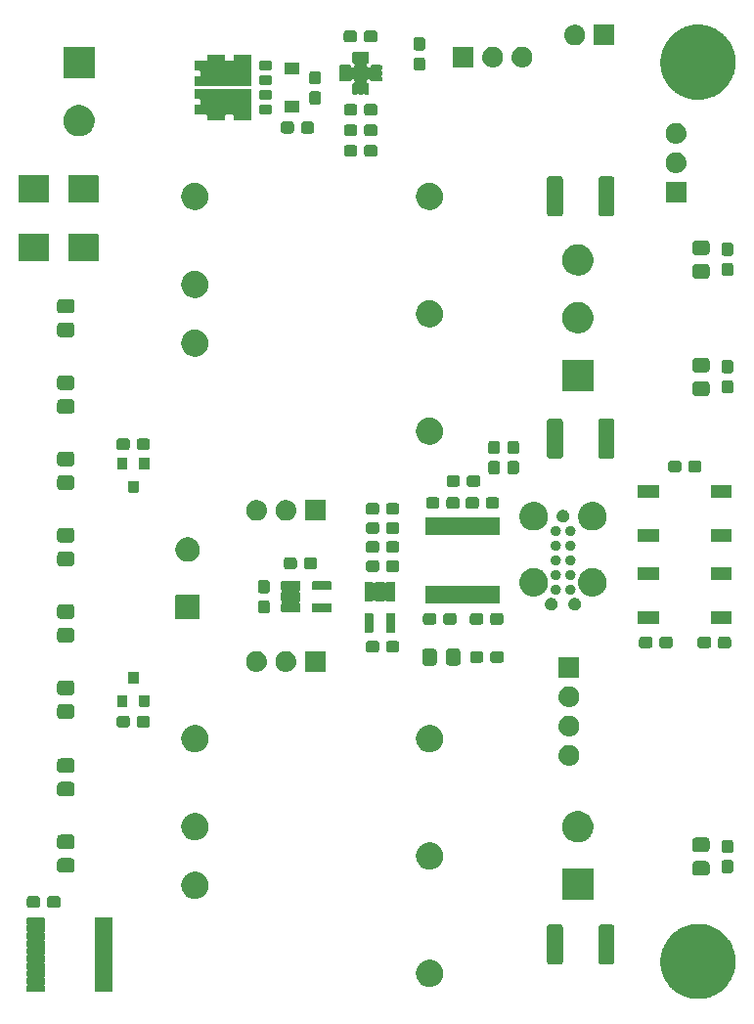
<source format=gbr>
G04 #@! TF.GenerationSoftware,KiCad,Pcbnew,(5.99.0-73-g24ea8f970)*
G04 #@! TF.CreationDate,2019-09-05T16:17:25-04:00*
G04 #@! TF.ProjectId,udoo-power,75646f6f-2d70-46f7-9765-722e6b696361,rev?*
G04 #@! TF.SameCoordinates,Original*
G04 #@! TF.FileFunction,Soldermask,Top*
G04 #@! TF.FilePolarity,Negative*
%FSLAX46Y46*%
G04 Gerber Fmt 4.6, Leading zero omitted, Abs format (unit mm)*
G04 Created by KiCad (PCBNEW (5.99.0-73-g24ea8f970)) date 2019-09-05 16:17:25*
%MOMM*%
%LPD*%
G04 APERTURE LIST*
%ADD10C,0.100000*%
G04 APERTURE END LIST*
D10*
G36*
X146446667Y-125212589D02*
G01*
X146587757Y-125217146D01*
X146625914Y-125222611D01*
X146661246Y-125224586D01*
X146799345Y-125247448D01*
X146941950Y-125267871D01*
X146976521Y-125276779D01*
X147008636Y-125282096D01*
X147146148Y-125320490D01*
X147288439Y-125357156D01*
X147319161Y-125368795D01*
X147347780Y-125376786D01*
X147482916Y-125430837D01*
X147623037Y-125483924D01*
X147649766Y-125497572D01*
X147674719Y-125507553D01*
X147805669Y-125577181D01*
X147941704Y-125646643D01*
X147964392Y-125661575D01*
X147985611Y-125672857D01*
X148110567Y-125757777D01*
X148240590Y-125843349D01*
X148259306Y-125858859D01*
X148276833Y-125870771D01*
X148393929Y-125970427D01*
X148516086Y-126071664D01*
X148531016Y-126087098D01*
X148544992Y-126098992D01*
X148652475Y-126212653D01*
X148764865Y-126328832D01*
X148776269Y-126343561D01*
X148786924Y-126354828D01*
X148883102Y-126481538D01*
X148983920Y-126611747D01*
X148992151Y-126625205D01*
X148999815Y-126635302D01*
X149083089Y-126773893D01*
X149170608Y-126916991D01*
X149176102Y-126928692D01*
X149181162Y-126937114D01*
X149249935Y-127085952D01*
X149322672Y-127240877D01*
X149325930Y-127250420D01*
X149328859Y-127256759D01*
X149381778Y-127414004D01*
X149438277Y-127579494D01*
X149439850Y-127586559D01*
X149441174Y-127590494D01*
X149477088Y-127753840D01*
X149516025Y-127928753D01*
X149516501Y-127933104D01*
X149516783Y-127934384D01*
X149534094Y-128093740D01*
X149554979Y-128284433D01*
X149554658Y-128321243D01*
X149553477Y-128659470D01*
X149551562Y-128676025D01*
X149551411Y-128693277D01*
X149531018Y-128853582D01*
X149513032Y-129009028D01*
X149508965Y-129026928D01*
X149506256Y-129048224D01*
X149469087Y-129202450D01*
X149435021Y-129352392D01*
X149428123Y-129372427D01*
X149422424Y-129396072D01*
X149369560Y-129542507D01*
X149320382Y-129685330D01*
X149310147Y-129707081D01*
X149300927Y-129732620D01*
X149233639Y-129869669D01*
X149170462Y-130003927D01*
X149156453Y-130026878D01*
X149143233Y-130053803D01*
X149062856Y-130180213D01*
X148987005Y-130304477D01*
X148968874Y-130328021D01*
X148951247Y-130355743D01*
X148859289Y-130470320D01*
X148772166Y-130583452D01*
X148749630Y-130606952D01*
X148727287Y-130634791D01*
X148625342Y-130736558D01*
X148528444Y-130837602D01*
X148501331Y-130860352D01*
X148474058Y-130887578D01*
X148363832Y-130975728D01*
X148258714Y-131063933D01*
X148226941Y-131085203D01*
X148194620Y-131111051D01*
X148077792Y-131185049D01*
X147966111Y-131259813D01*
X147929717Y-131278840D01*
X147892346Y-131302510D01*
X147770691Y-131361977D01*
X147654064Y-131422948D01*
X147613178Y-131438971D01*
X147570888Y-131459643D01*
X147446156Y-131504426D01*
X147326227Y-131551426D01*
X147281109Y-131563684D01*
X147234128Y-131580552D01*
X147107997Y-131610717D01*
X146986425Y-131643747D01*
X146937456Y-131651503D01*
X146886134Y-131663777D01*
X146760308Y-131679561D01*
X146638649Y-131698830D01*
X146586279Y-131701391D01*
X146531109Y-131708312D01*
X146407186Y-131710151D01*
X146286953Y-131716031D01*
X146231780Y-131712753D01*
X146173341Y-131713620D01*
X146052789Y-131702119D01*
X145935467Y-131695148D01*
X145878192Y-131685461D01*
X145817151Y-131679637D01*
X145701359Y-131655552D01*
X145588272Y-131636425D01*
X145529643Y-131619835D01*
X145466842Y-131606772D01*
X145357129Y-131571018D01*
X145249459Y-131540551D01*
X145190333Y-131516663D01*
X145126643Y-131495907D01*
X145024112Y-131449505D01*
X144922994Y-131408650D01*
X144864297Y-131377177D01*
X144800665Y-131348379D01*
X144706282Y-131292450D01*
X144612665Y-131242253D01*
X144555380Y-131203030D01*
X144492844Y-131165972D01*
X144407453Y-131101741D01*
X144322133Y-131043322D01*
X144267260Y-130996290D01*
X144206899Y-130950887D01*
X144131145Y-130879624D01*
X144054778Y-130814170D01*
X144003368Y-130759424D01*
X143946283Y-130705724D01*
X143880667Y-130628761D01*
X143813742Y-130557494D01*
X143766832Y-130495242D01*
X143714143Y-130433442D01*
X143658961Y-130352092D01*
X143601833Y-130276280D01*
X143560476Y-130206903D01*
X143513284Y-130137332D01*
X143468694Y-130052939D01*
X143421534Y-129973827D01*
X143386730Y-129897809D01*
X143346131Y-129820968D01*
X143312116Y-129734835D01*
X143274956Y-129653671D01*
X143247672Y-129571652D01*
X143214704Y-129488172D01*
X143191097Y-129401584D01*
X143163812Y-129319562D01*
X143144947Y-129232307D01*
X143120589Y-129142964D01*
X143107067Y-129057107D01*
X143089400Y-128975392D01*
X143079773Y-128883799D01*
X143064924Y-128789513D01*
X143061038Y-128705545D01*
X143052594Y-128625210D01*
X143052925Y-128530273D01*
X143048381Y-128432089D01*
X143053551Y-128351041D01*
X143053823Y-128273103D01*
X143064719Y-128175963D01*
X143071159Y-128075007D01*
X143084704Y-127997799D01*
X143093075Y-127923167D01*
X143115017Y-127825003D01*
X143132985Y-127722582D01*
X143154117Y-127650080D01*
X143169885Y-127579539D01*
X143203213Y-127481639D01*
X143233109Y-127379069D01*
X143260981Y-127311945D01*
X143283358Y-127246214D01*
X143328255Y-127149932D01*
X143370325Y-127048617D01*
X143404027Y-126987440D01*
X143432171Y-126927085D01*
X143488658Y-126833814D01*
X143542973Y-126735219D01*
X143581549Y-126680433D01*
X143614574Y-126625902D01*
X143682526Y-126537024D01*
X143748970Y-126442659D01*
X143791430Y-126394582D01*
X143828442Y-126346172D01*
X143907554Y-126263096D01*
X143985826Y-126174470D01*
X144031203Y-126133253D01*
X144071270Y-126091178D01*
X144161050Y-126015308D01*
X144250682Y-125933892D01*
X144297995Y-125899580D01*
X144340206Y-125863909D01*
X144439987Y-125796606D01*
X144540337Y-125723831D01*
X144588668Y-125696320D01*
X144632130Y-125667004D01*
X144741095Y-125609553D01*
X144851295Y-125546824D01*
X144899731Y-125525914D01*
X144943599Y-125502785D01*
X145060745Y-125456404D01*
X145179798Y-125405008D01*
X145227524Y-125390371D01*
X145270992Y-125373161D01*
X145395174Y-125338955D01*
X145521879Y-125300097D01*
X145568123Y-125291317D01*
X145610466Y-125279654D01*
X145740405Y-125258608D01*
X145873407Y-125233357D01*
X145917495Y-125229926D01*
X145958046Y-125223358D01*
X146092288Y-125216323D01*
X146230136Y-125205595D01*
X146271499Y-125206931D01*
X146309682Y-125204930D01*
X146446667Y-125212589D01*
X146446667Y-125212589D01*
G37*
G36*
X95594999Y-124687205D02*
G01*
X95595000Y-124687205D01*
X95614821Y-124691148D01*
X95631625Y-124702375D01*
X95642852Y-124719179D01*
X95649283Y-124751509D01*
X95649283Y-125176491D01*
X95642852Y-125208822D01*
X95636424Y-125218442D01*
X95615040Y-125286732D01*
X95636424Y-125359558D01*
X95642852Y-125369178D01*
X95649283Y-125401509D01*
X95649283Y-125826491D01*
X95642852Y-125858822D01*
X95636424Y-125868442D01*
X95615040Y-125936732D01*
X95636424Y-126009558D01*
X95642852Y-126019178D01*
X95649283Y-126051509D01*
X95649283Y-126476491D01*
X95642852Y-126508822D01*
X95636424Y-126518442D01*
X95615040Y-126586732D01*
X95636424Y-126659558D01*
X95642852Y-126669178D01*
X95649283Y-126701509D01*
X95649283Y-127126491D01*
X95642852Y-127158822D01*
X95636424Y-127168442D01*
X95615040Y-127236732D01*
X95636424Y-127309558D01*
X95642852Y-127319178D01*
X95649283Y-127351509D01*
X95649283Y-127776491D01*
X95642852Y-127808822D01*
X95636424Y-127818442D01*
X95615040Y-127886732D01*
X95636424Y-127959558D01*
X95642852Y-127969178D01*
X95649283Y-128001509D01*
X95649283Y-128426491D01*
X95642852Y-128458822D01*
X95636424Y-128468442D01*
X95615040Y-128536732D01*
X95636424Y-128609558D01*
X95642852Y-128619178D01*
X95649283Y-128651509D01*
X95649283Y-129076491D01*
X95642852Y-129108822D01*
X95636424Y-129118442D01*
X95615040Y-129186732D01*
X95636424Y-129259558D01*
X95642852Y-129269178D01*
X95649283Y-129301509D01*
X95649283Y-129726491D01*
X95642852Y-129758822D01*
X95636424Y-129768442D01*
X95615040Y-129836732D01*
X95636424Y-129909558D01*
X95642852Y-129919178D01*
X95649283Y-129951509D01*
X95649283Y-130376491D01*
X95642852Y-130408822D01*
X95636424Y-130418442D01*
X95615040Y-130486732D01*
X95636424Y-130559558D01*
X95642852Y-130569178D01*
X95649283Y-130601509D01*
X95649283Y-131026491D01*
X95646795Y-131038999D01*
X95646795Y-131039000D01*
X95642852Y-131058821D01*
X95631625Y-131075625D01*
X95614821Y-131086852D01*
X95595000Y-131090795D01*
X95594999Y-131090795D01*
X95582491Y-131093283D01*
X94157509Y-131093283D01*
X94145001Y-131090795D01*
X94145000Y-131090795D01*
X94125179Y-131086852D01*
X94108375Y-131075625D01*
X94097148Y-131058821D01*
X94093205Y-131039000D01*
X94093205Y-131038999D01*
X94090717Y-131026491D01*
X94090717Y-130601509D01*
X94097148Y-130569178D01*
X94103576Y-130559558D01*
X94124960Y-130491268D01*
X94103576Y-130418442D01*
X94097148Y-130408822D01*
X94090717Y-130376491D01*
X94090717Y-129951509D01*
X94097148Y-129919178D01*
X94103576Y-129909558D01*
X94124960Y-129841268D01*
X94103576Y-129768442D01*
X94097148Y-129758822D01*
X94090717Y-129726491D01*
X94090717Y-129301509D01*
X94097148Y-129269178D01*
X94103576Y-129259558D01*
X94124960Y-129191268D01*
X94103576Y-129118442D01*
X94097148Y-129108822D01*
X94090717Y-129076491D01*
X94090717Y-128651509D01*
X94097148Y-128619178D01*
X94103576Y-128609558D01*
X94124960Y-128541268D01*
X94103576Y-128468442D01*
X94097148Y-128458822D01*
X94090717Y-128426491D01*
X94090717Y-128001509D01*
X94097148Y-127969178D01*
X94103576Y-127959558D01*
X94124960Y-127891268D01*
X94103576Y-127818442D01*
X94097148Y-127808822D01*
X94090717Y-127776491D01*
X94090717Y-127351509D01*
X94097148Y-127319178D01*
X94103576Y-127309558D01*
X94124960Y-127241268D01*
X94103576Y-127168442D01*
X94097148Y-127158822D01*
X94090717Y-127126491D01*
X94090717Y-126701509D01*
X94097148Y-126669178D01*
X94103576Y-126659558D01*
X94124960Y-126591268D01*
X94103576Y-126518442D01*
X94097148Y-126508822D01*
X94090717Y-126476491D01*
X94090717Y-126051509D01*
X94097148Y-126019178D01*
X94103576Y-126009558D01*
X94124960Y-125941268D01*
X94103576Y-125868442D01*
X94097148Y-125858822D01*
X94090717Y-125826491D01*
X94090717Y-125401509D01*
X94097148Y-125369178D01*
X94103576Y-125359558D01*
X94124960Y-125291268D01*
X94103576Y-125218442D01*
X94097148Y-125208822D01*
X94090717Y-125176491D01*
X94090717Y-124751509D01*
X94097148Y-124719179D01*
X94108375Y-124702375D01*
X94125179Y-124691148D01*
X94145000Y-124687205D01*
X94145001Y-124687205D01*
X94157509Y-124684717D01*
X95582491Y-124684717D01*
X95594999Y-124687205D01*
X95594999Y-124687205D01*
G37*
G36*
X89694999Y-124687205D02*
G01*
X89695000Y-124687205D01*
X89714821Y-124691148D01*
X89731625Y-124702375D01*
X89742852Y-124719179D01*
X89749283Y-124751509D01*
X89749283Y-125176491D01*
X89742852Y-125208822D01*
X89736424Y-125218442D01*
X89715040Y-125286732D01*
X89736424Y-125359558D01*
X89742852Y-125369178D01*
X89749283Y-125401509D01*
X89749283Y-125826491D01*
X89742852Y-125858822D01*
X89736424Y-125868442D01*
X89715040Y-125936732D01*
X89736424Y-126009558D01*
X89742852Y-126019178D01*
X89749283Y-126051509D01*
X89749283Y-126476491D01*
X89742852Y-126508822D01*
X89736424Y-126518442D01*
X89715040Y-126586732D01*
X89736424Y-126659558D01*
X89742852Y-126669178D01*
X89749283Y-126701509D01*
X89749283Y-127126491D01*
X89742852Y-127158822D01*
X89736424Y-127168442D01*
X89715040Y-127236732D01*
X89736424Y-127309558D01*
X89742852Y-127319178D01*
X89749283Y-127351509D01*
X89749283Y-127776491D01*
X89742852Y-127808822D01*
X89736424Y-127818442D01*
X89715040Y-127886732D01*
X89736424Y-127959558D01*
X89742852Y-127969178D01*
X89749283Y-128001509D01*
X89749283Y-128426491D01*
X89742852Y-128458822D01*
X89736424Y-128468442D01*
X89715040Y-128536732D01*
X89736424Y-128609558D01*
X89742852Y-128619178D01*
X89749283Y-128651509D01*
X89749283Y-129076491D01*
X89742852Y-129108822D01*
X89736424Y-129118442D01*
X89715040Y-129186732D01*
X89736424Y-129259558D01*
X89742852Y-129269178D01*
X89749283Y-129301509D01*
X89749283Y-129726491D01*
X89742852Y-129758822D01*
X89736424Y-129768442D01*
X89715040Y-129836732D01*
X89736424Y-129909558D01*
X89742852Y-129919178D01*
X89749283Y-129951509D01*
X89749283Y-130376491D01*
X89742852Y-130408822D01*
X89736424Y-130418442D01*
X89715040Y-130486732D01*
X89736424Y-130559558D01*
X89742852Y-130569178D01*
X89749283Y-130601509D01*
X89749283Y-131026491D01*
X89746795Y-131038999D01*
X89746795Y-131039000D01*
X89742852Y-131058821D01*
X89731625Y-131075625D01*
X89714821Y-131086852D01*
X89695000Y-131090795D01*
X89694999Y-131090795D01*
X89682491Y-131093283D01*
X88257509Y-131093283D01*
X88245001Y-131090795D01*
X88245000Y-131090795D01*
X88225179Y-131086852D01*
X88208375Y-131075625D01*
X88197148Y-131058821D01*
X88193205Y-131039000D01*
X88193205Y-131038999D01*
X88190717Y-131026491D01*
X88190717Y-130601509D01*
X88197148Y-130569178D01*
X88203576Y-130559558D01*
X88224960Y-130491268D01*
X88203576Y-130418442D01*
X88197148Y-130408822D01*
X88190717Y-130376491D01*
X88190717Y-129951509D01*
X88197148Y-129919178D01*
X88203576Y-129909558D01*
X88224960Y-129841268D01*
X88203576Y-129768442D01*
X88197148Y-129758822D01*
X88190717Y-129726491D01*
X88190717Y-129301509D01*
X88197148Y-129269178D01*
X88203576Y-129259558D01*
X88224960Y-129191268D01*
X88203576Y-129118442D01*
X88197148Y-129108822D01*
X88190717Y-129076491D01*
X88190717Y-128651509D01*
X88197148Y-128619178D01*
X88203576Y-128609558D01*
X88224960Y-128541268D01*
X88203576Y-128468442D01*
X88197148Y-128458822D01*
X88190717Y-128426491D01*
X88190717Y-128001509D01*
X88197148Y-127969178D01*
X88203576Y-127959558D01*
X88224960Y-127891268D01*
X88203576Y-127818442D01*
X88197148Y-127808822D01*
X88190717Y-127776491D01*
X88190717Y-127351509D01*
X88197148Y-127319178D01*
X88203576Y-127309558D01*
X88224960Y-127241268D01*
X88203576Y-127168442D01*
X88197148Y-127158822D01*
X88190717Y-127126491D01*
X88190717Y-126701509D01*
X88197148Y-126669178D01*
X88203576Y-126659558D01*
X88224960Y-126591268D01*
X88203576Y-126518442D01*
X88197148Y-126508822D01*
X88190717Y-126476491D01*
X88190717Y-126051509D01*
X88197148Y-126019178D01*
X88203576Y-126009558D01*
X88224960Y-125941268D01*
X88203576Y-125868442D01*
X88197148Y-125858822D01*
X88190717Y-125826491D01*
X88190717Y-125401509D01*
X88197148Y-125369178D01*
X88203576Y-125359558D01*
X88224960Y-125291268D01*
X88203576Y-125218442D01*
X88197148Y-125208822D01*
X88190717Y-125176491D01*
X88190717Y-124751509D01*
X88197148Y-124719179D01*
X88208375Y-124702375D01*
X88225179Y-124691148D01*
X88245000Y-124687205D01*
X88245001Y-124687205D01*
X88257509Y-124684717D01*
X89682491Y-124684717D01*
X89694999Y-124687205D01*
X89694999Y-124687205D01*
G37*
G36*
X123125926Y-128313400D02*
G01*
X123165867Y-128313400D01*
X123226049Y-128324012D01*
X123294380Y-128331254D01*
X123334156Y-128343074D01*
X123368484Y-128349127D01*
X123430574Y-128371726D01*
X123501525Y-128392810D01*
X123533845Y-128409314D01*
X123561813Y-128419493D01*
X123623286Y-128454984D01*
X123693983Y-128491084D01*
X123718632Y-128510032D01*
X123739988Y-128522362D01*
X123798049Y-128571081D01*
X123865309Y-128622785D01*
X123882622Y-128642046D01*
X123897592Y-128654608D01*
X123949288Y-128716216D01*
X124009766Y-128783502D01*
X124020570Y-128801166D01*
X124029838Y-128812212D01*
X124072193Y-128885574D01*
X124122516Y-128967854D01*
X124128064Y-128982346D01*
X124132707Y-128990387D01*
X124162836Y-129073166D01*
X124199782Y-129169665D01*
X124201655Y-129179820D01*
X124203073Y-129183716D01*
X124218285Y-129269988D01*
X124238977Y-129382178D01*
X124238800Y-129388720D01*
X124238800Y-129592067D01*
X124232301Y-129628927D01*
X124231469Y-129659661D01*
X124214374Y-129730592D01*
X124203073Y-129794684D01*
X124190803Y-129828396D01*
X124180838Y-129869743D01*
X124153269Y-129931520D01*
X124132707Y-129988013D01*
X124112229Y-130023483D01*
X124092772Y-130067081D01*
X124057391Y-130118464D01*
X124029838Y-130166188D01*
X124000251Y-130201448D01*
X123970218Y-130245065D01*
X123929778Y-130285435D01*
X123897592Y-130323792D01*
X123858461Y-130356627D01*
X123817281Y-130397735D01*
X123774474Y-130427100D01*
X123739988Y-130456038D01*
X123691394Y-130484094D01*
X123639083Y-130519979D01*
X123596402Y-130538937D01*
X123561813Y-130558907D01*
X123504390Y-130579807D01*
X123441592Y-130607701D01*
X123401236Y-130617352D01*
X123368484Y-130629273D01*
X123303417Y-130640746D01*
X123231422Y-130657964D01*
X123195176Y-130659832D01*
X123165867Y-130665000D01*
X123094896Y-130665000D01*
X123015611Y-130669086D01*
X122984783Y-130665000D01*
X122960133Y-130665000D01*
X122885511Y-130651842D01*
X122801387Y-130640692D01*
X122776759Y-130632666D01*
X122757516Y-130629273D01*
X122681951Y-130601770D01*
X122595925Y-130573735D01*
X122577735Y-130563838D01*
X122564187Y-130558907D01*
X122490822Y-130516550D01*
X122406106Y-130470457D01*
X122394058Y-130460683D01*
X122386012Y-130456038D01*
X122318505Y-130399393D01*
X122238285Y-130334316D01*
X122231586Y-130326459D01*
X122228408Y-130323792D01*
X122172071Y-130256653D01*
X122098085Y-130169873D01*
X121996709Y-129993930D01*
X121993293Y-129988013D01*
X121993281Y-129987981D01*
X121990200Y-129982633D01*
X121953206Y-129877876D01*
X121922927Y-129794684D01*
X121922028Y-129789587D01*
X121918243Y-129778868D01*
X121902397Y-129678256D01*
X121887200Y-129592067D01*
X121887200Y-129581758D01*
X121884624Y-129565402D01*
X121887200Y-129470215D01*
X121887200Y-129386333D01*
X121889882Y-129371125D01*
X121890470Y-129349384D01*
X121909122Y-129262006D01*
X121922927Y-129183716D01*
X121929959Y-129164397D01*
X121935583Y-129138049D01*
X121967702Y-129060698D01*
X121993293Y-128990387D01*
X122006130Y-128968153D01*
X122018454Y-128938473D01*
X122061162Y-128872835D01*
X122096162Y-128812212D01*
X122115948Y-128788632D01*
X122136307Y-128757342D01*
X122186570Y-128704469D01*
X122228408Y-128654608D01*
X122255891Y-128631547D01*
X122285195Y-128600721D01*
X122339955Y-128561008D01*
X122386012Y-128522362D01*
X122421488Y-128501880D01*
X122460132Y-128473855D01*
X122516459Y-128447049D01*
X122564187Y-128419493D01*
X122607441Y-128403750D01*
X122655259Y-128380993D01*
X122710464Y-128366252D01*
X122757516Y-128349127D01*
X122807821Y-128340257D01*
X122864042Y-128325245D01*
X122915802Y-128321217D01*
X122960133Y-128313400D01*
X123016243Y-128313400D01*
X123079487Y-128308478D01*
X123125926Y-128313400D01*
X123125926Y-128313400D01*
G37*
G36*
X134314144Y-125248320D02*
G01*
X134314670Y-125248320D01*
X134316858Y-125248729D01*
X134405837Y-125262141D01*
X134416769Y-125267405D01*
X134425214Y-125268984D01*
X134443295Y-125280179D01*
X134487538Y-125301485D01*
X134507262Y-125319786D01*
X134520828Y-125328186D01*
X134531393Y-125342176D01*
X134554009Y-125363161D01*
X134575987Y-125401229D01*
X134588599Y-125417930D01*
X134590640Y-125426610D01*
X134598127Y-125439577D01*
X134616382Y-125536056D01*
X134620680Y-125554330D01*
X134620680Y-125558771D01*
X134621808Y-125564733D01*
X134621808Y-128437661D01*
X134620680Y-128445144D01*
X134620680Y-128445670D01*
X134620271Y-128447858D01*
X134606859Y-128536837D01*
X134601595Y-128547769D01*
X134600016Y-128556214D01*
X134588821Y-128574295D01*
X134567515Y-128618538D01*
X134549214Y-128638262D01*
X134540814Y-128651828D01*
X134526824Y-128662393D01*
X134505839Y-128685009D01*
X134467771Y-128706987D01*
X134451070Y-128719599D01*
X134442390Y-128721640D01*
X134429423Y-128729127D01*
X134332944Y-128747382D01*
X134314670Y-128751680D01*
X134310229Y-128751680D01*
X134304267Y-128752808D01*
X133531339Y-128752808D01*
X133523856Y-128751680D01*
X133523330Y-128751680D01*
X133521142Y-128751271D01*
X133432163Y-128737859D01*
X133421231Y-128732595D01*
X133412786Y-128731016D01*
X133394705Y-128719821D01*
X133350462Y-128698515D01*
X133330738Y-128680214D01*
X133317172Y-128671814D01*
X133306607Y-128657824D01*
X133283991Y-128636839D01*
X133262013Y-128598771D01*
X133249401Y-128582070D01*
X133247360Y-128573390D01*
X133239873Y-128560423D01*
X133221618Y-128463944D01*
X133217320Y-128445670D01*
X133217320Y-128441229D01*
X133216192Y-128435267D01*
X133216192Y-125562339D01*
X133217320Y-125554856D01*
X133217320Y-125554330D01*
X133217729Y-125552142D01*
X133231141Y-125463163D01*
X133236405Y-125452231D01*
X133237984Y-125443786D01*
X133249179Y-125425705D01*
X133270485Y-125381462D01*
X133288786Y-125361738D01*
X133297186Y-125348172D01*
X133311176Y-125337607D01*
X133332161Y-125314991D01*
X133370229Y-125293013D01*
X133386930Y-125280401D01*
X133395610Y-125278360D01*
X133408577Y-125270873D01*
X133505056Y-125252618D01*
X133523330Y-125248320D01*
X133527771Y-125248320D01*
X133533733Y-125247192D01*
X134306661Y-125247192D01*
X134314144Y-125248320D01*
X134314144Y-125248320D01*
G37*
G36*
X138764144Y-125248320D02*
G01*
X138764670Y-125248320D01*
X138766858Y-125248729D01*
X138855837Y-125262141D01*
X138866769Y-125267405D01*
X138875214Y-125268984D01*
X138893295Y-125280179D01*
X138937538Y-125301485D01*
X138957262Y-125319786D01*
X138970828Y-125328186D01*
X138981393Y-125342176D01*
X139004009Y-125363161D01*
X139025987Y-125401229D01*
X139038599Y-125417930D01*
X139040640Y-125426610D01*
X139048127Y-125439577D01*
X139066382Y-125536056D01*
X139070680Y-125554330D01*
X139070680Y-125558771D01*
X139071808Y-125564733D01*
X139071808Y-128437661D01*
X139070680Y-128445144D01*
X139070680Y-128445670D01*
X139070271Y-128447858D01*
X139056859Y-128536837D01*
X139051595Y-128547769D01*
X139050016Y-128556214D01*
X139038821Y-128574295D01*
X139017515Y-128618538D01*
X138999214Y-128638262D01*
X138990814Y-128651828D01*
X138976824Y-128662393D01*
X138955839Y-128685009D01*
X138917771Y-128706987D01*
X138901070Y-128719599D01*
X138892390Y-128721640D01*
X138879423Y-128729127D01*
X138782944Y-128747382D01*
X138764670Y-128751680D01*
X138760229Y-128751680D01*
X138754267Y-128752808D01*
X137981339Y-128752808D01*
X137973856Y-128751680D01*
X137973330Y-128751680D01*
X137971142Y-128751271D01*
X137882163Y-128737859D01*
X137871231Y-128732595D01*
X137862786Y-128731016D01*
X137844705Y-128719821D01*
X137800462Y-128698515D01*
X137780738Y-128680214D01*
X137767172Y-128671814D01*
X137756607Y-128657824D01*
X137733991Y-128636839D01*
X137712013Y-128598771D01*
X137699401Y-128582070D01*
X137697360Y-128573390D01*
X137689873Y-128560423D01*
X137671618Y-128463944D01*
X137667320Y-128445670D01*
X137667320Y-128441229D01*
X137666192Y-128435267D01*
X137666192Y-125562339D01*
X137667320Y-125554856D01*
X137667320Y-125554330D01*
X137667729Y-125552142D01*
X137681141Y-125463163D01*
X137686405Y-125452231D01*
X137687984Y-125443786D01*
X137699179Y-125425705D01*
X137720485Y-125381462D01*
X137738786Y-125361738D01*
X137747186Y-125348172D01*
X137761176Y-125337607D01*
X137782161Y-125314991D01*
X137820229Y-125293013D01*
X137836930Y-125280401D01*
X137845610Y-125278360D01*
X137858577Y-125270873D01*
X137955056Y-125252618D01*
X137973330Y-125248320D01*
X137977771Y-125248320D01*
X137983733Y-125247192D01*
X138756661Y-125247192D01*
X138764144Y-125248320D01*
X138764144Y-125248320D01*
G37*
G36*
X89055981Y-122790320D02*
G01*
X89056386Y-122790320D01*
X89058633Y-122790740D01*
X89147738Y-122804853D01*
X89155622Y-122808870D01*
X89162336Y-122810125D01*
X89182090Y-122822356D01*
X89229110Y-122846314D01*
X89242649Y-122859853D01*
X89253977Y-122866867D01*
X89267283Y-122884487D01*
X89293686Y-122910890D01*
X89307096Y-122937208D01*
X89318932Y-122952882D01*
X89322233Y-122966917D01*
X89335147Y-122992262D01*
X89349484Y-123082779D01*
X89349680Y-123083614D01*
X89349680Y-123084019D01*
X89351016Y-123092454D01*
X89351016Y-123541546D01*
X89349680Y-123549981D01*
X89349680Y-123550386D01*
X89349260Y-123552633D01*
X89335147Y-123641738D01*
X89331130Y-123649622D01*
X89329875Y-123656336D01*
X89317644Y-123676090D01*
X89293686Y-123723110D01*
X89280147Y-123736649D01*
X89273133Y-123747977D01*
X89255513Y-123761283D01*
X89229110Y-123787686D01*
X89202792Y-123801096D01*
X89187118Y-123812932D01*
X89173083Y-123816233D01*
X89147738Y-123829147D01*
X89057221Y-123843484D01*
X89056386Y-123843680D01*
X89055981Y-123843680D01*
X89047546Y-123845016D01*
X88498454Y-123845016D01*
X88490019Y-123843680D01*
X88489614Y-123843680D01*
X88487367Y-123843260D01*
X88398262Y-123829147D01*
X88390378Y-123825130D01*
X88383664Y-123823875D01*
X88363910Y-123811644D01*
X88316890Y-123787686D01*
X88303351Y-123774147D01*
X88292023Y-123767133D01*
X88278717Y-123749513D01*
X88252314Y-123723110D01*
X88238904Y-123696792D01*
X88227068Y-123681118D01*
X88223767Y-123667083D01*
X88210853Y-123641738D01*
X88196516Y-123551221D01*
X88196320Y-123550386D01*
X88196320Y-123549981D01*
X88194984Y-123541546D01*
X88194984Y-123092454D01*
X88196320Y-123084019D01*
X88196320Y-123083614D01*
X88196740Y-123081367D01*
X88210853Y-122992262D01*
X88214870Y-122984378D01*
X88216125Y-122977664D01*
X88228356Y-122957910D01*
X88252314Y-122910890D01*
X88265853Y-122897351D01*
X88272867Y-122886023D01*
X88290487Y-122872717D01*
X88316890Y-122846314D01*
X88343208Y-122832904D01*
X88358882Y-122821068D01*
X88372917Y-122817767D01*
X88398262Y-122804853D01*
X88488779Y-122790516D01*
X88489614Y-122790320D01*
X88490019Y-122790320D01*
X88498454Y-122788984D01*
X89047546Y-122788984D01*
X89055981Y-122790320D01*
X89055981Y-122790320D01*
G37*
G36*
X90805981Y-122790320D02*
G01*
X90806386Y-122790320D01*
X90808633Y-122790740D01*
X90897738Y-122804853D01*
X90905622Y-122808870D01*
X90912336Y-122810125D01*
X90932090Y-122822356D01*
X90979110Y-122846314D01*
X90992649Y-122859853D01*
X91003977Y-122866867D01*
X91017283Y-122884487D01*
X91043686Y-122910890D01*
X91057096Y-122937208D01*
X91068932Y-122952882D01*
X91072233Y-122966917D01*
X91085147Y-122992262D01*
X91099484Y-123082779D01*
X91099680Y-123083614D01*
X91099680Y-123084019D01*
X91101016Y-123092454D01*
X91101016Y-123541546D01*
X91099680Y-123549981D01*
X91099680Y-123550386D01*
X91099260Y-123552633D01*
X91085147Y-123641738D01*
X91081130Y-123649622D01*
X91079875Y-123656336D01*
X91067644Y-123676090D01*
X91043686Y-123723110D01*
X91030147Y-123736649D01*
X91023133Y-123747977D01*
X91005513Y-123761283D01*
X90979110Y-123787686D01*
X90952792Y-123801096D01*
X90937118Y-123812932D01*
X90923083Y-123816233D01*
X90897738Y-123829147D01*
X90807221Y-123843484D01*
X90806386Y-123843680D01*
X90805981Y-123843680D01*
X90797546Y-123845016D01*
X90248454Y-123845016D01*
X90240019Y-123843680D01*
X90239614Y-123843680D01*
X90237367Y-123843260D01*
X90148262Y-123829147D01*
X90140378Y-123825130D01*
X90133664Y-123823875D01*
X90113910Y-123811644D01*
X90066890Y-123787686D01*
X90053351Y-123774147D01*
X90042023Y-123767133D01*
X90028717Y-123749513D01*
X90002314Y-123723110D01*
X89988904Y-123696792D01*
X89977068Y-123681118D01*
X89973767Y-123667083D01*
X89960853Y-123641738D01*
X89946516Y-123551221D01*
X89946320Y-123550386D01*
X89946320Y-123549981D01*
X89944984Y-123541546D01*
X89944984Y-123092454D01*
X89946320Y-123084019D01*
X89946320Y-123083614D01*
X89946740Y-123081367D01*
X89960853Y-122992262D01*
X89964870Y-122984378D01*
X89966125Y-122977664D01*
X89978356Y-122957910D01*
X90002314Y-122910890D01*
X90015853Y-122897351D01*
X90022867Y-122886023D01*
X90040487Y-122872717D01*
X90066890Y-122846314D01*
X90093208Y-122832904D01*
X90108882Y-122821068D01*
X90122917Y-122817767D01*
X90148262Y-122804853D01*
X90238779Y-122790516D01*
X90239614Y-122790320D01*
X90240019Y-122790320D01*
X90248454Y-122788984D01*
X90797546Y-122788984D01*
X90805981Y-122790320D01*
X90805981Y-122790320D01*
G37*
G36*
X137189999Y-120441205D02*
G01*
X137190000Y-120441205D01*
X137209821Y-120445148D01*
X137226625Y-120456375D01*
X137237852Y-120473179D01*
X137239347Y-120480692D01*
X137244283Y-120505509D01*
X137244283Y-123080491D01*
X137241795Y-123092999D01*
X137241795Y-123093000D01*
X137237852Y-123112821D01*
X137226625Y-123129625D01*
X137209821Y-123140852D01*
X137190000Y-123144795D01*
X137189999Y-123144795D01*
X137177491Y-123147283D01*
X134602509Y-123147283D01*
X134590001Y-123144795D01*
X134590000Y-123144795D01*
X134570179Y-123140852D01*
X134553375Y-123129625D01*
X134542148Y-123112821D01*
X134538205Y-123093000D01*
X134538205Y-123092999D01*
X134535717Y-123080491D01*
X134535717Y-120505509D01*
X134540654Y-120480692D01*
X134542148Y-120473179D01*
X134553375Y-120456375D01*
X134570179Y-120445148D01*
X134590000Y-120441205D01*
X134590001Y-120441205D01*
X134602509Y-120438717D01*
X137177491Y-120438717D01*
X137189999Y-120441205D01*
X137189999Y-120441205D01*
G37*
G36*
X102805926Y-120693400D02*
G01*
X102845867Y-120693400D01*
X102906049Y-120704012D01*
X102974380Y-120711254D01*
X103014156Y-120723074D01*
X103048484Y-120729127D01*
X103110574Y-120751726D01*
X103181525Y-120772810D01*
X103213845Y-120789314D01*
X103241813Y-120799493D01*
X103303286Y-120834984D01*
X103373983Y-120871084D01*
X103398632Y-120890032D01*
X103419988Y-120902362D01*
X103478049Y-120951081D01*
X103545309Y-121002785D01*
X103562622Y-121022046D01*
X103577592Y-121034608D01*
X103629288Y-121096216D01*
X103689766Y-121163502D01*
X103700570Y-121181166D01*
X103709838Y-121192212D01*
X103752193Y-121265574D01*
X103802516Y-121347854D01*
X103808064Y-121362346D01*
X103812707Y-121370387D01*
X103842836Y-121453166D01*
X103879782Y-121549665D01*
X103881655Y-121559820D01*
X103883073Y-121563716D01*
X103898285Y-121649988D01*
X103918977Y-121762178D01*
X103918800Y-121768720D01*
X103918800Y-121972067D01*
X103912301Y-122008927D01*
X103911469Y-122039661D01*
X103894374Y-122110592D01*
X103883073Y-122174684D01*
X103870803Y-122208396D01*
X103860838Y-122249743D01*
X103833269Y-122311520D01*
X103812707Y-122368013D01*
X103792229Y-122403483D01*
X103772772Y-122447081D01*
X103737391Y-122498464D01*
X103709838Y-122546188D01*
X103680251Y-122581448D01*
X103650218Y-122625065D01*
X103609778Y-122665435D01*
X103577592Y-122703792D01*
X103538461Y-122736627D01*
X103497281Y-122777735D01*
X103454474Y-122807100D01*
X103419988Y-122836038D01*
X103371394Y-122864094D01*
X103319083Y-122899979D01*
X103276402Y-122918937D01*
X103241813Y-122938907D01*
X103184390Y-122959807D01*
X103121592Y-122987701D01*
X103081236Y-122997352D01*
X103048484Y-123009273D01*
X102983417Y-123020746D01*
X102911422Y-123037964D01*
X102875176Y-123039832D01*
X102845867Y-123045000D01*
X102774896Y-123045000D01*
X102695611Y-123049086D01*
X102664783Y-123045000D01*
X102640133Y-123045000D01*
X102565511Y-123031842D01*
X102481387Y-123020692D01*
X102456759Y-123012666D01*
X102437516Y-123009273D01*
X102361951Y-122981770D01*
X102275925Y-122953735D01*
X102257735Y-122943838D01*
X102244187Y-122938907D01*
X102170822Y-122896550D01*
X102086106Y-122850457D01*
X102074058Y-122840683D01*
X102066012Y-122836038D01*
X101998505Y-122779393D01*
X101918285Y-122714316D01*
X101911586Y-122706459D01*
X101908408Y-122703792D01*
X101852071Y-122636653D01*
X101778085Y-122549873D01*
X101676709Y-122373930D01*
X101673293Y-122368013D01*
X101673281Y-122367981D01*
X101670200Y-122362633D01*
X101633206Y-122257876D01*
X101602927Y-122174684D01*
X101602028Y-122169587D01*
X101598243Y-122158868D01*
X101582397Y-122058256D01*
X101567200Y-121972067D01*
X101567200Y-121961758D01*
X101564624Y-121945402D01*
X101567200Y-121850215D01*
X101567200Y-121766333D01*
X101569882Y-121751125D01*
X101570470Y-121729384D01*
X101589122Y-121642006D01*
X101602927Y-121563716D01*
X101609959Y-121544397D01*
X101615583Y-121518049D01*
X101647702Y-121440698D01*
X101673293Y-121370387D01*
X101686130Y-121348153D01*
X101698454Y-121318473D01*
X101741162Y-121252835D01*
X101776162Y-121192212D01*
X101795948Y-121168632D01*
X101816307Y-121137342D01*
X101866570Y-121084469D01*
X101908408Y-121034608D01*
X101935891Y-121011547D01*
X101965195Y-120980721D01*
X102019955Y-120941008D01*
X102066012Y-120902362D01*
X102101488Y-120881880D01*
X102140132Y-120853855D01*
X102196459Y-120827049D01*
X102244187Y-120799493D01*
X102287441Y-120783750D01*
X102335259Y-120760993D01*
X102390464Y-120746252D01*
X102437516Y-120729127D01*
X102487821Y-120720257D01*
X102544042Y-120705245D01*
X102595802Y-120701217D01*
X102640133Y-120693400D01*
X102696243Y-120693400D01*
X102759487Y-120688478D01*
X102805926Y-120693400D01*
X102805926Y-120693400D01*
G37*
G36*
X147003146Y-119778320D02*
G01*
X147003671Y-119778320D01*
X147005858Y-119778729D01*
X147094841Y-119792141D01*
X147105775Y-119797406D01*
X147114214Y-119798984D01*
X147132284Y-119810172D01*
X147176536Y-119831483D01*
X147196263Y-119849787D01*
X147209828Y-119858186D01*
X147220393Y-119872177D01*
X147243009Y-119893161D01*
X147264987Y-119931228D01*
X147277599Y-119947929D01*
X147279641Y-119956609D01*
X147287127Y-119969576D01*
X147305381Y-120066051D01*
X147309680Y-120084329D01*
X147309680Y-120088771D01*
X147310808Y-120094733D01*
X147310808Y-120717662D01*
X147309680Y-120725146D01*
X147309680Y-120725671D01*
X147309271Y-120727858D01*
X147295859Y-120816841D01*
X147290594Y-120827775D01*
X147289016Y-120836214D01*
X147277828Y-120854284D01*
X147256517Y-120898536D01*
X147238213Y-120918263D01*
X147229814Y-120931828D01*
X147215823Y-120942393D01*
X147194839Y-120965009D01*
X147156772Y-120986987D01*
X147140071Y-120999599D01*
X147131391Y-121001641D01*
X147118424Y-121009127D01*
X147021949Y-121027381D01*
X147003671Y-121031680D01*
X146999229Y-121031680D01*
X146993267Y-121032808D01*
X146120338Y-121032808D01*
X146112854Y-121031680D01*
X146112329Y-121031680D01*
X146110142Y-121031271D01*
X146021159Y-121017859D01*
X146010225Y-121012594D01*
X146001786Y-121011016D01*
X145983716Y-120999828D01*
X145939464Y-120978517D01*
X145919737Y-120960213D01*
X145906172Y-120951814D01*
X145895607Y-120937823D01*
X145872991Y-120916839D01*
X145851013Y-120878772D01*
X145838401Y-120862071D01*
X145836359Y-120853391D01*
X145828873Y-120840424D01*
X145810619Y-120743949D01*
X145806320Y-120725671D01*
X145806320Y-120721229D01*
X145805192Y-120715267D01*
X145805192Y-120092338D01*
X145806320Y-120084854D01*
X145806320Y-120084329D01*
X145806729Y-120082142D01*
X145820141Y-119993159D01*
X145825406Y-119982225D01*
X145826984Y-119973786D01*
X145838172Y-119955716D01*
X145859483Y-119911464D01*
X145877787Y-119891737D01*
X145886186Y-119878172D01*
X145900177Y-119867607D01*
X145921161Y-119844991D01*
X145959228Y-119823013D01*
X145975929Y-119810401D01*
X145984609Y-119808359D01*
X145997576Y-119800873D01*
X146094051Y-119782619D01*
X146112329Y-119778320D01*
X146116771Y-119778320D01*
X146122733Y-119777192D01*
X146995662Y-119777192D01*
X147003146Y-119778320D01*
X147003146Y-119778320D01*
G37*
G36*
X149076981Y-119678320D02*
G01*
X149077386Y-119678320D01*
X149079633Y-119678740D01*
X149168738Y-119692853D01*
X149176622Y-119696870D01*
X149183336Y-119698125D01*
X149203090Y-119710356D01*
X149250110Y-119734314D01*
X149263649Y-119747853D01*
X149274977Y-119754867D01*
X149288283Y-119772487D01*
X149314686Y-119798890D01*
X149328096Y-119825208D01*
X149339932Y-119840882D01*
X149343233Y-119854917D01*
X149356147Y-119880262D01*
X149370484Y-119970779D01*
X149370680Y-119971614D01*
X149370680Y-119972019D01*
X149372016Y-119980454D01*
X149372016Y-120529546D01*
X149370680Y-120537981D01*
X149370680Y-120538386D01*
X149370260Y-120540633D01*
X149356147Y-120629738D01*
X149352130Y-120637622D01*
X149350875Y-120644336D01*
X149338644Y-120664090D01*
X149314686Y-120711110D01*
X149301147Y-120724649D01*
X149294133Y-120735977D01*
X149276513Y-120749283D01*
X149250110Y-120775686D01*
X149223792Y-120789096D01*
X149208118Y-120800932D01*
X149194083Y-120804233D01*
X149168738Y-120817147D01*
X149078221Y-120831484D01*
X149077386Y-120831680D01*
X149076981Y-120831680D01*
X149068546Y-120833016D01*
X148619454Y-120833016D01*
X148611019Y-120831680D01*
X148610614Y-120831680D01*
X148608367Y-120831260D01*
X148519262Y-120817147D01*
X148511378Y-120813130D01*
X148504664Y-120811875D01*
X148484910Y-120799644D01*
X148437890Y-120775686D01*
X148424351Y-120762147D01*
X148413023Y-120755133D01*
X148399717Y-120737513D01*
X148373314Y-120711110D01*
X148359904Y-120684792D01*
X148348068Y-120669118D01*
X148344767Y-120655083D01*
X148331853Y-120629738D01*
X148317516Y-120539221D01*
X148317320Y-120538386D01*
X148317320Y-120537981D01*
X148315984Y-120529546D01*
X148315984Y-119980454D01*
X148317320Y-119972019D01*
X148317320Y-119971614D01*
X148317740Y-119969367D01*
X148331853Y-119880262D01*
X148335870Y-119872378D01*
X148337125Y-119865664D01*
X148349356Y-119845910D01*
X148373314Y-119798890D01*
X148386853Y-119785351D01*
X148393867Y-119774023D01*
X148411487Y-119760717D01*
X148437890Y-119734314D01*
X148464208Y-119720904D01*
X148479882Y-119709068D01*
X148493917Y-119705767D01*
X148519262Y-119692853D01*
X148609779Y-119678516D01*
X148610614Y-119678320D01*
X148611019Y-119678320D01*
X148619454Y-119676984D01*
X149068546Y-119676984D01*
X149076981Y-119678320D01*
X149076981Y-119678320D01*
G37*
G36*
X92012146Y-119524320D02*
G01*
X92012671Y-119524320D01*
X92014858Y-119524729D01*
X92103841Y-119538141D01*
X92114775Y-119543406D01*
X92123214Y-119544984D01*
X92141284Y-119556172D01*
X92185536Y-119577483D01*
X92205263Y-119595787D01*
X92218828Y-119604186D01*
X92229393Y-119618177D01*
X92252009Y-119639161D01*
X92273987Y-119677228D01*
X92286599Y-119693929D01*
X92288641Y-119702609D01*
X92296127Y-119715576D01*
X92314381Y-119812051D01*
X92318680Y-119830329D01*
X92318680Y-119834771D01*
X92319808Y-119840733D01*
X92319808Y-120463662D01*
X92318680Y-120471146D01*
X92318680Y-120471671D01*
X92318271Y-120473858D01*
X92304859Y-120562841D01*
X92299594Y-120573775D01*
X92298016Y-120582214D01*
X92286828Y-120600284D01*
X92265517Y-120644536D01*
X92247213Y-120664263D01*
X92238814Y-120677828D01*
X92224823Y-120688393D01*
X92203839Y-120711009D01*
X92165772Y-120732987D01*
X92149071Y-120745599D01*
X92140391Y-120747641D01*
X92127424Y-120755127D01*
X92030949Y-120773381D01*
X92012671Y-120777680D01*
X92008229Y-120777680D01*
X92002267Y-120778808D01*
X91129338Y-120778808D01*
X91121854Y-120777680D01*
X91121329Y-120777680D01*
X91119142Y-120777271D01*
X91030159Y-120763859D01*
X91019225Y-120758594D01*
X91010786Y-120757016D01*
X90992716Y-120745828D01*
X90948464Y-120724517D01*
X90928737Y-120706213D01*
X90915172Y-120697814D01*
X90904607Y-120683823D01*
X90881991Y-120662839D01*
X90860013Y-120624772D01*
X90847401Y-120608071D01*
X90845359Y-120599391D01*
X90837873Y-120586424D01*
X90819619Y-120489949D01*
X90815320Y-120471671D01*
X90815320Y-120467229D01*
X90814192Y-120461267D01*
X90814192Y-119838338D01*
X90815320Y-119830854D01*
X90815320Y-119830329D01*
X90815729Y-119828142D01*
X90829141Y-119739159D01*
X90834406Y-119728225D01*
X90835984Y-119719786D01*
X90847172Y-119701716D01*
X90868483Y-119657464D01*
X90886787Y-119637737D01*
X90895186Y-119624172D01*
X90909177Y-119613607D01*
X90930161Y-119590991D01*
X90968228Y-119569013D01*
X90984929Y-119556401D01*
X90993609Y-119554359D01*
X91006576Y-119546873D01*
X91103051Y-119528619D01*
X91121329Y-119524320D01*
X91125771Y-119524320D01*
X91131733Y-119523192D01*
X92004662Y-119523192D01*
X92012146Y-119524320D01*
X92012146Y-119524320D01*
G37*
G36*
X123125926Y-118153400D02*
G01*
X123165867Y-118153400D01*
X123226049Y-118164012D01*
X123294380Y-118171254D01*
X123334156Y-118183074D01*
X123368484Y-118189127D01*
X123430574Y-118211726D01*
X123501525Y-118232810D01*
X123533845Y-118249314D01*
X123561813Y-118259493D01*
X123623286Y-118294984D01*
X123693983Y-118331084D01*
X123718632Y-118350032D01*
X123739988Y-118362362D01*
X123798049Y-118411081D01*
X123865309Y-118462785D01*
X123882622Y-118482046D01*
X123897592Y-118494608D01*
X123949288Y-118556216D01*
X124009766Y-118623502D01*
X124020570Y-118641166D01*
X124029838Y-118652212D01*
X124072193Y-118725574D01*
X124122516Y-118807854D01*
X124128064Y-118822346D01*
X124132707Y-118830387D01*
X124162836Y-118913166D01*
X124199782Y-119009665D01*
X124201655Y-119019820D01*
X124203073Y-119023716D01*
X124218285Y-119109988D01*
X124238977Y-119222178D01*
X124238800Y-119228720D01*
X124238800Y-119432067D01*
X124232301Y-119468927D01*
X124231469Y-119499661D01*
X124214374Y-119570592D01*
X124203073Y-119634684D01*
X124190803Y-119668396D01*
X124180838Y-119709743D01*
X124153269Y-119771520D01*
X124132707Y-119828013D01*
X124112229Y-119863483D01*
X124092772Y-119907081D01*
X124057391Y-119958464D01*
X124029838Y-120006188D01*
X124000251Y-120041448D01*
X123970218Y-120085065D01*
X123929778Y-120125435D01*
X123897592Y-120163792D01*
X123858461Y-120196627D01*
X123817281Y-120237735D01*
X123774474Y-120267100D01*
X123739988Y-120296038D01*
X123691394Y-120324094D01*
X123639083Y-120359979D01*
X123596402Y-120378937D01*
X123561813Y-120398907D01*
X123504390Y-120419807D01*
X123441592Y-120447701D01*
X123401236Y-120457352D01*
X123368484Y-120469273D01*
X123303417Y-120480746D01*
X123231422Y-120497964D01*
X123195176Y-120499832D01*
X123165867Y-120505000D01*
X123094896Y-120505000D01*
X123015611Y-120509086D01*
X122984783Y-120505000D01*
X122960133Y-120505000D01*
X122885511Y-120491842D01*
X122801387Y-120480692D01*
X122776759Y-120472666D01*
X122757516Y-120469273D01*
X122681951Y-120441770D01*
X122595925Y-120413735D01*
X122577735Y-120403838D01*
X122564187Y-120398907D01*
X122490822Y-120356550D01*
X122406106Y-120310457D01*
X122394058Y-120300683D01*
X122386012Y-120296038D01*
X122318505Y-120239393D01*
X122238285Y-120174316D01*
X122231586Y-120166459D01*
X122228408Y-120163792D01*
X122172071Y-120096653D01*
X122098085Y-120009873D01*
X121996709Y-119833930D01*
X121993293Y-119828013D01*
X121993281Y-119827981D01*
X121990200Y-119822633D01*
X121953206Y-119717876D01*
X121922927Y-119634684D01*
X121922028Y-119629587D01*
X121918243Y-119618868D01*
X121902397Y-119518256D01*
X121887200Y-119432067D01*
X121887200Y-119421758D01*
X121884624Y-119405402D01*
X121887200Y-119310215D01*
X121887200Y-119226333D01*
X121889882Y-119211125D01*
X121890470Y-119189384D01*
X121909122Y-119102006D01*
X121922927Y-119023716D01*
X121929959Y-119004397D01*
X121935583Y-118978049D01*
X121967702Y-118900698D01*
X121993293Y-118830387D01*
X122006130Y-118808153D01*
X122018454Y-118778473D01*
X122061162Y-118712835D01*
X122096162Y-118652212D01*
X122115948Y-118628632D01*
X122136307Y-118597342D01*
X122186570Y-118544469D01*
X122228408Y-118494608D01*
X122255891Y-118471547D01*
X122285195Y-118440721D01*
X122339955Y-118401008D01*
X122386012Y-118362362D01*
X122421488Y-118341880D01*
X122460132Y-118313855D01*
X122516459Y-118287049D01*
X122564187Y-118259493D01*
X122607441Y-118243750D01*
X122655259Y-118220993D01*
X122710464Y-118206252D01*
X122757516Y-118189127D01*
X122807821Y-118180257D01*
X122864042Y-118165245D01*
X122915802Y-118161217D01*
X122960133Y-118153400D01*
X123016243Y-118153400D01*
X123079487Y-118148478D01*
X123125926Y-118153400D01*
X123125926Y-118153400D01*
G37*
G36*
X149076981Y-117928320D02*
G01*
X149077386Y-117928320D01*
X149079633Y-117928740D01*
X149168738Y-117942853D01*
X149176622Y-117946870D01*
X149183336Y-117948125D01*
X149203090Y-117960356D01*
X149250110Y-117984314D01*
X149263649Y-117997853D01*
X149274977Y-118004867D01*
X149288283Y-118022487D01*
X149314686Y-118048890D01*
X149328096Y-118075208D01*
X149339932Y-118090882D01*
X149343233Y-118104917D01*
X149356147Y-118130262D01*
X149370484Y-118220779D01*
X149370680Y-118221614D01*
X149370680Y-118222019D01*
X149372016Y-118230454D01*
X149372016Y-118779546D01*
X149370680Y-118787981D01*
X149370680Y-118788386D01*
X149370260Y-118790633D01*
X149356147Y-118879738D01*
X149352130Y-118887622D01*
X149350875Y-118894336D01*
X149338644Y-118914090D01*
X149314686Y-118961110D01*
X149301147Y-118974649D01*
X149294133Y-118985977D01*
X149276513Y-118999283D01*
X149250110Y-119025686D01*
X149223792Y-119039096D01*
X149208118Y-119050932D01*
X149194083Y-119054233D01*
X149168738Y-119067147D01*
X149078221Y-119081484D01*
X149077386Y-119081680D01*
X149076981Y-119081680D01*
X149068546Y-119083016D01*
X148619454Y-119083016D01*
X148611019Y-119081680D01*
X148610614Y-119081680D01*
X148608367Y-119081260D01*
X148519262Y-119067147D01*
X148511378Y-119063130D01*
X148504664Y-119061875D01*
X148484910Y-119049644D01*
X148437890Y-119025686D01*
X148424351Y-119012147D01*
X148413023Y-119005133D01*
X148399717Y-118987513D01*
X148373314Y-118961110D01*
X148359904Y-118934792D01*
X148348068Y-118919118D01*
X148344767Y-118905083D01*
X148331853Y-118879738D01*
X148317516Y-118789221D01*
X148317320Y-118788386D01*
X148317320Y-118787981D01*
X148315984Y-118779546D01*
X148315984Y-118230454D01*
X148317320Y-118222019D01*
X148317320Y-118221614D01*
X148317740Y-118219367D01*
X148331853Y-118130262D01*
X148335870Y-118122378D01*
X148337125Y-118115664D01*
X148349356Y-118095910D01*
X148373314Y-118048890D01*
X148386853Y-118035351D01*
X148393867Y-118024023D01*
X148411487Y-118010717D01*
X148437890Y-117984314D01*
X148464208Y-117970904D01*
X148479882Y-117959068D01*
X148493917Y-117955767D01*
X148519262Y-117942853D01*
X148609779Y-117928516D01*
X148610614Y-117928320D01*
X148611019Y-117928320D01*
X148619454Y-117926984D01*
X149068546Y-117926984D01*
X149076981Y-117928320D01*
X149076981Y-117928320D01*
G37*
G36*
X147003146Y-117728320D02*
G01*
X147003671Y-117728320D01*
X147005858Y-117728729D01*
X147094841Y-117742141D01*
X147105775Y-117747406D01*
X147114214Y-117748984D01*
X147132284Y-117760172D01*
X147176536Y-117781483D01*
X147196263Y-117799787D01*
X147209828Y-117808186D01*
X147220393Y-117822177D01*
X147243009Y-117843161D01*
X147264987Y-117881228D01*
X147277599Y-117897929D01*
X147279641Y-117906609D01*
X147287127Y-117919576D01*
X147305381Y-118016051D01*
X147309680Y-118034329D01*
X147309680Y-118038771D01*
X147310808Y-118044733D01*
X147310808Y-118667662D01*
X147309680Y-118675146D01*
X147309680Y-118675671D01*
X147309271Y-118677858D01*
X147295859Y-118766841D01*
X147290594Y-118777775D01*
X147289016Y-118786214D01*
X147277828Y-118804284D01*
X147256517Y-118848536D01*
X147238213Y-118868263D01*
X147229814Y-118881828D01*
X147215823Y-118892393D01*
X147194839Y-118915009D01*
X147156772Y-118936987D01*
X147140071Y-118949599D01*
X147131391Y-118951641D01*
X147118424Y-118959127D01*
X147021949Y-118977381D01*
X147003671Y-118981680D01*
X146999229Y-118981680D01*
X146993267Y-118982808D01*
X146120338Y-118982808D01*
X146112854Y-118981680D01*
X146112329Y-118981680D01*
X146110142Y-118981271D01*
X146021159Y-118967859D01*
X146010225Y-118962594D01*
X146001786Y-118961016D01*
X145983716Y-118949828D01*
X145939464Y-118928517D01*
X145919737Y-118910213D01*
X145906172Y-118901814D01*
X145895607Y-118887823D01*
X145872991Y-118866839D01*
X145851013Y-118828772D01*
X145838401Y-118812071D01*
X145836359Y-118803391D01*
X145828873Y-118790424D01*
X145810619Y-118693949D01*
X145806320Y-118675671D01*
X145806320Y-118671229D01*
X145805192Y-118665267D01*
X145805192Y-118042338D01*
X145806320Y-118034854D01*
X145806320Y-118034329D01*
X145806729Y-118032142D01*
X145820141Y-117943159D01*
X145825406Y-117932225D01*
X145826984Y-117923786D01*
X145838172Y-117905716D01*
X145859483Y-117861464D01*
X145877787Y-117841737D01*
X145886186Y-117828172D01*
X145900177Y-117817607D01*
X145921161Y-117794991D01*
X145959228Y-117773013D01*
X145975929Y-117760401D01*
X145984609Y-117758359D01*
X145997576Y-117750873D01*
X146094051Y-117732619D01*
X146112329Y-117728320D01*
X146116771Y-117728320D01*
X146122733Y-117727192D01*
X146995662Y-117727192D01*
X147003146Y-117728320D01*
X147003146Y-117728320D01*
G37*
G36*
X92012146Y-117474320D02*
G01*
X92012671Y-117474320D01*
X92014858Y-117474729D01*
X92103841Y-117488141D01*
X92114775Y-117493406D01*
X92123214Y-117494984D01*
X92141284Y-117506172D01*
X92185536Y-117527483D01*
X92205263Y-117545787D01*
X92218828Y-117554186D01*
X92229393Y-117568177D01*
X92252009Y-117589161D01*
X92273987Y-117627228D01*
X92286599Y-117643929D01*
X92288641Y-117652609D01*
X92296127Y-117665576D01*
X92314381Y-117762051D01*
X92318680Y-117780329D01*
X92318680Y-117784771D01*
X92319808Y-117790733D01*
X92319808Y-118413662D01*
X92318680Y-118421146D01*
X92318680Y-118421671D01*
X92318271Y-118423858D01*
X92304859Y-118512841D01*
X92299594Y-118523775D01*
X92298016Y-118532214D01*
X92286828Y-118550284D01*
X92265517Y-118594536D01*
X92247213Y-118614263D01*
X92238814Y-118627828D01*
X92224823Y-118638393D01*
X92203839Y-118661009D01*
X92165772Y-118682987D01*
X92149071Y-118695599D01*
X92140391Y-118697641D01*
X92127424Y-118705127D01*
X92030949Y-118723381D01*
X92012671Y-118727680D01*
X92008229Y-118727680D01*
X92002267Y-118728808D01*
X91129338Y-118728808D01*
X91121854Y-118727680D01*
X91121329Y-118727680D01*
X91119142Y-118727271D01*
X91030159Y-118713859D01*
X91019225Y-118708594D01*
X91010786Y-118707016D01*
X90992716Y-118695828D01*
X90948464Y-118674517D01*
X90928737Y-118656213D01*
X90915172Y-118647814D01*
X90904607Y-118633823D01*
X90881991Y-118612839D01*
X90860013Y-118574772D01*
X90847401Y-118558071D01*
X90845359Y-118549391D01*
X90837873Y-118536424D01*
X90819619Y-118439949D01*
X90815320Y-118421671D01*
X90815320Y-118417229D01*
X90814192Y-118411267D01*
X90814192Y-117788338D01*
X90815320Y-117780854D01*
X90815320Y-117780329D01*
X90815729Y-117778142D01*
X90829141Y-117689159D01*
X90834406Y-117678225D01*
X90835984Y-117669786D01*
X90847172Y-117651716D01*
X90868483Y-117607464D01*
X90886787Y-117587737D01*
X90895186Y-117574172D01*
X90909177Y-117563607D01*
X90930161Y-117540991D01*
X90968228Y-117519013D01*
X90984929Y-117506401D01*
X90993609Y-117504359D01*
X91006576Y-117496873D01*
X91103051Y-117478619D01*
X91121329Y-117474320D01*
X91125771Y-117474320D01*
X91131733Y-117473192D01*
X92004662Y-117473192D01*
X92012146Y-117474320D01*
X92012146Y-117474320D01*
G37*
G36*
X135987070Y-115445276D02*
G01*
X136069298Y-115449226D01*
X136099578Y-115455911D01*
X136127695Y-115458569D01*
X136209424Y-115480163D01*
X136293146Y-115498647D01*
X136318599Y-115509009D01*
X136342457Y-115515312D01*
X136422965Y-115551493D01*
X136505467Y-115585078D01*
X136525796Y-115597707D01*
X136545059Y-115606364D01*
X136621723Y-115657300D01*
X136700190Y-115706046D01*
X136715457Y-115719577D01*
X136730070Y-115729286D01*
X136800209Y-115794692D01*
X136871747Y-115858095D01*
X136882297Y-115871240D01*
X136892521Y-115880774D01*
X136953483Y-115959934D01*
X137015234Y-116036874D01*
X137021703Y-116048520D01*
X137028050Y-116056762D01*
X137077312Y-116148636D01*
X137126546Y-116237274D01*
X137129786Y-116246500D01*
X137133016Y-116252524D01*
X137168353Y-116356324D01*
X137202501Y-116453564D01*
X137203543Y-116459692D01*
X137204598Y-116462791D01*
X137224099Y-116580583D01*
X137240928Y-116679559D01*
X137238256Y-116934707D01*
X137233844Y-116957725D01*
X137233509Y-116971446D01*
X137213299Y-117064919D01*
X137195105Y-117159848D01*
X137189600Y-117174534D01*
X137186898Y-117187029D01*
X137149596Y-117281244D01*
X137114636Y-117374500D01*
X137108524Y-117384980D01*
X137105128Y-117393558D01*
X137050535Y-117484417D01*
X136999152Y-117572525D01*
X136993641Y-117579104D01*
X136990729Y-117583951D01*
X136918130Y-117669254D01*
X136851953Y-117748261D01*
X136848115Y-117751521D01*
X136846765Y-117753108D01*
X136749020Y-117835709D01*
X136677249Y-117896683D01*
X136596307Y-117944647D01*
X136486309Y-118010219D01*
X136484367Y-118010980D01*
X136480035Y-118013547D01*
X136383785Y-118050398D01*
X136279501Y-118091266D01*
X136273971Y-118092441D01*
X136265951Y-118095512D01*
X136165867Y-118115420D01*
X136062224Y-118137450D01*
X136053010Y-118137868D01*
X136041117Y-118140234D01*
X135941603Y-118142927D01*
X135840335Y-118147525D01*
X135827637Y-118146011D01*
X135811961Y-118146435D01*
X135716282Y-118132733D01*
X135619767Y-118121224D01*
X135604063Y-118116662D01*
X135585038Y-118113937D01*
X135496071Y-118085287D01*
X135406468Y-118059255D01*
X135388500Y-118050646D01*
X135366834Y-118043669D01*
X135286855Y-118001946D01*
X135206147Y-117963277D01*
X135186910Y-117949807D01*
X135163589Y-117937641D01*
X135094434Y-117885054D01*
X135024186Y-117835866D01*
X135004861Y-117816941D01*
X134981114Y-117798884D01*
X134924144Y-117737898D01*
X134865493Y-117680463D01*
X134847407Y-117655752D01*
X134824627Y-117631366D01*
X134780624Y-117564505D01*
X134734302Y-117501214D01*
X134718886Y-117470696D01*
X134698603Y-117439876D01*
X134667878Y-117369717D01*
X134634151Y-117302948D01*
X134622860Y-117266919D01*
X134606644Y-117229890D01*
X134589015Y-117158922D01*
X134567725Y-117090985D01*
X134561973Y-117050056D01*
X134551380Y-117007412D01*
X134546218Y-116937954D01*
X134536812Y-116871024D01*
X134537909Y-116826142D01*
X134534391Y-116778804D01*
X134540676Y-116712934D01*
X134542239Y-116648969D01*
X134551321Y-116601357D01*
X134556164Y-116550601D01*
X134572543Y-116490107D01*
X134583861Y-116430776D01*
X134601833Y-116381931D01*
X134616075Y-116329329D01*
X134640944Y-116275630D01*
X134660562Y-116222311D01*
X134688034Y-116173951D01*
X134712411Y-116121315D01*
X134743980Y-116075467D01*
X134770276Y-116029178D01*
X134807536Y-115983166D01*
X134842418Y-115932507D01*
X134878813Y-115895147D01*
X134910067Y-115856551D01*
X134957023Y-115814862D01*
X135002379Y-115768302D01*
X135041702Y-115739680D01*
X135076165Y-115709082D01*
X135132341Y-115673706D01*
X135187720Y-115633397D01*
X135228151Y-115613371D01*
X135264131Y-115590713D01*
X135328658Y-115563588D01*
X135393141Y-115531649D01*
X135432988Y-115519732D01*
X135468898Y-115504637D01*
X135540494Y-115487581D01*
X135612768Y-115465966D01*
X135650565Y-115461359D01*
X135684975Y-115453161D01*
X135761995Y-115447775D01*
X135840323Y-115438227D01*
X135874834Y-115439885D01*
X135906563Y-115437666D01*
X135987070Y-115445276D01*
X135987070Y-115445276D01*
G37*
G36*
X102805926Y-115613400D02*
G01*
X102845867Y-115613400D01*
X102906049Y-115624012D01*
X102974380Y-115631254D01*
X103014156Y-115643074D01*
X103048484Y-115649127D01*
X103110574Y-115671726D01*
X103181525Y-115692810D01*
X103213845Y-115709314D01*
X103241813Y-115719493D01*
X103303286Y-115754984D01*
X103373983Y-115791084D01*
X103398632Y-115810032D01*
X103419988Y-115822362D01*
X103478049Y-115871081D01*
X103545309Y-115922785D01*
X103562622Y-115942046D01*
X103577592Y-115954608D01*
X103629288Y-116016216D01*
X103689766Y-116083502D01*
X103700570Y-116101166D01*
X103709838Y-116112212D01*
X103752193Y-116185574D01*
X103802516Y-116267854D01*
X103808064Y-116282346D01*
X103812707Y-116290387D01*
X103842836Y-116373166D01*
X103879782Y-116469665D01*
X103881655Y-116479820D01*
X103883073Y-116483716D01*
X103898285Y-116569988D01*
X103918977Y-116682178D01*
X103918800Y-116688720D01*
X103918800Y-116892067D01*
X103912301Y-116928927D01*
X103911469Y-116959661D01*
X103894374Y-117030592D01*
X103883073Y-117094684D01*
X103870803Y-117128396D01*
X103860838Y-117169743D01*
X103833269Y-117231520D01*
X103812707Y-117288013D01*
X103792229Y-117323483D01*
X103772772Y-117367081D01*
X103737391Y-117418464D01*
X103709838Y-117466188D01*
X103680251Y-117501448D01*
X103650218Y-117545065D01*
X103609778Y-117585435D01*
X103577592Y-117623792D01*
X103538461Y-117656627D01*
X103497281Y-117697735D01*
X103454474Y-117727100D01*
X103419988Y-117756038D01*
X103371394Y-117784094D01*
X103319083Y-117819979D01*
X103276402Y-117838937D01*
X103241813Y-117858907D01*
X103184390Y-117879807D01*
X103121592Y-117907701D01*
X103081236Y-117917352D01*
X103048484Y-117929273D01*
X102983417Y-117940746D01*
X102911422Y-117957964D01*
X102875176Y-117959832D01*
X102845867Y-117965000D01*
X102774896Y-117965000D01*
X102695611Y-117969086D01*
X102664783Y-117965000D01*
X102640133Y-117965000D01*
X102565511Y-117951842D01*
X102481387Y-117940692D01*
X102456759Y-117932666D01*
X102437516Y-117929273D01*
X102361951Y-117901770D01*
X102275925Y-117873735D01*
X102257735Y-117863838D01*
X102244187Y-117858907D01*
X102170822Y-117816550D01*
X102086106Y-117770457D01*
X102074058Y-117760683D01*
X102066012Y-117756038D01*
X101998505Y-117699393D01*
X101918285Y-117634316D01*
X101911586Y-117626459D01*
X101908408Y-117623792D01*
X101852071Y-117556653D01*
X101778085Y-117469873D01*
X101676709Y-117293930D01*
X101673293Y-117288013D01*
X101673281Y-117287981D01*
X101670200Y-117282633D01*
X101633206Y-117177876D01*
X101602927Y-117094684D01*
X101602028Y-117089587D01*
X101598243Y-117078868D01*
X101582397Y-116978256D01*
X101567200Y-116892067D01*
X101567200Y-116881758D01*
X101564624Y-116865402D01*
X101567200Y-116770215D01*
X101567200Y-116686333D01*
X101569882Y-116671125D01*
X101570470Y-116649384D01*
X101589122Y-116562006D01*
X101602927Y-116483716D01*
X101609959Y-116464397D01*
X101615583Y-116438049D01*
X101647702Y-116360698D01*
X101673293Y-116290387D01*
X101686130Y-116268153D01*
X101698454Y-116238473D01*
X101741162Y-116172835D01*
X101776162Y-116112212D01*
X101795948Y-116088632D01*
X101816307Y-116057342D01*
X101866570Y-116004469D01*
X101908408Y-115954608D01*
X101935891Y-115931547D01*
X101965195Y-115900721D01*
X102019955Y-115861008D01*
X102066012Y-115822362D01*
X102101488Y-115801880D01*
X102140132Y-115773855D01*
X102196459Y-115747049D01*
X102244187Y-115719493D01*
X102287441Y-115703750D01*
X102335259Y-115680993D01*
X102390464Y-115666252D01*
X102437516Y-115649127D01*
X102487821Y-115640257D01*
X102544042Y-115625245D01*
X102595802Y-115621217D01*
X102640133Y-115613400D01*
X102696243Y-115613400D01*
X102759487Y-115608478D01*
X102805926Y-115613400D01*
X102805926Y-115613400D01*
G37*
G36*
X92012146Y-112920320D02*
G01*
X92012671Y-112920320D01*
X92014858Y-112920729D01*
X92103841Y-112934141D01*
X92114775Y-112939406D01*
X92123214Y-112940984D01*
X92141284Y-112952172D01*
X92185536Y-112973483D01*
X92205263Y-112991787D01*
X92218828Y-113000186D01*
X92229393Y-113014177D01*
X92252009Y-113035161D01*
X92273987Y-113073228D01*
X92286599Y-113089929D01*
X92288641Y-113098609D01*
X92296127Y-113111576D01*
X92314381Y-113208051D01*
X92318680Y-113226329D01*
X92318680Y-113230771D01*
X92319808Y-113236733D01*
X92319808Y-113859662D01*
X92318680Y-113867146D01*
X92318680Y-113867671D01*
X92318271Y-113869858D01*
X92304859Y-113958841D01*
X92299594Y-113969775D01*
X92298016Y-113978214D01*
X92286828Y-113996284D01*
X92265517Y-114040536D01*
X92247213Y-114060263D01*
X92238814Y-114073828D01*
X92224823Y-114084393D01*
X92203839Y-114107009D01*
X92165772Y-114128987D01*
X92149071Y-114141599D01*
X92140391Y-114143641D01*
X92127424Y-114151127D01*
X92030949Y-114169381D01*
X92012671Y-114173680D01*
X92008229Y-114173680D01*
X92002267Y-114174808D01*
X91129338Y-114174808D01*
X91121854Y-114173680D01*
X91121329Y-114173680D01*
X91119142Y-114173271D01*
X91030159Y-114159859D01*
X91019225Y-114154594D01*
X91010786Y-114153016D01*
X90992716Y-114141828D01*
X90948464Y-114120517D01*
X90928737Y-114102213D01*
X90915172Y-114093814D01*
X90904607Y-114079823D01*
X90881991Y-114058839D01*
X90860013Y-114020772D01*
X90847401Y-114004071D01*
X90845359Y-113995391D01*
X90837873Y-113982424D01*
X90819619Y-113885949D01*
X90815320Y-113867671D01*
X90815320Y-113863229D01*
X90814192Y-113857267D01*
X90814192Y-113234338D01*
X90815320Y-113226854D01*
X90815320Y-113226329D01*
X90815729Y-113224142D01*
X90829141Y-113135159D01*
X90834406Y-113124225D01*
X90835984Y-113115786D01*
X90847172Y-113097716D01*
X90868483Y-113053464D01*
X90886787Y-113033737D01*
X90895186Y-113020172D01*
X90909177Y-113009607D01*
X90930161Y-112986991D01*
X90968228Y-112965013D01*
X90984929Y-112952401D01*
X90993609Y-112950359D01*
X91006576Y-112942873D01*
X91103051Y-112924619D01*
X91121329Y-112920320D01*
X91125771Y-112920320D01*
X91131733Y-112919192D01*
X92004662Y-112919192D01*
X92012146Y-112920320D01*
X92012146Y-112920320D01*
G37*
G36*
X92012146Y-110870320D02*
G01*
X92012671Y-110870320D01*
X92014858Y-110870729D01*
X92103841Y-110884141D01*
X92114775Y-110889406D01*
X92123214Y-110890984D01*
X92141284Y-110902172D01*
X92185536Y-110923483D01*
X92205263Y-110941787D01*
X92218828Y-110950186D01*
X92229393Y-110964177D01*
X92252009Y-110985161D01*
X92273987Y-111023228D01*
X92286599Y-111039929D01*
X92288641Y-111048609D01*
X92296127Y-111061576D01*
X92314381Y-111158051D01*
X92318680Y-111176329D01*
X92318680Y-111180771D01*
X92319808Y-111186733D01*
X92319808Y-111809662D01*
X92318680Y-111817146D01*
X92318680Y-111817671D01*
X92318271Y-111819858D01*
X92304859Y-111908841D01*
X92299594Y-111919775D01*
X92298016Y-111928214D01*
X92286828Y-111946284D01*
X92265517Y-111990536D01*
X92247213Y-112010263D01*
X92238814Y-112023828D01*
X92224823Y-112034393D01*
X92203839Y-112057009D01*
X92165772Y-112078987D01*
X92149071Y-112091599D01*
X92140391Y-112093641D01*
X92127424Y-112101127D01*
X92030949Y-112119381D01*
X92012671Y-112123680D01*
X92008229Y-112123680D01*
X92002267Y-112124808D01*
X91129338Y-112124808D01*
X91121854Y-112123680D01*
X91121329Y-112123680D01*
X91119142Y-112123271D01*
X91030159Y-112109859D01*
X91019225Y-112104594D01*
X91010786Y-112103016D01*
X90992716Y-112091828D01*
X90948464Y-112070517D01*
X90928737Y-112052213D01*
X90915172Y-112043814D01*
X90904607Y-112029823D01*
X90881991Y-112008839D01*
X90860013Y-111970772D01*
X90847401Y-111954071D01*
X90845359Y-111945391D01*
X90837873Y-111932424D01*
X90819619Y-111835949D01*
X90815320Y-111817671D01*
X90815320Y-111813229D01*
X90814192Y-111807267D01*
X90814192Y-111184338D01*
X90815320Y-111176854D01*
X90815320Y-111176329D01*
X90815729Y-111174142D01*
X90829141Y-111085159D01*
X90834406Y-111074225D01*
X90835984Y-111065786D01*
X90847172Y-111047716D01*
X90868483Y-111003464D01*
X90886787Y-110983737D01*
X90895186Y-110970172D01*
X90909177Y-110959607D01*
X90930161Y-110936991D01*
X90968228Y-110915013D01*
X90984929Y-110902401D01*
X90993609Y-110900359D01*
X91006576Y-110892873D01*
X91103051Y-110874619D01*
X91121329Y-110870320D01*
X91125771Y-110870320D01*
X91131733Y-110869192D01*
X92004662Y-110869192D01*
X92012146Y-110870320D01*
X92012146Y-110870320D01*
G37*
G36*
X135316318Y-109731032D02*
G01*
X135397270Y-109757335D01*
X135484582Y-109785032D01*
X135487572Y-109786676D01*
X135496406Y-109789546D01*
X135568378Y-109831099D01*
X135639388Y-109870137D01*
X135646875Y-109876419D01*
X135660393Y-109884224D01*
X135718111Y-109936194D01*
X135774715Y-109983690D01*
X135784822Y-109996260D01*
X135801112Y-110010928D01*
X135843278Y-110068965D01*
X135885409Y-110121365D01*
X135895827Y-110141292D01*
X135912412Y-110164120D01*
X135939112Y-110224088D01*
X135967254Y-110277919D01*
X135975396Y-110305583D01*
X135989430Y-110337104D01*
X136001797Y-110395287D01*
X136017132Y-110447391D01*
X136020321Y-110482437D01*
X136028799Y-110522322D01*
X136028799Y-110575595D01*
X136033142Y-110623319D01*
X136028799Y-110664642D01*
X136028799Y-110711678D01*
X136019020Y-110757683D01*
X136014677Y-110799009D01*
X136000506Y-110844788D01*
X135989430Y-110896896D01*
X135972842Y-110934152D01*
X135962438Y-110967763D01*
X135936610Y-111015531D01*
X135912412Y-111069881D01*
X135892129Y-111097797D01*
X135878414Y-111123164D01*
X135839698Y-111169962D01*
X135801112Y-111223072D01*
X135780140Y-111241955D01*
X135765810Y-111259277D01*
X135713712Y-111301768D01*
X135660393Y-111349776D01*
X135641410Y-111360736D01*
X135628912Y-111370929D01*
X135563677Y-111405615D01*
X135496406Y-111444454D01*
X135481558Y-111449278D01*
X135472932Y-111453865D01*
X135395384Y-111477278D01*
X135316318Y-111502968D01*
X135307077Y-111503939D01*
X135303812Y-111504925D01*
X135212679Y-111513861D01*
X135175201Y-111517800D01*
X135080799Y-111517800D01*
X134939682Y-111502968D01*
X134858730Y-111476665D01*
X134771418Y-111448968D01*
X134768428Y-111447324D01*
X134759594Y-111444454D01*
X134687622Y-111402901D01*
X134616612Y-111363863D01*
X134609125Y-111357581D01*
X134595607Y-111349776D01*
X134537889Y-111297806D01*
X134481285Y-111250310D01*
X134471178Y-111237740D01*
X134454888Y-111223072D01*
X134412722Y-111165035D01*
X134370591Y-111112635D01*
X134360173Y-111092708D01*
X134343588Y-111069880D01*
X134316888Y-111009912D01*
X134288746Y-110956081D01*
X134280604Y-110928417D01*
X134266570Y-110896896D01*
X134254203Y-110838713D01*
X134238868Y-110786609D01*
X134235679Y-110751563D01*
X134227201Y-110711678D01*
X134227201Y-110658405D01*
X134222858Y-110610681D01*
X134227201Y-110569360D01*
X134227201Y-110522322D01*
X134236981Y-110476312D01*
X134241324Y-110434988D01*
X134255494Y-110389213D01*
X134266570Y-110337104D01*
X134283158Y-110299848D01*
X134293562Y-110266237D01*
X134319390Y-110218469D01*
X134343588Y-110164119D01*
X134363871Y-110136203D01*
X134377586Y-110110836D01*
X134416302Y-110064038D01*
X134454888Y-110010928D01*
X134475860Y-109992045D01*
X134490190Y-109974723D01*
X134542288Y-109932232D01*
X134595607Y-109884224D01*
X134614590Y-109873264D01*
X134627088Y-109863071D01*
X134692323Y-109828385D01*
X134759594Y-109789546D01*
X134774442Y-109784722D01*
X134783068Y-109780135D01*
X134860616Y-109756722D01*
X134939682Y-109731032D01*
X134948923Y-109730061D01*
X134952188Y-109729075D01*
X135043321Y-109720139D01*
X135080799Y-109716200D01*
X135175201Y-109716200D01*
X135316318Y-109731032D01*
X135316318Y-109731032D01*
G37*
G36*
X123125926Y-107993400D02*
G01*
X123165867Y-107993400D01*
X123226049Y-108004012D01*
X123294380Y-108011254D01*
X123334156Y-108023074D01*
X123368484Y-108029127D01*
X123430574Y-108051726D01*
X123501525Y-108072810D01*
X123533845Y-108089314D01*
X123561813Y-108099493D01*
X123623286Y-108134984D01*
X123693983Y-108171084D01*
X123718632Y-108190032D01*
X123739988Y-108202362D01*
X123798049Y-108251081D01*
X123865309Y-108302785D01*
X123882622Y-108322046D01*
X123897592Y-108334608D01*
X123949288Y-108396216D01*
X124009766Y-108463502D01*
X124020570Y-108481166D01*
X124029838Y-108492212D01*
X124072193Y-108565574D01*
X124122516Y-108647854D01*
X124128064Y-108662346D01*
X124132707Y-108670387D01*
X124162836Y-108753166D01*
X124199782Y-108849665D01*
X124201655Y-108859820D01*
X124203073Y-108863716D01*
X124218285Y-108949988D01*
X124238977Y-109062178D01*
X124238800Y-109068720D01*
X124238800Y-109272067D01*
X124232301Y-109308927D01*
X124231469Y-109339661D01*
X124214374Y-109410592D01*
X124203073Y-109474684D01*
X124190803Y-109508396D01*
X124180838Y-109549743D01*
X124153269Y-109611520D01*
X124132707Y-109668013D01*
X124112229Y-109703483D01*
X124092772Y-109747081D01*
X124057391Y-109798464D01*
X124029838Y-109846188D01*
X124000251Y-109881448D01*
X123970218Y-109925065D01*
X123929778Y-109965435D01*
X123897592Y-110003792D01*
X123858461Y-110036627D01*
X123817281Y-110077735D01*
X123774474Y-110107100D01*
X123739988Y-110136038D01*
X123691394Y-110164094D01*
X123639083Y-110199979D01*
X123596402Y-110218937D01*
X123561813Y-110238907D01*
X123504390Y-110259807D01*
X123441592Y-110287701D01*
X123401236Y-110297352D01*
X123368484Y-110309273D01*
X123303417Y-110320746D01*
X123231422Y-110337964D01*
X123195176Y-110339832D01*
X123165867Y-110345000D01*
X123094896Y-110345000D01*
X123015611Y-110349086D01*
X122984783Y-110345000D01*
X122960133Y-110345000D01*
X122885511Y-110331842D01*
X122801387Y-110320692D01*
X122776759Y-110312666D01*
X122757516Y-110309273D01*
X122681951Y-110281770D01*
X122595925Y-110253735D01*
X122577735Y-110243838D01*
X122564187Y-110238907D01*
X122490822Y-110196550D01*
X122406106Y-110150457D01*
X122394058Y-110140683D01*
X122386012Y-110136038D01*
X122318505Y-110079393D01*
X122238285Y-110014316D01*
X122231586Y-110006459D01*
X122228408Y-110003792D01*
X122172071Y-109936653D01*
X122098085Y-109849873D01*
X121996709Y-109673930D01*
X121993293Y-109668013D01*
X121993281Y-109667981D01*
X121990200Y-109662633D01*
X121953206Y-109557876D01*
X121922927Y-109474684D01*
X121922028Y-109469587D01*
X121918243Y-109458868D01*
X121902397Y-109358256D01*
X121887200Y-109272067D01*
X121887200Y-109261758D01*
X121884624Y-109245402D01*
X121887200Y-109150215D01*
X121887200Y-109066333D01*
X121889882Y-109051125D01*
X121890470Y-109029384D01*
X121909122Y-108942006D01*
X121922927Y-108863716D01*
X121929959Y-108844397D01*
X121935583Y-108818049D01*
X121967702Y-108740698D01*
X121993293Y-108670387D01*
X122006130Y-108648153D01*
X122018454Y-108618473D01*
X122061162Y-108552835D01*
X122096162Y-108492212D01*
X122115948Y-108468632D01*
X122136307Y-108437342D01*
X122186570Y-108384469D01*
X122228408Y-108334608D01*
X122255891Y-108311547D01*
X122285195Y-108280721D01*
X122339955Y-108241008D01*
X122386012Y-108202362D01*
X122421488Y-108181880D01*
X122460132Y-108153855D01*
X122516459Y-108127049D01*
X122564187Y-108099493D01*
X122607441Y-108083750D01*
X122655259Y-108060993D01*
X122710464Y-108046252D01*
X122757516Y-108029127D01*
X122807821Y-108020257D01*
X122864042Y-108005245D01*
X122915802Y-108001217D01*
X122960133Y-107993400D01*
X123016243Y-107993400D01*
X123079487Y-107988478D01*
X123125926Y-107993400D01*
X123125926Y-107993400D01*
G37*
G36*
X102805926Y-107993400D02*
G01*
X102845867Y-107993400D01*
X102906049Y-108004012D01*
X102974380Y-108011254D01*
X103014156Y-108023074D01*
X103048484Y-108029127D01*
X103110574Y-108051726D01*
X103181525Y-108072810D01*
X103213845Y-108089314D01*
X103241813Y-108099493D01*
X103303286Y-108134984D01*
X103373983Y-108171084D01*
X103398632Y-108190032D01*
X103419988Y-108202362D01*
X103478049Y-108251081D01*
X103545309Y-108302785D01*
X103562622Y-108322046D01*
X103577592Y-108334608D01*
X103629288Y-108396216D01*
X103689766Y-108463502D01*
X103700570Y-108481166D01*
X103709838Y-108492212D01*
X103752193Y-108565574D01*
X103802516Y-108647854D01*
X103808064Y-108662346D01*
X103812707Y-108670387D01*
X103842836Y-108753166D01*
X103879782Y-108849665D01*
X103881655Y-108859820D01*
X103883073Y-108863716D01*
X103898285Y-108949988D01*
X103918977Y-109062178D01*
X103918800Y-109068720D01*
X103918800Y-109272067D01*
X103912301Y-109308927D01*
X103911469Y-109339661D01*
X103894374Y-109410592D01*
X103883073Y-109474684D01*
X103870803Y-109508396D01*
X103860838Y-109549743D01*
X103833269Y-109611520D01*
X103812707Y-109668013D01*
X103792229Y-109703483D01*
X103772772Y-109747081D01*
X103737391Y-109798464D01*
X103709838Y-109846188D01*
X103680251Y-109881448D01*
X103650218Y-109925065D01*
X103609778Y-109965435D01*
X103577592Y-110003792D01*
X103538461Y-110036627D01*
X103497281Y-110077735D01*
X103454474Y-110107100D01*
X103419988Y-110136038D01*
X103371394Y-110164094D01*
X103319083Y-110199979D01*
X103276402Y-110218937D01*
X103241813Y-110238907D01*
X103184390Y-110259807D01*
X103121592Y-110287701D01*
X103081236Y-110297352D01*
X103048484Y-110309273D01*
X102983417Y-110320746D01*
X102911422Y-110337964D01*
X102875176Y-110339832D01*
X102845867Y-110345000D01*
X102774896Y-110345000D01*
X102695611Y-110349086D01*
X102664783Y-110345000D01*
X102640133Y-110345000D01*
X102565511Y-110331842D01*
X102481387Y-110320692D01*
X102456759Y-110312666D01*
X102437516Y-110309273D01*
X102361951Y-110281770D01*
X102275925Y-110253735D01*
X102257735Y-110243838D01*
X102244187Y-110238907D01*
X102170822Y-110196550D01*
X102086106Y-110150457D01*
X102074058Y-110140683D01*
X102066012Y-110136038D01*
X101998505Y-110079393D01*
X101918285Y-110014316D01*
X101911586Y-110006459D01*
X101908408Y-110003792D01*
X101852071Y-109936653D01*
X101778085Y-109849873D01*
X101676709Y-109673930D01*
X101673293Y-109668013D01*
X101673281Y-109667981D01*
X101670200Y-109662633D01*
X101633206Y-109557876D01*
X101602927Y-109474684D01*
X101602028Y-109469587D01*
X101598243Y-109458868D01*
X101582397Y-109358256D01*
X101567200Y-109272067D01*
X101567200Y-109261758D01*
X101564624Y-109245402D01*
X101567200Y-109150215D01*
X101567200Y-109066333D01*
X101569882Y-109051125D01*
X101570470Y-109029384D01*
X101589122Y-108942006D01*
X101602927Y-108863716D01*
X101609959Y-108844397D01*
X101615583Y-108818049D01*
X101647702Y-108740698D01*
X101673293Y-108670387D01*
X101686130Y-108648153D01*
X101698454Y-108618473D01*
X101741162Y-108552835D01*
X101776162Y-108492212D01*
X101795948Y-108468632D01*
X101816307Y-108437342D01*
X101866570Y-108384469D01*
X101908408Y-108334608D01*
X101935891Y-108311547D01*
X101965195Y-108280721D01*
X102019955Y-108241008D01*
X102066012Y-108202362D01*
X102101488Y-108181880D01*
X102140132Y-108153855D01*
X102196459Y-108127049D01*
X102244187Y-108099493D01*
X102287441Y-108083750D01*
X102335259Y-108060993D01*
X102390464Y-108046252D01*
X102437516Y-108029127D01*
X102487821Y-108020257D01*
X102544042Y-108005245D01*
X102595802Y-108001217D01*
X102640133Y-107993400D01*
X102696243Y-107993400D01*
X102759487Y-107988478D01*
X102805926Y-107993400D01*
X102805926Y-107993400D01*
G37*
G36*
X135316318Y-107191032D02*
G01*
X135397270Y-107217335D01*
X135484582Y-107245032D01*
X135487572Y-107246676D01*
X135496406Y-107249546D01*
X135568378Y-107291099D01*
X135639388Y-107330137D01*
X135646875Y-107336419D01*
X135660393Y-107344224D01*
X135718111Y-107396194D01*
X135774715Y-107443690D01*
X135784822Y-107456260D01*
X135801112Y-107470928D01*
X135843278Y-107528965D01*
X135885409Y-107581365D01*
X135895827Y-107601292D01*
X135912412Y-107624120D01*
X135939112Y-107684088D01*
X135967254Y-107737919D01*
X135975396Y-107765583D01*
X135989430Y-107797104D01*
X136001797Y-107855287D01*
X136017132Y-107907391D01*
X136020321Y-107942437D01*
X136028799Y-107982322D01*
X136028799Y-108035595D01*
X136033142Y-108083319D01*
X136028799Y-108124642D01*
X136028799Y-108171678D01*
X136019020Y-108217683D01*
X136014677Y-108259009D01*
X136000506Y-108304788D01*
X135989430Y-108356896D01*
X135972842Y-108394152D01*
X135962438Y-108427763D01*
X135936610Y-108475531D01*
X135912412Y-108529881D01*
X135892129Y-108557797D01*
X135878414Y-108583164D01*
X135839698Y-108629962D01*
X135801112Y-108683072D01*
X135780140Y-108701955D01*
X135765810Y-108719277D01*
X135713712Y-108761768D01*
X135660393Y-108809776D01*
X135641410Y-108820736D01*
X135628912Y-108830929D01*
X135563677Y-108865615D01*
X135496406Y-108904454D01*
X135481558Y-108909278D01*
X135472932Y-108913865D01*
X135395384Y-108937278D01*
X135316318Y-108962968D01*
X135307077Y-108963939D01*
X135303812Y-108964925D01*
X135212679Y-108973861D01*
X135175201Y-108977800D01*
X135080799Y-108977800D01*
X134939682Y-108962968D01*
X134858730Y-108936665D01*
X134771418Y-108908968D01*
X134768428Y-108907324D01*
X134759594Y-108904454D01*
X134687622Y-108862901D01*
X134616612Y-108823863D01*
X134609125Y-108817581D01*
X134595607Y-108809776D01*
X134537889Y-108757806D01*
X134481285Y-108710310D01*
X134471178Y-108697740D01*
X134454888Y-108683072D01*
X134412722Y-108625035D01*
X134370591Y-108572635D01*
X134360173Y-108552708D01*
X134343588Y-108529880D01*
X134316888Y-108469912D01*
X134288746Y-108416081D01*
X134280604Y-108388417D01*
X134266570Y-108356896D01*
X134254203Y-108298713D01*
X134238868Y-108246609D01*
X134235679Y-108211563D01*
X134227201Y-108171678D01*
X134227201Y-108118405D01*
X134222858Y-108070681D01*
X134227201Y-108029360D01*
X134227201Y-107982322D01*
X134236981Y-107936312D01*
X134241324Y-107894988D01*
X134255494Y-107849213D01*
X134266570Y-107797104D01*
X134283158Y-107759848D01*
X134293562Y-107726237D01*
X134319390Y-107678469D01*
X134343588Y-107624119D01*
X134363871Y-107596203D01*
X134377586Y-107570836D01*
X134416302Y-107524038D01*
X134454888Y-107470928D01*
X134475860Y-107452045D01*
X134490190Y-107434723D01*
X134542288Y-107392232D01*
X134595607Y-107344224D01*
X134614590Y-107333264D01*
X134627088Y-107323071D01*
X134692323Y-107288385D01*
X134759594Y-107249546D01*
X134774442Y-107244722D01*
X134783068Y-107240135D01*
X134860616Y-107216722D01*
X134939682Y-107191032D01*
X134948923Y-107190061D01*
X134952188Y-107189075D01*
X135043321Y-107180139D01*
X135080799Y-107176200D01*
X135175201Y-107176200D01*
X135316318Y-107191032D01*
X135316318Y-107191032D01*
G37*
G36*
X96816981Y-107169320D02*
G01*
X96817386Y-107169320D01*
X96819633Y-107169740D01*
X96908738Y-107183853D01*
X96916622Y-107187870D01*
X96923336Y-107189125D01*
X96943090Y-107201356D01*
X96990110Y-107225314D01*
X97003649Y-107238853D01*
X97014977Y-107245867D01*
X97028283Y-107263487D01*
X97054686Y-107289890D01*
X97068096Y-107316208D01*
X97079932Y-107331882D01*
X97083233Y-107345917D01*
X97096147Y-107371262D01*
X97110484Y-107461779D01*
X97110680Y-107462614D01*
X97110680Y-107463019D01*
X97112016Y-107471454D01*
X97112016Y-107920546D01*
X97110680Y-107928981D01*
X97110680Y-107929386D01*
X97110260Y-107931633D01*
X97096147Y-108020738D01*
X97092130Y-108028622D01*
X97090875Y-108035336D01*
X97078644Y-108055090D01*
X97054686Y-108102110D01*
X97041147Y-108115649D01*
X97034133Y-108126977D01*
X97016513Y-108140283D01*
X96990110Y-108166686D01*
X96963792Y-108180096D01*
X96948118Y-108191932D01*
X96934083Y-108195233D01*
X96908738Y-108208147D01*
X96818221Y-108222484D01*
X96817386Y-108222680D01*
X96816981Y-108222680D01*
X96808546Y-108224016D01*
X96259454Y-108224016D01*
X96251019Y-108222680D01*
X96250614Y-108222680D01*
X96248367Y-108222260D01*
X96159262Y-108208147D01*
X96151378Y-108204130D01*
X96144664Y-108202875D01*
X96124910Y-108190644D01*
X96077890Y-108166686D01*
X96064351Y-108153147D01*
X96053023Y-108146133D01*
X96039717Y-108128513D01*
X96013314Y-108102110D01*
X95999904Y-108075792D01*
X95988068Y-108060118D01*
X95984767Y-108046083D01*
X95971853Y-108020738D01*
X95957516Y-107930221D01*
X95957320Y-107929386D01*
X95957320Y-107928981D01*
X95955984Y-107920546D01*
X95955984Y-107471454D01*
X95957320Y-107463019D01*
X95957320Y-107462614D01*
X95957740Y-107460367D01*
X95971853Y-107371262D01*
X95975870Y-107363378D01*
X95977125Y-107356664D01*
X95989356Y-107336910D01*
X96013314Y-107289890D01*
X96026853Y-107276351D01*
X96033867Y-107265023D01*
X96051487Y-107251717D01*
X96077890Y-107225314D01*
X96104208Y-107211904D01*
X96119882Y-107200068D01*
X96133917Y-107196767D01*
X96159262Y-107183853D01*
X96249779Y-107169516D01*
X96250614Y-107169320D01*
X96251019Y-107169320D01*
X96259454Y-107167984D01*
X96808546Y-107167984D01*
X96816981Y-107169320D01*
X96816981Y-107169320D01*
G37*
G36*
X98566981Y-107169320D02*
G01*
X98567386Y-107169320D01*
X98569633Y-107169740D01*
X98658738Y-107183853D01*
X98666622Y-107187870D01*
X98673336Y-107189125D01*
X98693090Y-107201356D01*
X98740110Y-107225314D01*
X98753649Y-107238853D01*
X98764977Y-107245867D01*
X98778283Y-107263487D01*
X98804686Y-107289890D01*
X98818096Y-107316208D01*
X98829932Y-107331882D01*
X98833233Y-107345917D01*
X98846147Y-107371262D01*
X98860484Y-107461779D01*
X98860680Y-107462614D01*
X98860680Y-107463019D01*
X98862016Y-107471454D01*
X98862016Y-107920546D01*
X98860680Y-107928981D01*
X98860680Y-107929386D01*
X98860260Y-107931633D01*
X98846147Y-108020738D01*
X98842130Y-108028622D01*
X98840875Y-108035336D01*
X98828644Y-108055090D01*
X98804686Y-108102110D01*
X98791147Y-108115649D01*
X98784133Y-108126977D01*
X98766513Y-108140283D01*
X98740110Y-108166686D01*
X98713792Y-108180096D01*
X98698118Y-108191932D01*
X98684083Y-108195233D01*
X98658738Y-108208147D01*
X98568221Y-108222484D01*
X98567386Y-108222680D01*
X98566981Y-108222680D01*
X98558546Y-108224016D01*
X98009454Y-108224016D01*
X98001019Y-108222680D01*
X98000614Y-108222680D01*
X97998367Y-108222260D01*
X97909262Y-108208147D01*
X97901378Y-108204130D01*
X97894664Y-108202875D01*
X97874910Y-108190644D01*
X97827890Y-108166686D01*
X97814351Y-108153147D01*
X97803023Y-108146133D01*
X97789717Y-108128513D01*
X97763314Y-108102110D01*
X97749904Y-108075792D01*
X97738068Y-108060118D01*
X97734767Y-108046083D01*
X97721853Y-108020738D01*
X97707516Y-107930221D01*
X97707320Y-107929386D01*
X97707320Y-107928981D01*
X97705984Y-107920546D01*
X97705984Y-107471454D01*
X97707320Y-107463019D01*
X97707320Y-107462614D01*
X97707740Y-107460367D01*
X97721853Y-107371262D01*
X97725870Y-107363378D01*
X97727125Y-107356664D01*
X97739356Y-107336910D01*
X97763314Y-107289890D01*
X97776853Y-107276351D01*
X97783867Y-107265023D01*
X97801487Y-107251717D01*
X97827890Y-107225314D01*
X97854208Y-107211904D01*
X97869882Y-107200068D01*
X97883917Y-107196767D01*
X97909262Y-107183853D01*
X97999779Y-107169516D01*
X98000614Y-107169320D01*
X98001019Y-107169320D01*
X98009454Y-107167984D01*
X98558546Y-107167984D01*
X98566981Y-107169320D01*
X98566981Y-107169320D01*
G37*
G36*
X92012146Y-106189320D02*
G01*
X92012671Y-106189320D01*
X92014858Y-106189729D01*
X92103841Y-106203141D01*
X92114775Y-106208406D01*
X92123214Y-106209984D01*
X92141284Y-106221172D01*
X92185536Y-106242483D01*
X92205263Y-106260787D01*
X92218828Y-106269186D01*
X92229393Y-106283177D01*
X92252009Y-106304161D01*
X92273987Y-106342228D01*
X92286599Y-106358929D01*
X92288641Y-106367609D01*
X92296127Y-106380576D01*
X92314381Y-106477051D01*
X92318680Y-106495329D01*
X92318680Y-106499771D01*
X92319808Y-106505733D01*
X92319808Y-107128662D01*
X92318680Y-107136146D01*
X92318680Y-107136671D01*
X92318271Y-107138858D01*
X92304859Y-107227841D01*
X92299594Y-107238775D01*
X92298016Y-107247214D01*
X92286828Y-107265284D01*
X92265517Y-107309536D01*
X92247213Y-107329263D01*
X92238814Y-107342828D01*
X92224823Y-107353393D01*
X92203839Y-107376009D01*
X92165772Y-107397987D01*
X92149071Y-107410599D01*
X92140391Y-107412641D01*
X92127424Y-107420127D01*
X92030949Y-107438381D01*
X92012671Y-107442680D01*
X92008229Y-107442680D01*
X92002267Y-107443808D01*
X91129338Y-107443808D01*
X91121854Y-107442680D01*
X91121329Y-107442680D01*
X91119142Y-107442271D01*
X91030159Y-107428859D01*
X91019225Y-107423594D01*
X91010786Y-107422016D01*
X90992716Y-107410828D01*
X90948464Y-107389517D01*
X90928737Y-107371213D01*
X90915172Y-107362814D01*
X90904607Y-107348823D01*
X90881991Y-107327839D01*
X90860013Y-107289772D01*
X90847401Y-107273071D01*
X90845359Y-107264391D01*
X90837873Y-107251424D01*
X90819619Y-107154949D01*
X90815320Y-107136671D01*
X90815320Y-107132229D01*
X90814192Y-107126267D01*
X90814192Y-106503338D01*
X90815320Y-106495854D01*
X90815320Y-106495329D01*
X90815729Y-106493142D01*
X90829141Y-106404159D01*
X90834406Y-106393225D01*
X90835984Y-106384786D01*
X90847172Y-106366716D01*
X90868483Y-106322464D01*
X90886787Y-106302737D01*
X90895186Y-106289172D01*
X90909177Y-106278607D01*
X90930161Y-106255991D01*
X90968228Y-106234013D01*
X90984929Y-106221401D01*
X90993609Y-106219359D01*
X91006576Y-106211873D01*
X91103051Y-106193619D01*
X91121329Y-106189320D01*
X91125771Y-106189320D01*
X91131733Y-106188192D01*
X92004662Y-106188192D01*
X92012146Y-106189320D01*
X92012146Y-106189320D01*
G37*
G36*
X135316318Y-104651032D02*
G01*
X135397270Y-104677335D01*
X135484582Y-104705032D01*
X135487572Y-104706676D01*
X135496406Y-104709546D01*
X135568378Y-104751099D01*
X135639388Y-104790137D01*
X135646875Y-104796419D01*
X135660393Y-104804224D01*
X135718111Y-104856194D01*
X135774715Y-104903690D01*
X135784822Y-104916260D01*
X135801112Y-104930928D01*
X135843278Y-104988965D01*
X135885409Y-105041365D01*
X135895827Y-105061292D01*
X135912412Y-105084120D01*
X135939112Y-105144088D01*
X135967254Y-105197919D01*
X135975396Y-105225583D01*
X135989430Y-105257104D01*
X136001797Y-105315287D01*
X136017132Y-105367391D01*
X136020321Y-105402437D01*
X136028799Y-105442322D01*
X136028799Y-105495595D01*
X136033142Y-105543319D01*
X136028799Y-105584642D01*
X136028799Y-105631678D01*
X136019020Y-105677683D01*
X136014677Y-105719009D01*
X136000506Y-105764788D01*
X135989430Y-105816896D01*
X135972842Y-105854152D01*
X135962438Y-105887763D01*
X135936610Y-105935531D01*
X135912412Y-105989881D01*
X135892129Y-106017797D01*
X135878414Y-106043164D01*
X135839698Y-106089962D01*
X135801112Y-106143072D01*
X135780140Y-106161955D01*
X135765810Y-106179277D01*
X135713712Y-106221768D01*
X135660393Y-106269776D01*
X135641410Y-106280736D01*
X135628912Y-106290929D01*
X135563677Y-106325615D01*
X135496406Y-106364454D01*
X135481558Y-106369278D01*
X135472932Y-106373865D01*
X135395384Y-106397278D01*
X135316318Y-106422968D01*
X135307077Y-106423939D01*
X135303812Y-106424925D01*
X135212679Y-106433861D01*
X135175201Y-106437800D01*
X135080799Y-106437800D01*
X134939682Y-106422968D01*
X134858730Y-106396665D01*
X134771418Y-106368968D01*
X134768428Y-106367324D01*
X134759594Y-106364454D01*
X134687622Y-106322901D01*
X134616612Y-106283863D01*
X134609125Y-106277581D01*
X134595607Y-106269776D01*
X134537889Y-106217806D01*
X134481285Y-106170310D01*
X134471178Y-106157740D01*
X134454888Y-106143072D01*
X134412722Y-106085035D01*
X134370591Y-106032635D01*
X134360173Y-106012708D01*
X134343588Y-105989880D01*
X134316888Y-105929912D01*
X134288746Y-105876081D01*
X134280604Y-105848417D01*
X134266570Y-105816896D01*
X134254203Y-105758713D01*
X134238868Y-105706609D01*
X134235679Y-105671563D01*
X134227201Y-105631678D01*
X134227201Y-105578405D01*
X134222858Y-105530681D01*
X134227201Y-105489360D01*
X134227201Y-105442322D01*
X134236981Y-105396312D01*
X134241324Y-105354988D01*
X134255494Y-105309213D01*
X134266570Y-105257104D01*
X134283158Y-105219848D01*
X134293562Y-105186237D01*
X134319390Y-105138469D01*
X134343588Y-105084119D01*
X134363871Y-105056203D01*
X134377586Y-105030836D01*
X134416302Y-104984038D01*
X134454888Y-104930928D01*
X134475860Y-104912045D01*
X134490190Y-104894723D01*
X134542288Y-104852232D01*
X134595607Y-104804224D01*
X134614590Y-104793264D01*
X134627088Y-104783071D01*
X134692323Y-104748385D01*
X134759594Y-104709546D01*
X134774442Y-104704722D01*
X134783068Y-104700135D01*
X134860616Y-104676722D01*
X134939682Y-104651032D01*
X134948923Y-104650061D01*
X134952188Y-104649075D01*
X135043321Y-104640139D01*
X135080799Y-104636200D01*
X135175201Y-104636200D01*
X135316318Y-104651032D01*
X135316318Y-104651032D01*
G37*
G36*
X98758999Y-105400205D02*
G01*
X98759000Y-105400205D01*
X98778821Y-105404148D01*
X98795625Y-105415375D01*
X98806852Y-105432179D01*
X98813283Y-105464509D01*
X98813283Y-106339491D01*
X98810795Y-106351999D01*
X98810795Y-106352000D01*
X98806852Y-106371821D01*
X98795625Y-106388625D01*
X98778821Y-106399852D01*
X98759000Y-106403795D01*
X98758999Y-106403795D01*
X98746491Y-106406283D01*
X97971509Y-106406283D01*
X97959001Y-106403795D01*
X97959000Y-106403795D01*
X97939179Y-106399852D01*
X97922375Y-106388625D01*
X97911148Y-106371821D01*
X97907205Y-106352000D01*
X97907205Y-106351999D01*
X97904717Y-106339491D01*
X97904717Y-105464509D01*
X97911148Y-105432179D01*
X97922375Y-105415375D01*
X97939179Y-105404148D01*
X97959000Y-105400205D01*
X97959001Y-105400205D01*
X97971509Y-105397717D01*
X98746491Y-105397717D01*
X98758999Y-105400205D01*
X98758999Y-105400205D01*
G37*
G36*
X96858999Y-105400205D02*
G01*
X96859000Y-105400205D01*
X96878821Y-105404148D01*
X96895625Y-105415375D01*
X96906852Y-105432179D01*
X96913283Y-105464509D01*
X96913283Y-106339491D01*
X96910795Y-106351999D01*
X96910795Y-106352000D01*
X96906852Y-106371821D01*
X96895625Y-106388625D01*
X96878821Y-106399852D01*
X96859000Y-106403795D01*
X96858999Y-106403795D01*
X96846491Y-106406283D01*
X96071509Y-106406283D01*
X96059001Y-106403795D01*
X96059000Y-106403795D01*
X96039179Y-106399852D01*
X96022375Y-106388625D01*
X96011148Y-106371821D01*
X96007205Y-106352000D01*
X96007205Y-106351999D01*
X96004717Y-106339491D01*
X96004717Y-105464509D01*
X96011148Y-105432179D01*
X96022375Y-105415375D01*
X96039179Y-105404148D01*
X96059000Y-105400205D01*
X96059001Y-105400205D01*
X96071509Y-105397717D01*
X96846491Y-105397717D01*
X96858999Y-105400205D01*
X96858999Y-105400205D01*
G37*
G36*
X92012146Y-104139320D02*
G01*
X92012671Y-104139320D01*
X92014858Y-104139729D01*
X92103841Y-104153141D01*
X92114775Y-104158406D01*
X92123214Y-104159984D01*
X92141284Y-104171172D01*
X92185536Y-104192483D01*
X92205263Y-104210787D01*
X92218828Y-104219186D01*
X92229393Y-104233177D01*
X92252009Y-104254161D01*
X92273987Y-104292228D01*
X92286599Y-104308929D01*
X92288641Y-104317609D01*
X92296127Y-104330576D01*
X92314381Y-104427051D01*
X92318680Y-104445329D01*
X92318680Y-104449771D01*
X92319808Y-104455733D01*
X92319808Y-105078662D01*
X92318680Y-105086146D01*
X92318680Y-105086671D01*
X92318271Y-105088858D01*
X92304859Y-105177841D01*
X92299594Y-105188775D01*
X92298016Y-105197214D01*
X92286828Y-105215284D01*
X92265517Y-105259536D01*
X92247213Y-105279263D01*
X92238814Y-105292828D01*
X92224823Y-105303393D01*
X92203839Y-105326009D01*
X92165772Y-105347987D01*
X92149071Y-105360599D01*
X92140391Y-105362641D01*
X92127424Y-105370127D01*
X92030949Y-105388381D01*
X92012671Y-105392680D01*
X92008229Y-105392680D01*
X92002267Y-105393808D01*
X91129338Y-105393808D01*
X91121854Y-105392680D01*
X91121329Y-105392680D01*
X91119142Y-105392271D01*
X91030159Y-105378859D01*
X91019225Y-105373594D01*
X91010786Y-105372016D01*
X90992716Y-105360828D01*
X90948464Y-105339517D01*
X90928737Y-105321213D01*
X90915172Y-105312814D01*
X90904607Y-105298823D01*
X90881991Y-105277839D01*
X90860013Y-105239772D01*
X90847401Y-105223071D01*
X90845359Y-105214391D01*
X90837873Y-105201424D01*
X90819619Y-105104949D01*
X90815320Y-105086671D01*
X90815320Y-105082229D01*
X90814192Y-105076267D01*
X90814192Y-104453338D01*
X90815320Y-104445854D01*
X90815320Y-104445329D01*
X90815729Y-104443142D01*
X90829141Y-104354159D01*
X90834406Y-104343225D01*
X90835984Y-104334786D01*
X90847172Y-104316716D01*
X90868483Y-104272464D01*
X90886787Y-104252737D01*
X90895186Y-104239172D01*
X90909177Y-104228607D01*
X90930161Y-104205991D01*
X90968228Y-104184013D01*
X90984929Y-104171401D01*
X90993609Y-104169359D01*
X91006576Y-104161873D01*
X91103051Y-104143619D01*
X91121329Y-104139320D01*
X91125771Y-104139320D01*
X91131733Y-104138192D01*
X92004662Y-104138192D01*
X92012146Y-104139320D01*
X92012146Y-104139320D01*
G37*
G36*
X97808999Y-103400205D02*
G01*
X97809000Y-103400205D01*
X97828821Y-103404148D01*
X97845625Y-103415375D01*
X97856852Y-103432179D01*
X97863283Y-103464509D01*
X97863283Y-104339491D01*
X97860795Y-104351999D01*
X97860795Y-104352000D01*
X97856852Y-104371821D01*
X97845625Y-104388625D01*
X97828821Y-104399852D01*
X97809000Y-104403795D01*
X97808999Y-104403795D01*
X97796491Y-104406283D01*
X97021509Y-104406283D01*
X97009001Y-104403795D01*
X97009000Y-104403795D01*
X96989179Y-104399852D01*
X96972375Y-104388625D01*
X96961148Y-104371821D01*
X96957205Y-104352000D01*
X96957205Y-104351999D01*
X96954717Y-104339491D01*
X96954717Y-103464509D01*
X96961148Y-103432179D01*
X96972375Y-103415375D01*
X96989179Y-103404148D01*
X97009000Y-103400205D01*
X97009001Y-103400205D01*
X97021509Y-103397717D01*
X97796491Y-103397717D01*
X97808999Y-103400205D01*
X97808999Y-103400205D01*
G37*
G36*
X135977999Y-102095205D02*
G01*
X135978000Y-102095205D01*
X135997821Y-102099148D01*
X136014625Y-102110375D01*
X136025852Y-102127179D01*
X136032283Y-102159509D01*
X136032283Y-103834491D01*
X136029795Y-103846999D01*
X136029795Y-103847000D01*
X136025852Y-103866821D01*
X136014625Y-103883625D01*
X135997821Y-103894852D01*
X135978000Y-103898795D01*
X135977999Y-103898795D01*
X135965491Y-103901283D01*
X134290509Y-103901283D01*
X134278001Y-103898795D01*
X134278000Y-103898795D01*
X134258179Y-103894852D01*
X134241375Y-103883625D01*
X134230148Y-103866821D01*
X134226205Y-103847000D01*
X134226205Y-103846999D01*
X134223717Y-103834491D01*
X134223717Y-102159509D01*
X134230148Y-102127179D01*
X134241375Y-102110375D01*
X134258179Y-102099148D01*
X134278000Y-102095205D01*
X134278001Y-102095205D01*
X134290509Y-102092717D01*
X135965491Y-102092717D01*
X135977999Y-102095205D01*
X135977999Y-102095205D01*
G37*
G36*
X114006999Y-101587205D02*
G01*
X114007000Y-101587205D01*
X114026821Y-101591148D01*
X114043625Y-101602375D01*
X114054852Y-101619179D01*
X114058460Y-101637314D01*
X114061283Y-101651509D01*
X114061283Y-103326491D01*
X114058795Y-103338999D01*
X114058795Y-103339000D01*
X114054852Y-103358821D01*
X114043625Y-103375625D01*
X114026821Y-103386852D01*
X114007000Y-103390795D01*
X114006999Y-103390795D01*
X113994491Y-103393283D01*
X112319509Y-103393283D01*
X112307001Y-103390795D01*
X112307000Y-103390795D01*
X112287179Y-103386852D01*
X112270375Y-103375625D01*
X112259148Y-103358821D01*
X112255205Y-103339000D01*
X112255205Y-103338999D01*
X112252717Y-103326491D01*
X112252717Y-101651509D01*
X112255541Y-101637314D01*
X112259148Y-101619179D01*
X112270375Y-101602375D01*
X112287179Y-101591148D01*
X112307000Y-101587205D01*
X112307001Y-101587205D01*
X112319509Y-101584717D01*
X113994491Y-101584717D01*
X114006999Y-101587205D01*
X114006999Y-101587205D01*
G37*
G36*
X108265318Y-101603032D02*
G01*
X108346270Y-101629335D01*
X108433582Y-101657032D01*
X108436572Y-101658676D01*
X108445406Y-101661546D01*
X108517378Y-101703099D01*
X108588388Y-101742137D01*
X108595875Y-101748419D01*
X108609393Y-101756224D01*
X108667111Y-101808194D01*
X108723715Y-101855690D01*
X108733822Y-101868260D01*
X108750112Y-101882928D01*
X108792278Y-101940965D01*
X108834409Y-101993365D01*
X108844827Y-102013292D01*
X108861412Y-102036120D01*
X108888112Y-102096088D01*
X108916254Y-102149919D01*
X108924396Y-102177583D01*
X108938430Y-102209104D01*
X108950797Y-102267287D01*
X108966132Y-102319391D01*
X108969321Y-102354437D01*
X108977799Y-102394322D01*
X108977799Y-102447595D01*
X108982142Y-102495319D01*
X108977799Y-102536642D01*
X108977799Y-102583678D01*
X108968020Y-102629683D01*
X108963677Y-102671009D01*
X108949506Y-102716788D01*
X108938430Y-102768896D01*
X108921842Y-102806152D01*
X108911438Y-102839763D01*
X108885610Y-102887531D01*
X108861412Y-102941881D01*
X108841129Y-102969797D01*
X108827414Y-102995164D01*
X108788698Y-103041962D01*
X108750112Y-103095072D01*
X108729140Y-103113955D01*
X108714810Y-103131277D01*
X108662712Y-103173768D01*
X108609393Y-103221776D01*
X108590410Y-103232736D01*
X108577912Y-103242929D01*
X108512677Y-103277615D01*
X108445406Y-103316454D01*
X108430558Y-103321278D01*
X108421932Y-103325865D01*
X108344384Y-103349278D01*
X108265318Y-103374968D01*
X108256077Y-103375939D01*
X108252812Y-103376925D01*
X108161679Y-103385861D01*
X108124201Y-103389800D01*
X108029799Y-103389800D01*
X107888682Y-103374968D01*
X107807730Y-103348665D01*
X107720418Y-103320968D01*
X107717428Y-103319324D01*
X107708594Y-103316454D01*
X107636622Y-103274901D01*
X107565612Y-103235863D01*
X107558125Y-103229581D01*
X107544607Y-103221776D01*
X107486889Y-103169806D01*
X107430285Y-103122310D01*
X107420178Y-103109740D01*
X107403888Y-103095072D01*
X107361722Y-103037035D01*
X107319591Y-102984635D01*
X107309173Y-102964708D01*
X107292588Y-102941880D01*
X107265888Y-102881912D01*
X107237746Y-102828081D01*
X107229604Y-102800417D01*
X107215570Y-102768896D01*
X107203203Y-102710713D01*
X107187868Y-102658609D01*
X107184679Y-102623563D01*
X107176201Y-102583678D01*
X107176201Y-102530405D01*
X107171858Y-102482681D01*
X107176201Y-102441360D01*
X107176201Y-102394322D01*
X107185981Y-102348312D01*
X107190324Y-102306988D01*
X107204494Y-102261213D01*
X107215570Y-102209104D01*
X107232158Y-102171848D01*
X107242562Y-102138237D01*
X107268390Y-102090469D01*
X107292588Y-102036119D01*
X107312871Y-102008203D01*
X107326586Y-101982836D01*
X107365302Y-101936038D01*
X107403888Y-101882928D01*
X107424860Y-101864045D01*
X107439190Y-101846723D01*
X107491288Y-101804232D01*
X107544607Y-101756224D01*
X107563590Y-101745264D01*
X107576088Y-101735071D01*
X107641323Y-101700385D01*
X107708594Y-101661546D01*
X107723442Y-101656722D01*
X107732068Y-101652135D01*
X107809616Y-101628722D01*
X107888682Y-101603032D01*
X107897923Y-101602061D01*
X107901188Y-101601075D01*
X107992321Y-101592139D01*
X108029799Y-101588200D01*
X108124201Y-101588200D01*
X108265318Y-101603032D01*
X108265318Y-101603032D01*
G37*
G36*
X110805318Y-101603032D02*
G01*
X110886270Y-101629335D01*
X110973582Y-101657032D01*
X110976572Y-101658676D01*
X110985406Y-101661546D01*
X111057378Y-101703099D01*
X111128388Y-101742137D01*
X111135875Y-101748419D01*
X111149393Y-101756224D01*
X111207111Y-101808194D01*
X111263715Y-101855690D01*
X111273822Y-101868260D01*
X111290112Y-101882928D01*
X111332278Y-101940965D01*
X111374409Y-101993365D01*
X111384827Y-102013292D01*
X111401412Y-102036120D01*
X111428112Y-102096088D01*
X111456254Y-102149919D01*
X111464396Y-102177583D01*
X111478430Y-102209104D01*
X111490797Y-102267287D01*
X111506132Y-102319391D01*
X111509321Y-102354437D01*
X111517799Y-102394322D01*
X111517799Y-102447595D01*
X111522142Y-102495319D01*
X111517799Y-102536642D01*
X111517799Y-102583678D01*
X111508020Y-102629683D01*
X111503677Y-102671009D01*
X111489506Y-102716788D01*
X111478430Y-102768896D01*
X111461842Y-102806152D01*
X111451438Y-102839763D01*
X111425610Y-102887531D01*
X111401412Y-102941881D01*
X111381129Y-102969797D01*
X111367414Y-102995164D01*
X111328698Y-103041962D01*
X111290112Y-103095072D01*
X111269140Y-103113955D01*
X111254810Y-103131277D01*
X111202712Y-103173768D01*
X111149393Y-103221776D01*
X111130410Y-103232736D01*
X111117912Y-103242929D01*
X111052677Y-103277615D01*
X110985406Y-103316454D01*
X110970558Y-103321278D01*
X110961932Y-103325865D01*
X110884384Y-103349278D01*
X110805318Y-103374968D01*
X110796077Y-103375939D01*
X110792812Y-103376925D01*
X110701679Y-103385861D01*
X110664201Y-103389800D01*
X110569799Y-103389800D01*
X110428682Y-103374968D01*
X110347730Y-103348665D01*
X110260418Y-103320968D01*
X110257428Y-103319324D01*
X110248594Y-103316454D01*
X110176622Y-103274901D01*
X110105612Y-103235863D01*
X110098125Y-103229581D01*
X110084607Y-103221776D01*
X110026889Y-103169806D01*
X109970285Y-103122310D01*
X109960178Y-103109740D01*
X109943888Y-103095072D01*
X109901722Y-103037035D01*
X109859591Y-102984635D01*
X109849173Y-102964708D01*
X109832588Y-102941880D01*
X109805888Y-102881912D01*
X109777746Y-102828081D01*
X109769604Y-102800417D01*
X109755570Y-102768896D01*
X109743203Y-102710713D01*
X109727868Y-102658609D01*
X109724679Y-102623563D01*
X109716201Y-102583678D01*
X109716201Y-102530405D01*
X109711858Y-102482681D01*
X109716201Y-102441360D01*
X109716201Y-102394322D01*
X109725981Y-102348312D01*
X109730324Y-102306988D01*
X109744494Y-102261213D01*
X109755570Y-102209104D01*
X109772158Y-102171848D01*
X109782562Y-102138237D01*
X109808390Y-102090469D01*
X109832588Y-102036119D01*
X109852871Y-102008203D01*
X109866586Y-101982836D01*
X109905302Y-101936038D01*
X109943888Y-101882928D01*
X109964860Y-101864045D01*
X109979190Y-101846723D01*
X110031288Y-101804232D01*
X110084607Y-101756224D01*
X110103590Y-101745264D01*
X110116088Y-101735071D01*
X110181323Y-101700385D01*
X110248594Y-101661546D01*
X110263442Y-101656722D01*
X110272068Y-101652135D01*
X110349616Y-101628722D01*
X110428682Y-101603032D01*
X110437923Y-101602061D01*
X110441188Y-101601075D01*
X110532321Y-101592139D01*
X110569799Y-101588200D01*
X110664201Y-101588200D01*
X110805318Y-101603032D01*
X110805318Y-101603032D01*
G37*
G36*
X123374146Y-101356320D02*
G01*
X123374671Y-101356320D01*
X123376858Y-101356729D01*
X123465841Y-101370141D01*
X123476775Y-101375406D01*
X123485214Y-101376984D01*
X123503284Y-101388172D01*
X123547536Y-101409483D01*
X123567263Y-101427787D01*
X123580828Y-101436186D01*
X123591393Y-101450177D01*
X123614009Y-101471161D01*
X123635987Y-101509228D01*
X123648599Y-101525929D01*
X123650641Y-101534609D01*
X123658127Y-101547576D01*
X123676381Y-101644051D01*
X123680680Y-101662329D01*
X123680680Y-101666771D01*
X123681808Y-101672733D01*
X123681808Y-102545662D01*
X123680680Y-102553146D01*
X123680680Y-102553671D01*
X123680271Y-102555858D01*
X123666859Y-102644841D01*
X123661594Y-102655775D01*
X123660016Y-102664214D01*
X123648828Y-102682284D01*
X123627517Y-102726536D01*
X123609213Y-102746263D01*
X123600814Y-102759828D01*
X123586823Y-102770393D01*
X123565839Y-102793009D01*
X123527772Y-102814987D01*
X123511071Y-102827599D01*
X123502391Y-102829641D01*
X123489424Y-102837127D01*
X123392949Y-102855381D01*
X123374671Y-102859680D01*
X123370229Y-102859680D01*
X123364267Y-102860808D01*
X122741338Y-102860808D01*
X122733854Y-102859680D01*
X122733329Y-102859680D01*
X122731142Y-102859271D01*
X122642159Y-102845859D01*
X122631225Y-102840594D01*
X122622786Y-102839016D01*
X122604716Y-102827828D01*
X122560464Y-102806517D01*
X122540737Y-102788213D01*
X122527172Y-102779814D01*
X122516607Y-102765823D01*
X122493991Y-102744839D01*
X122472013Y-102706772D01*
X122459401Y-102690071D01*
X122457359Y-102681391D01*
X122449873Y-102668424D01*
X122431619Y-102571949D01*
X122427320Y-102553671D01*
X122427320Y-102549229D01*
X122426192Y-102543267D01*
X122426192Y-101670338D01*
X122427320Y-101662854D01*
X122427320Y-101662329D01*
X122427729Y-101660142D01*
X122441141Y-101571159D01*
X122446406Y-101560225D01*
X122447984Y-101551786D01*
X122459172Y-101533716D01*
X122480483Y-101489464D01*
X122498787Y-101469737D01*
X122507186Y-101456172D01*
X122521177Y-101445607D01*
X122542161Y-101422991D01*
X122580228Y-101401013D01*
X122596929Y-101388401D01*
X122605609Y-101386359D01*
X122618576Y-101378873D01*
X122715051Y-101360619D01*
X122733329Y-101356320D01*
X122737771Y-101356320D01*
X122743733Y-101355192D01*
X123366662Y-101355192D01*
X123374146Y-101356320D01*
X123374146Y-101356320D01*
G37*
G36*
X125424146Y-101356320D02*
G01*
X125424671Y-101356320D01*
X125426858Y-101356729D01*
X125515841Y-101370141D01*
X125526775Y-101375406D01*
X125535214Y-101376984D01*
X125553284Y-101388172D01*
X125597536Y-101409483D01*
X125617263Y-101427787D01*
X125630828Y-101436186D01*
X125641393Y-101450177D01*
X125664009Y-101471161D01*
X125685987Y-101509228D01*
X125698599Y-101525929D01*
X125700641Y-101534609D01*
X125708127Y-101547576D01*
X125726381Y-101644051D01*
X125730680Y-101662329D01*
X125730680Y-101666771D01*
X125731808Y-101672733D01*
X125731808Y-102545662D01*
X125730680Y-102553146D01*
X125730680Y-102553671D01*
X125730271Y-102555858D01*
X125716859Y-102644841D01*
X125711594Y-102655775D01*
X125710016Y-102664214D01*
X125698828Y-102682284D01*
X125677517Y-102726536D01*
X125659213Y-102746263D01*
X125650814Y-102759828D01*
X125636823Y-102770393D01*
X125615839Y-102793009D01*
X125577772Y-102814987D01*
X125561071Y-102827599D01*
X125552391Y-102829641D01*
X125539424Y-102837127D01*
X125442949Y-102855381D01*
X125424671Y-102859680D01*
X125420229Y-102859680D01*
X125414267Y-102860808D01*
X124791338Y-102860808D01*
X124783854Y-102859680D01*
X124783329Y-102859680D01*
X124781142Y-102859271D01*
X124692159Y-102845859D01*
X124681225Y-102840594D01*
X124672786Y-102839016D01*
X124654716Y-102827828D01*
X124610464Y-102806517D01*
X124590737Y-102788213D01*
X124577172Y-102779814D01*
X124566607Y-102765823D01*
X124543991Y-102744839D01*
X124522013Y-102706772D01*
X124509401Y-102690071D01*
X124507359Y-102681391D01*
X124499873Y-102668424D01*
X124481619Y-102571949D01*
X124477320Y-102553671D01*
X124477320Y-102549229D01*
X124476192Y-102543267D01*
X124476192Y-101670338D01*
X124477320Y-101662854D01*
X124477320Y-101662329D01*
X124477729Y-101660142D01*
X124491141Y-101571159D01*
X124496406Y-101560225D01*
X124497984Y-101551786D01*
X124509172Y-101533716D01*
X124530483Y-101489464D01*
X124548787Y-101469737D01*
X124557186Y-101456172D01*
X124571177Y-101445607D01*
X124592161Y-101422991D01*
X124630228Y-101401013D01*
X124646929Y-101388401D01*
X124655609Y-101386359D01*
X124668576Y-101378873D01*
X124765051Y-101360619D01*
X124783329Y-101356320D01*
X124787771Y-101356320D01*
X124793733Y-101355192D01*
X125416662Y-101355192D01*
X125424146Y-101356320D01*
X125424146Y-101356320D01*
G37*
G36*
X129173981Y-101581320D02*
G01*
X129174386Y-101581320D01*
X129176633Y-101581740D01*
X129265738Y-101595853D01*
X129273622Y-101599870D01*
X129280336Y-101601125D01*
X129300090Y-101613356D01*
X129347110Y-101637314D01*
X129360649Y-101650853D01*
X129371977Y-101657867D01*
X129385283Y-101675487D01*
X129411686Y-101701890D01*
X129425096Y-101728208D01*
X129436932Y-101743882D01*
X129440233Y-101757917D01*
X129453147Y-101783262D01*
X129467484Y-101873779D01*
X129467680Y-101874614D01*
X129467680Y-101875019D01*
X129469016Y-101883454D01*
X129469016Y-102332546D01*
X129467680Y-102340981D01*
X129467680Y-102341386D01*
X129467260Y-102343633D01*
X129453147Y-102432738D01*
X129449130Y-102440622D01*
X129447875Y-102447336D01*
X129435644Y-102467090D01*
X129411686Y-102514110D01*
X129398147Y-102527649D01*
X129391133Y-102538977D01*
X129373513Y-102552283D01*
X129347110Y-102578686D01*
X129320792Y-102592096D01*
X129305118Y-102603932D01*
X129291083Y-102607233D01*
X129265738Y-102620147D01*
X129175221Y-102634484D01*
X129174386Y-102634680D01*
X129173981Y-102634680D01*
X129165546Y-102636016D01*
X128616454Y-102636016D01*
X128608019Y-102634680D01*
X128607614Y-102634680D01*
X128605367Y-102634260D01*
X128516262Y-102620147D01*
X128508378Y-102616130D01*
X128501664Y-102614875D01*
X128481910Y-102602644D01*
X128434890Y-102578686D01*
X128421351Y-102565147D01*
X128410023Y-102558133D01*
X128396717Y-102540513D01*
X128370314Y-102514110D01*
X128356904Y-102487792D01*
X128345068Y-102472118D01*
X128341767Y-102458083D01*
X128328853Y-102432738D01*
X128314516Y-102342221D01*
X128314320Y-102341386D01*
X128314320Y-102340981D01*
X128312984Y-102332546D01*
X128312984Y-101883454D01*
X128314320Y-101875019D01*
X128314320Y-101874614D01*
X128314740Y-101872367D01*
X128328853Y-101783262D01*
X128332870Y-101775378D01*
X128334125Y-101768664D01*
X128346356Y-101748910D01*
X128370314Y-101701890D01*
X128383853Y-101688351D01*
X128390867Y-101677023D01*
X128408487Y-101663717D01*
X128434890Y-101637314D01*
X128461208Y-101623904D01*
X128476882Y-101612068D01*
X128490917Y-101608767D01*
X128516262Y-101595853D01*
X128606779Y-101581516D01*
X128607614Y-101581320D01*
X128608019Y-101581320D01*
X128616454Y-101579984D01*
X129165546Y-101579984D01*
X129173981Y-101581320D01*
X129173981Y-101581320D01*
G37*
G36*
X127423981Y-101581320D02*
G01*
X127424386Y-101581320D01*
X127426633Y-101581740D01*
X127515738Y-101595853D01*
X127523622Y-101599870D01*
X127530336Y-101601125D01*
X127550090Y-101613356D01*
X127597110Y-101637314D01*
X127610649Y-101650853D01*
X127621977Y-101657867D01*
X127635283Y-101675487D01*
X127661686Y-101701890D01*
X127675096Y-101728208D01*
X127686932Y-101743882D01*
X127690233Y-101757917D01*
X127703147Y-101783262D01*
X127717484Y-101873779D01*
X127717680Y-101874614D01*
X127717680Y-101875019D01*
X127719016Y-101883454D01*
X127719016Y-102332546D01*
X127717680Y-102340981D01*
X127717680Y-102341386D01*
X127717260Y-102343633D01*
X127703147Y-102432738D01*
X127699130Y-102440622D01*
X127697875Y-102447336D01*
X127685644Y-102467090D01*
X127661686Y-102514110D01*
X127648147Y-102527649D01*
X127641133Y-102538977D01*
X127623513Y-102552283D01*
X127597110Y-102578686D01*
X127570792Y-102592096D01*
X127555118Y-102603932D01*
X127541083Y-102607233D01*
X127515738Y-102620147D01*
X127425221Y-102634484D01*
X127424386Y-102634680D01*
X127423981Y-102634680D01*
X127415546Y-102636016D01*
X126866454Y-102636016D01*
X126858019Y-102634680D01*
X126857614Y-102634680D01*
X126855367Y-102634260D01*
X126766262Y-102620147D01*
X126758378Y-102616130D01*
X126751664Y-102614875D01*
X126731910Y-102602644D01*
X126684890Y-102578686D01*
X126671351Y-102565147D01*
X126660023Y-102558133D01*
X126646717Y-102540513D01*
X126620314Y-102514110D01*
X126606904Y-102487792D01*
X126595068Y-102472118D01*
X126591767Y-102458083D01*
X126578853Y-102432738D01*
X126564516Y-102342221D01*
X126564320Y-102341386D01*
X126564320Y-102340981D01*
X126562984Y-102332546D01*
X126562984Y-101883454D01*
X126564320Y-101875019D01*
X126564320Y-101874614D01*
X126564740Y-101872367D01*
X126578853Y-101783262D01*
X126582870Y-101775378D01*
X126584125Y-101768664D01*
X126596356Y-101748910D01*
X126620314Y-101701890D01*
X126633853Y-101688351D01*
X126640867Y-101677023D01*
X126658487Y-101663717D01*
X126684890Y-101637314D01*
X126711208Y-101623904D01*
X126726882Y-101612068D01*
X126740917Y-101608767D01*
X126766262Y-101595853D01*
X126856779Y-101581516D01*
X126857614Y-101581320D01*
X126858019Y-101581320D01*
X126866454Y-101579984D01*
X127415546Y-101579984D01*
X127423981Y-101581320D01*
X127423981Y-101581320D01*
G37*
G36*
X120156981Y-100692320D02*
G01*
X120157386Y-100692320D01*
X120159633Y-100692740D01*
X120248738Y-100706853D01*
X120256622Y-100710870D01*
X120263336Y-100712125D01*
X120283090Y-100724356D01*
X120330110Y-100748314D01*
X120343649Y-100761853D01*
X120354977Y-100768867D01*
X120368283Y-100786487D01*
X120394686Y-100812890D01*
X120408096Y-100839208D01*
X120419932Y-100854882D01*
X120423233Y-100868917D01*
X120436147Y-100894262D01*
X120450484Y-100984779D01*
X120450680Y-100985614D01*
X120450680Y-100986019D01*
X120452016Y-100994454D01*
X120452016Y-101443546D01*
X120450680Y-101451981D01*
X120450680Y-101452386D01*
X120450260Y-101454633D01*
X120436147Y-101543738D01*
X120432130Y-101551622D01*
X120430875Y-101558336D01*
X120418644Y-101578090D01*
X120394686Y-101625110D01*
X120381147Y-101638649D01*
X120374133Y-101649977D01*
X120356513Y-101663283D01*
X120330110Y-101689686D01*
X120303792Y-101703096D01*
X120288118Y-101714932D01*
X120274083Y-101718233D01*
X120248738Y-101731147D01*
X120158221Y-101745484D01*
X120157386Y-101745680D01*
X120156981Y-101745680D01*
X120148546Y-101747016D01*
X119599454Y-101747016D01*
X119591019Y-101745680D01*
X119590614Y-101745680D01*
X119588367Y-101745260D01*
X119499262Y-101731147D01*
X119491378Y-101727130D01*
X119484664Y-101725875D01*
X119464910Y-101713644D01*
X119417890Y-101689686D01*
X119404351Y-101676147D01*
X119393023Y-101669133D01*
X119379717Y-101651513D01*
X119353314Y-101625110D01*
X119339904Y-101598792D01*
X119328068Y-101583118D01*
X119324767Y-101569083D01*
X119311853Y-101543738D01*
X119297516Y-101453221D01*
X119297320Y-101452386D01*
X119297320Y-101451981D01*
X119295984Y-101443546D01*
X119295984Y-100994454D01*
X119297320Y-100986019D01*
X119297320Y-100985614D01*
X119297740Y-100983367D01*
X119311853Y-100894262D01*
X119315870Y-100886378D01*
X119317125Y-100879664D01*
X119329356Y-100859910D01*
X119353314Y-100812890D01*
X119366853Y-100799351D01*
X119373867Y-100788023D01*
X119391487Y-100774717D01*
X119417890Y-100748314D01*
X119444208Y-100734904D01*
X119459882Y-100723068D01*
X119473917Y-100719767D01*
X119499262Y-100706853D01*
X119589779Y-100692516D01*
X119590614Y-100692320D01*
X119591019Y-100692320D01*
X119599454Y-100690984D01*
X120148546Y-100690984D01*
X120156981Y-100692320D01*
X120156981Y-100692320D01*
G37*
G36*
X118406981Y-100692320D02*
G01*
X118407386Y-100692320D01*
X118409633Y-100692740D01*
X118498738Y-100706853D01*
X118506622Y-100710870D01*
X118513336Y-100712125D01*
X118533090Y-100724356D01*
X118580110Y-100748314D01*
X118593649Y-100761853D01*
X118604977Y-100768867D01*
X118618283Y-100786487D01*
X118644686Y-100812890D01*
X118658096Y-100839208D01*
X118669932Y-100854882D01*
X118673233Y-100868917D01*
X118686147Y-100894262D01*
X118700484Y-100984779D01*
X118700680Y-100985614D01*
X118700680Y-100986019D01*
X118702016Y-100994454D01*
X118702016Y-101443546D01*
X118700680Y-101451981D01*
X118700680Y-101452386D01*
X118700260Y-101454633D01*
X118686147Y-101543738D01*
X118682130Y-101551622D01*
X118680875Y-101558336D01*
X118668644Y-101578090D01*
X118644686Y-101625110D01*
X118631147Y-101638649D01*
X118624133Y-101649977D01*
X118606513Y-101663283D01*
X118580110Y-101689686D01*
X118553792Y-101703096D01*
X118538118Y-101714932D01*
X118524083Y-101718233D01*
X118498738Y-101731147D01*
X118408221Y-101745484D01*
X118407386Y-101745680D01*
X118406981Y-101745680D01*
X118398546Y-101747016D01*
X117849454Y-101747016D01*
X117841019Y-101745680D01*
X117840614Y-101745680D01*
X117838367Y-101745260D01*
X117749262Y-101731147D01*
X117741378Y-101727130D01*
X117734664Y-101725875D01*
X117714910Y-101713644D01*
X117667890Y-101689686D01*
X117654351Y-101676147D01*
X117643023Y-101669133D01*
X117629717Y-101651513D01*
X117603314Y-101625110D01*
X117589904Y-101598792D01*
X117578068Y-101583118D01*
X117574767Y-101569083D01*
X117561853Y-101543738D01*
X117547516Y-101453221D01*
X117547320Y-101452386D01*
X117547320Y-101451981D01*
X117545984Y-101443546D01*
X117545984Y-100994454D01*
X117547320Y-100986019D01*
X117547320Y-100985614D01*
X117547740Y-100983367D01*
X117561853Y-100894262D01*
X117565870Y-100886378D01*
X117567125Y-100879664D01*
X117579356Y-100859910D01*
X117603314Y-100812890D01*
X117616853Y-100799351D01*
X117623867Y-100788023D01*
X117641487Y-100774717D01*
X117667890Y-100748314D01*
X117694208Y-100734904D01*
X117709882Y-100723068D01*
X117723917Y-100719767D01*
X117749262Y-100706853D01*
X117839779Y-100692516D01*
X117840614Y-100692320D01*
X117841019Y-100692320D01*
X117849454Y-100690984D01*
X118398546Y-100690984D01*
X118406981Y-100692320D01*
X118406981Y-100692320D01*
G37*
G36*
X148872981Y-100311320D02*
G01*
X148873386Y-100311320D01*
X148875633Y-100311740D01*
X148964738Y-100325853D01*
X148972622Y-100329870D01*
X148979336Y-100331125D01*
X148999090Y-100343356D01*
X149046110Y-100367314D01*
X149059649Y-100380853D01*
X149070977Y-100387867D01*
X149084283Y-100405487D01*
X149110686Y-100431890D01*
X149124096Y-100458208D01*
X149135932Y-100473882D01*
X149139233Y-100487917D01*
X149152147Y-100513262D01*
X149166484Y-100603779D01*
X149166680Y-100604614D01*
X149166680Y-100605019D01*
X149168016Y-100613454D01*
X149168016Y-101062546D01*
X149166680Y-101070981D01*
X149166680Y-101071386D01*
X149166260Y-101073633D01*
X149152147Y-101162738D01*
X149148130Y-101170622D01*
X149146875Y-101177336D01*
X149134644Y-101197090D01*
X149110686Y-101244110D01*
X149097147Y-101257649D01*
X149090133Y-101268977D01*
X149072513Y-101282283D01*
X149046110Y-101308686D01*
X149019792Y-101322096D01*
X149004118Y-101333932D01*
X148990083Y-101337233D01*
X148964738Y-101350147D01*
X148874221Y-101364484D01*
X148873386Y-101364680D01*
X148872981Y-101364680D01*
X148864546Y-101366016D01*
X148315454Y-101366016D01*
X148307019Y-101364680D01*
X148306614Y-101364680D01*
X148304367Y-101364260D01*
X148215262Y-101350147D01*
X148207378Y-101346130D01*
X148200664Y-101344875D01*
X148180910Y-101332644D01*
X148133890Y-101308686D01*
X148120351Y-101295147D01*
X148109023Y-101288133D01*
X148095717Y-101270513D01*
X148069314Y-101244110D01*
X148055904Y-101217792D01*
X148044068Y-101202118D01*
X148040767Y-101188083D01*
X148027853Y-101162738D01*
X148013516Y-101072221D01*
X148013320Y-101071386D01*
X148013320Y-101070981D01*
X148011984Y-101062546D01*
X148011984Y-100613454D01*
X148013320Y-100605019D01*
X148013320Y-100604614D01*
X148013740Y-100602367D01*
X148027853Y-100513262D01*
X148031870Y-100505378D01*
X148033125Y-100498664D01*
X148045356Y-100478910D01*
X148069314Y-100431890D01*
X148082853Y-100418351D01*
X148089867Y-100407023D01*
X148107487Y-100393717D01*
X148133890Y-100367314D01*
X148160208Y-100353904D01*
X148175882Y-100342068D01*
X148189917Y-100338767D01*
X148215262Y-100325853D01*
X148305779Y-100311516D01*
X148306614Y-100311320D01*
X148307019Y-100311320D01*
X148315454Y-100309984D01*
X148864546Y-100309984D01*
X148872981Y-100311320D01*
X148872981Y-100311320D01*
G37*
G36*
X143806981Y-100311320D02*
G01*
X143807386Y-100311320D01*
X143809633Y-100311740D01*
X143898738Y-100325853D01*
X143906622Y-100329870D01*
X143913336Y-100331125D01*
X143933090Y-100343356D01*
X143980110Y-100367314D01*
X143993649Y-100380853D01*
X144004977Y-100387867D01*
X144018283Y-100405487D01*
X144044686Y-100431890D01*
X144058096Y-100458208D01*
X144069932Y-100473882D01*
X144073233Y-100487917D01*
X144086147Y-100513262D01*
X144100484Y-100603779D01*
X144100680Y-100604614D01*
X144100680Y-100605019D01*
X144102016Y-100613454D01*
X144102016Y-101062546D01*
X144100680Y-101070981D01*
X144100680Y-101071386D01*
X144100260Y-101073633D01*
X144086147Y-101162738D01*
X144082130Y-101170622D01*
X144080875Y-101177336D01*
X144068644Y-101197090D01*
X144044686Y-101244110D01*
X144031147Y-101257649D01*
X144024133Y-101268977D01*
X144006513Y-101282283D01*
X143980110Y-101308686D01*
X143953792Y-101322096D01*
X143938118Y-101333932D01*
X143924083Y-101337233D01*
X143898738Y-101350147D01*
X143808221Y-101364484D01*
X143807386Y-101364680D01*
X143806981Y-101364680D01*
X143798546Y-101366016D01*
X143249454Y-101366016D01*
X143241019Y-101364680D01*
X143240614Y-101364680D01*
X143238367Y-101364260D01*
X143149262Y-101350147D01*
X143141378Y-101346130D01*
X143134664Y-101344875D01*
X143114910Y-101332644D01*
X143067890Y-101308686D01*
X143054351Y-101295147D01*
X143043023Y-101288133D01*
X143029717Y-101270513D01*
X143003314Y-101244110D01*
X142989904Y-101217792D01*
X142978068Y-101202118D01*
X142974767Y-101188083D01*
X142961853Y-101162738D01*
X142947516Y-101072221D01*
X142947320Y-101071386D01*
X142947320Y-101070981D01*
X142945984Y-101062546D01*
X142945984Y-100613454D01*
X142947320Y-100605019D01*
X142947320Y-100604614D01*
X142947740Y-100602367D01*
X142961853Y-100513262D01*
X142965870Y-100505378D01*
X142967125Y-100498664D01*
X142979356Y-100478910D01*
X143003314Y-100431890D01*
X143016853Y-100418351D01*
X143023867Y-100407023D01*
X143041487Y-100393717D01*
X143067890Y-100367314D01*
X143094208Y-100353904D01*
X143109882Y-100342068D01*
X143123917Y-100338767D01*
X143149262Y-100325853D01*
X143239779Y-100311516D01*
X143240614Y-100311320D01*
X143241019Y-100311320D01*
X143249454Y-100309984D01*
X143798546Y-100309984D01*
X143806981Y-100311320D01*
X143806981Y-100311320D01*
G37*
G36*
X147122981Y-100311320D02*
G01*
X147123386Y-100311320D01*
X147125633Y-100311740D01*
X147214738Y-100325853D01*
X147222622Y-100329870D01*
X147229336Y-100331125D01*
X147249090Y-100343356D01*
X147296110Y-100367314D01*
X147309649Y-100380853D01*
X147320977Y-100387867D01*
X147334283Y-100405487D01*
X147360686Y-100431890D01*
X147374096Y-100458208D01*
X147385932Y-100473882D01*
X147389233Y-100487917D01*
X147402147Y-100513262D01*
X147416484Y-100603779D01*
X147416680Y-100604614D01*
X147416680Y-100605019D01*
X147418016Y-100613454D01*
X147418016Y-101062546D01*
X147416680Y-101070981D01*
X147416680Y-101071386D01*
X147416260Y-101073633D01*
X147402147Y-101162738D01*
X147398130Y-101170622D01*
X147396875Y-101177336D01*
X147384644Y-101197090D01*
X147360686Y-101244110D01*
X147347147Y-101257649D01*
X147340133Y-101268977D01*
X147322513Y-101282283D01*
X147296110Y-101308686D01*
X147269792Y-101322096D01*
X147254118Y-101333932D01*
X147240083Y-101337233D01*
X147214738Y-101350147D01*
X147124221Y-101364484D01*
X147123386Y-101364680D01*
X147122981Y-101364680D01*
X147114546Y-101366016D01*
X146565454Y-101366016D01*
X146557019Y-101364680D01*
X146556614Y-101364680D01*
X146554367Y-101364260D01*
X146465262Y-101350147D01*
X146457378Y-101346130D01*
X146450664Y-101344875D01*
X146430910Y-101332644D01*
X146383890Y-101308686D01*
X146370351Y-101295147D01*
X146359023Y-101288133D01*
X146345717Y-101270513D01*
X146319314Y-101244110D01*
X146305904Y-101217792D01*
X146294068Y-101202118D01*
X146290767Y-101188083D01*
X146277853Y-101162738D01*
X146263516Y-101072221D01*
X146263320Y-101071386D01*
X146263320Y-101070981D01*
X146261984Y-101062546D01*
X146261984Y-100613454D01*
X146263320Y-100605019D01*
X146263320Y-100604614D01*
X146263740Y-100602367D01*
X146277853Y-100513262D01*
X146281870Y-100505378D01*
X146283125Y-100498664D01*
X146295356Y-100478910D01*
X146319314Y-100431890D01*
X146332853Y-100418351D01*
X146339867Y-100407023D01*
X146357487Y-100393717D01*
X146383890Y-100367314D01*
X146410208Y-100353904D01*
X146425882Y-100342068D01*
X146439917Y-100338767D01*
X146465262Y-100325853D01*
X146555779Y-100311516D01*
X146556614Y-100311320D01*
X146557019Y-100311320D01*
X146565454Y-100309984D01*
X147114546Y-100309984D01*
X147122981Y-100311320D01*
X147122981Y-100311320D01*
G37*
G36*
X142056981Y-100311320D02*
G01*
X142057386Y-100311320D01*
X142059633Y-100311740D01*
X142148738Y-100325853D01*
X142156622Y-100329870D01*
X142163336Y-100331125D01*
X142183090Y-100343356D01*
X142230110Y-100367314D01*
X142243649Y-100380853D01*
X142254977Y-100387867D01*
X142268283Y-100405487D01*
X142294686Y-100431890D01*
X142308096Y-100458208D01*
X142319932Y-100473882D01*
X142323233Y-100487917D01*
X142336147Y-100513262D01*
X142350484Y-100603779D01*
X142350680Y-100604614D01*
X142350680Y-100605019D01*
X142352016Y-100613454D01*
X142352016Y-101062546D01*
X142350680Y-101070981D01*
X142350680Y-101071386D01*
X142350260Y-101073633D01*
X142336147Y-101162738D01*
X142332130Y-101170622D01*
X142330875Y-101177336D01*
X142318644Y-101197090D01*
X142294686Y-101244110D01*
X142281147Y-101257649D01*
X142274133Y-101268977D01*
X142256513Y-101282283D01*
X142230110Y-101308686D01*
X142203792Y-101322096D01*
X142188118Y-101333932D01*
X142174083Y-101337233D01*
X142148738Y-101350147D01*
X142058221Y-101364484D01*
X142057386Y-101364680D01*
X142056981Y-101364680D01*
X142048546Y-101366016D01*
X141499454Y-101366016D01*
X141491019Y-101364680D01*
X141490614Y-101364680D01*
X141488367Y-101364260D01*
X141399262Y-101350147D01*
X141391378Y-101346130D01*
X141384664Y-101344875D01*
X141364910Y-101332644D01*
X141317890Y-101308686D01*
X141304351Y-101295147D01*
X141293023Y-101288133D01*
X141279717Y-101270513D01*
X141253314Y-101244110D01*
X141239904Y-101217792D01*
X141228068Y-101202118D01*
X141224767Y-101188083D01*
X141211853Y-101162738D01*
X141197516Y-101072221D01*
X141197320Y-101071386D01*
X141197320Y-101070981D01*
X141195984Y-101062546D01*
X141195984Y-100613454D01*
X141197320Y-100605019D01*
X141197320Y-100604614D01*
X141197740Y-100602367D01*
X141211853Y-100513262D01*
X141215870Y-100505378D01*
X141217125Y-100498664D01*
X141229356Y-100478910D01*
X141253314Y-100431890D01*
X141266853Y-100418351D01*
X141273867Y-100407023D01*
X141291487Y-100393717D01*
X141317890Y-100367314D01*
X141344208Y-100353904D01*
X141359882Y-100342068D01*
X141373917Y-100338767D01*
X141399262Y-100325853D01*
X141489779Y-100311516D01*
X141490614Y-100311320D01*
X141491019Y-100311320D01*
X141499454Y-100309984D01*
X142048546Y-100309984D01*
X142056981Y-100311320D01*
X142056981Y-100311320D01*
G37*
G36*
X92012146Y-99585320D02*
G01*
X92012671Y-99585320D01*
X92014858Y-99585729D01*
X92103841Y-99599141D01*
X92114775Y-99604406D01*
X92123214Y-99605984D01*
X92141284Y-99617172D01*
X92185536Y-99638483D01*
X92205263Y-99656787D01*
X92218828Y-99665186D01*
X92229393Y-99679177D01*
X92252009Y-99700161D01*
X92273987Y-99738228D01*
X92286599Y-99754929D01*
X92288641Y-99763609D01*
X92296127Y-99776576D01*
X92314381Y-99873051D01*
X92318680Y-99891329D01*
X92318680Y-99895771D01*
X92319808Y-99901733D01*
X92319808Y-100524662D01*
X92318680Y-100532146D01*
X92318680Y-100532671D01*
X92318271Y-100534858D01*
X92304859Y-100623841D01*
X92299594Y-100634775D01*
X92298016Y-100643214D01*
X92286828Y-100661284D01*
X92265517Y-100705536D01*
X92247213Y-100725263D01*
X92238814Y-100738828D01*
X92224823Y-100749393D01*
X92203839Y-100772009D01*
X92165772Y-100793987D01*
X92149071Y-100806599D01*
X92140391Y-100808641D01*
X92127424Y-100816127D01*
X92030949Y-100834381D01*
X92012671Y-100838680D01*
X92008229Y-100838680D01*
X92002267Y-100839808D01*
X91129338Y-100839808D01*
X91121854Y-100838680D01*
X91121329Y-100838680D01*
X91119142Y-100838271D01*
X91030159Y-100824859D01*
X91019225Y-100819594D01*
X91010786Y-100818016D01*
X90992716Y-100806828D01*
X90948464Y-100785517D01*
X90928737Y-100767213D01*
X90915172Y-100758814D01*
X90904607Y-100744823D01*
X90881991Y-100723839D01*
X90860013Y-100685772D01*
X90847401Y-100669071D01*
X90845359Y-100660391D01*
X90837873Y-100647424D01*
X90819619Y-100550949D01*
X90815320Y-100532671D01*
X90815320Y-100528229D01*
X90814192Y-100522267D01*
X90814192Y-99899338D01*
X90815320Y-99891854D01*
X90815320Y-99891329D01*
X90815729Y-99889142D01*
X90829141Y-99800159D01*
X90834406Y-99789225D01*
X90835984Y-99780786D01*
X90847172Y-99762716D01*
X90868483Y-99718464D01*
X90886787Y-99698737D01*
X90895186Y-99685172D01*
X90909177Y-99674607D01*
X90930161Y-99651991D01*
X90968228Y-99630013D01*
X90984929Y-99617401D01*
X90993609Y-99615359D01*
X91006576Y-99607873D01*
X91103051Y-99589619D01*
X91121329Y-99585320D01*
X91125771Y-99585320D01*
X91131733Y-99584192D01*
X92004662Y-99584192D01*
X92012146Y-99585320D01*
X92012146Y-99585320D01*
G37*
G36*
X118119999Y-98308205D02*
G01*
X118120000Y-98308205D01*
X118139821Y-98312148D01*
X118156625Y-98323375D01*
X118167852Y-98340179D01*
X118174283Y-98372509D01*
X118174283Y-99907491D01*
X118171795Y-99919999D01*
X118171795Y-99920000D01*
X118167852Y-99939821D01*
X118156625Y-99956625D01*
X118139821Y-99967852D01*
X118120000Y-99971795D01*
X118119999Y-99971795D01*
X118107491Y-99974283D01*
X117482509Y-99974283D01*
X117470001Y-99971795D01*
X117470000Y-99971795D01*
X117450179Y-99967852D01*
X117433375Y-99956625D01*
X117422148Y-99939821D01*
X117418205Y-99920000D01*
X117418205Y-99919999D01*
X117415717Y-99907491D01*
X117415717Y-98372509D01*
X117422148Y-98340179D01*
X117433375Y-98323375D01*
X117450179Y-98312148D01*
X117470000Y-98308205D01*
X117470001Y-98308205D01*
X117482509Y-98305717D01*
X118107491Y-98305717D01*
X118119999Y-98308205D01*
X118119999Y-98308205D01*
G37*
G36*
X120019999Y-98308205D02*
G01*
X120020000Y-98308205D01*
X120039821Y-98312148D01*
X120056625Y-98323375D01*
X120067852Y-98340179D01*
X120074283Y-98372509D01*
X120074283Y-99907491D01*
X120071795Y-99919999D01*
X120071795Y-99920000D01*
X120067852Y-99939821D01*
X120056625Y-99956625D01*
X120039821Y-99967852D01*
X120020000Y-99971795D01*
X120019999Y-99971795D01*
X120007491Y-99974283D01*
X119382509Y-99974283D01*
X119370001Y-99971795D01*
X119370000Y-99971795D01*
X119350179Y-99967852D01*
X119333375Y-99956625D01*
X119322148Y-99939821D01*
X119318205Y-99920000D01*
X119318205Y-99919999D01*
X119315717Y-99907491D01*
X119315717Y-98372509D01*
X119322148Y-98340179D01*
X119333375Y-98323375D01*
X119350179Y-98312148D01*
X119370000Y-98308205D01*
X119370001Y-98308205D01*
X119382509Y-98305717D01*
X120007491Y-98305717D01*
X120019999Y-98308205D01*
X120019999Y-98308205D01*
G37*
G36*
X129155981Y-98279320D02*
G01*
X129156386Y-98279320D01*
X129158633Y-98279740D01*
X129247738Y-98293853D01*
X129255622Y-98297870D01*
X129262336Y-98299125D01*
X129282090Y-98311356D01*
X129329110Y-98335314D01*
X129342649Y-98348853D01*
X129353977Y-98355867D01*
X129367283Y-98373487D01*
X129393686Y-98399890D01*
X129407096Y-98426208D01*
X129418932Y-98441882D01*
X129422233Y-98455917D01*
X129435147Y-98481262D01*
X129449484Y-98571779D01*
X129449680Y-98572614D01*
X129449680Y-98573019D01*
X129451016Y-98581454D01*
X129451016Y-99030546D01*
X129449680Y-99038981D01*
X129449680Y-99039386D01*
X129449260Y-99041633D01*
X129435147Y-99130738D01*
X129431130Y-99138622D01*
X129429875Y-99145336D01*
X129417644Y-99165090D01*
X129393686Y-99212110D01*
X129380147Y-99225649D01*
X129373133Y-99236977D01*
X129355513Y-99250283D01*
X129329110Y-99276686D01*
X129302792Y-99290096D01*
X129287118Y-99301932D01*
X129273083Y-99305233D01*
X129247738Y-99318147D01*
X129157221Y-99332484D01*
X129156386Y-99332680D01*
X129155981Y-99332680D01*
X129147546Y-99334016D01*
X128598454Y-99334016D01*
X128590019Y-99332680D01*
X128589614Y-99332680D01*
X128587367Y-99332260D01*
X128498262Y-99318147D01*
X128490378Y-99314130D01*
X128483664Y-99312875D01*
X128463910Y-99300644D01*
X128416890Y-99276686D01*
X128403351Y-99263147D01*
X128392023Y-99256133D01*
X128378717Y-99238513D01*
X128352314Y-99212110D01*
X128338904Y-99185792D01*
X128327068Y-99170118D01*
X128323767Y-99156083D01*
X128310853Y-99130738D01*
X128296516Y-99040221D01*
X128296320Y-99039386D01*
X128296320Y-99038981D01*
X128294984Y-99030546D01*
X128294984Y-98581454D01*
X128296320Y-98573019D01*
X128296320Y-98572614D01*
X128296740Y-98570367D01*
X128310853Y-98481262D01*
X128314870Y-98473378D01*
X128316125Y-98466664D01*
X128328356Y-98446910D01*
X128352314Y-98399890D01*
X128365853Y-98386351D01*
X128372867Y-98375023D01*
X128390487Y-98361717D01*
X128416890Y-98335314D01*
X128443208Y-98321904D01*
X128458882Y-98310068D01*
X128472917Y-98306767D01*
X128498262Y-98293853D01*
X128588779Y-98279516D01*
X128589614Y-98279320D01*
X128590019Y-98279320D01*
X128598454Y-98277984D01*
X129147546Y-98277984D01*
X129155981Y-98279320D01*
X129155981Y-98279320D01*
G37*
G36*
X127405981Y-98279320D02*
G01*
X127406386Y-98279320D01*
X127408633Y-98279740D01*
X127497738Y-98293853D01*
X127505622Y-98297870D01*
X127512336Y-98299125D01*
X127532090Y-98311356D01*
X127579110Y-98335314D01*
X127592649Y-98348853D01*
X127603977Y-98355867D01*
X127617283Y-98373487D01*
X127643686Y-98399890D01*
X127657096Y-98426208D01*
X127668932Y-98441882D01*
X127672233Y-98455917D01*
X127685147Y-98481262D01*
X127699484Y-98571779D01*
X127699680Y-98572614D01*
X127699680Y-98573019D01*
X127701016Y-98581454D01*
X127701016Y-99030546D01*
X127699680Y-99038981D01*
X127699680Y-99039386D01*
X127699260Y-99041633D01*
X127685147Y-99130738D01*
X127681130Y-99138622D01*
X127679875Y-99145336D01*
X127667644Y-99165090D01*
X127643686Y-99212110D01*
X127630147Y-99225649D01*
X127623133Y-99236977D01*
X127605513Y-99250283D01*
X127579110Y-99276686D01*
X127552792Y-99290096D01*
X127537118Y-99301932D01*
X127523083Y-99305233D01*
X127497738Y-99318147D01*
X127407221Y-99332484D01*
X127406386Y-99332680D01*
X127405981Y-99332680D01*
X127397546Y-99334016D01*
X126848454Y-99334016D01*
X126840019Y-99332680D01*
X126839614Y-99332680D01*
X126837367Y-99332260D01*
X126748262Y-99318147D01*
X126740378Y-99314130D01*
X126733664Y-99312875D01*
X126713910Y-99300644D01*
X126666890Y-99276686D01*
X126653351Y-99263147D01*
X126642023Y-99256133D01*
X126628717Y-99238513D01*
X126602314Y-99212110D01*
X126588904Y-99185792D01*
X126577068Y-99170118D01*
X126573767Y-99156083D01*
X126560853Y-99130738D01*
X126546516Y-99040221D01*
X126546320Y-99039386D01*
X126546320Y-99038981D01*
X126544984Y-99030546D01*
X126544984Y-98581454D01*
X126546320Y-98573019D01*
X126546320Y-98572614D01*
X126546740Y-98570367D01*
X126560853Y-98481262D01*
X126564870Y-98473378D01*
X126566125Y-98466664D01*
X126578356Y-98446910D01*
X126602314Y-98399890D01*
X126615853Y-98386351D01*
X126622867Y-98375023D01*
X126640487Y-98361717D01*
X126666890Y-98335314D01*
X126693208Y-98321904D01*
X126708882Y-98310068D01*
X126722917Y-98306767D01*
X126748262Y-98293853D01*
X126838779Y-98279516D01*
X126839614Y-98279320D01*
X126840019Y-98279320D01*
X126848454Y-98277984D01*
X127397546Y-98277984D01*
X127405981Y-98279320D01*
X127405981Y-98279320D01*
G37*
G36*
X123350981Y-98279320D02*
G01*
X123351386Y-98279320D01*
X123353633Y-98279740D01*
X123442738Y-98293853D01*
X123450622Y-98297870D01*
X123457336Y-98299125D01*
X123477090Y-98311356D01*
X123524110Y-98335314D01*
X123537649Y-98348853D01*
X123548977Y-98355867D01*
X123562283Y-98373487D01*
X123588686Y-98399890D01*
X123602096Y-98426208D01*
X123613932Y-98441882D01*
X123617233Y-98455917D01*
X123630147Y-98481262D01*
X123644484Y-98571779D01*
X123644680Y-98572614D01*
X123644680Y-98573019D01*
X123646016Y-98581454D01*
X123646016Y-99030546D01*
X123644680Y-99038981D01*
X123644680Y-99039386D01*
X123644260Y-99041633D01*
X123630147Y-99130738D01*
X123626130Y-99138622D01*
X123624875Y-99145336D01*
X123612644Y-99165090D01*
X123588686Y-99212110D01*
X123575147Y-99225649D01*
X123568133Y-99236977D01*
X123550513Y-99250283D01*
X123524110Y-99276686D01*
X123497792Y-99290096D01*
X123482118Y-99301932D01*
X123468083Y-99305233D01*
X123442738Y-99318147D01*
X123352221Y-99332484D01*
X123351386Y-99332680D01*
X123350981Y-99332680D01*
X123342546Y-99334016D01*
X122793454Y-99334016D01*
X122785019Y-99332680D01*
X122784614Y-99332680D01*
X122782367Y-99332260D01*
X122693262Y-99318147D01*
X122685378Y-99314130D01*
X122678664Y-99312875D01*
X122658910Y-99300644D01*
X122611890Y-99276686D01*
X122598351Y-99263147D01*
X122587023Y-99256133D01*
X122573717Y-99238513D01*
X122547314Y-99212110D01*
X122533904Y-99185792D01*
X122522068Y-99170118D01*
X122518767Y-99156083D01*
X122505853Y-99130738D01*
X122491516Y-99040221D01*
X122491320Y-99039386D01*
X122491320Y-99038981D01*
X122489984Y-99030546D01*
X122489984Y-98581454D01*
X122491320Y-98573019D01*
X122491320Y-98572614D01*
X122491740Y-98570367D01*
X122505853Y-98481262D01*
X122509870Y-98473378D01*
X122511125Y-98466664D01*
X122523356Y-98446910D01*
X122547314Y-98399890D01*
X122560853Y-98386351D01*
X122567867Y-98375023D01*
X122585487Y-98361717D01*
X122611890Y-98335314D01*
X122638208Y-98321904D01*
X122653882Y-98310068D01*
X122667917Y-98306767D01*
X122693262Y-98293853D01*
X122783779Y-98279516D01*
X122784614Y-98279320D01*
X122785019Y-98279320D01*
X122793454Y-98277984D01*
X123342546Y-98277984D01*
X123350981Y-98279320D01*
X123350981Y-98279320D01*
G37*
G36*
X125100981Y-98279320D02*
G01*
X125101386Y-98279320D01*
X125103633Y-98279740D01*
X125192738Y-98293853D01*
X125200622Y-98297870D01*
X125207336Y-98299125D01*
X125227090Y-98311356D01*
X125274110Y-98335314D01*
X125287649Y-98348853D01*
X125298977Y-98355867D01*
X125312283Y-98373487D01*
X125338686Y-98399890D01*
X125352096Y-98426208D01*
X125363932Y-98441882D01*
X125367233Y-98455917D01*
X125380147Y-98481262D01*
X125394484Y-98571779D01*
X125394680Y-98572614D01*
X125394680Y-98573019D01*
X125396016Y-98581454D01*
X125396016Y-99030546D01*
X125394680Y-99038981D01*
X125394680Y-99039386D01*
X125394260Y-99041633D01*
X125380147Y-99130738D01*
X125376130Y-99138622D01*
X125374875Y-99145336D01*
X125362644Y-99165090D01*
X125338686Y-99212110D01*
X125325147Y-99225649D01*
X125318133Y-99236977D01*
X125300513Y-99250283D01*
X125274110Y-99276686D01*
X125247792Y-99290096D01*
X125232118Y-99301932D01*
X125218083Y-99305233D01*
X125192738Y-99318147D01*
X125102221Y-99332484D01*
X125101386Y-99332680D01*
X125100981Y-99332680D01*
X125092546Y-99334016D01*
X124543454Y-99334016D01*
X124535019Y-99332680D01*
X124534614Y-99332680D01*
X124532367Y-99332260D01*
X124443262Y-99318147D01*
X124435378Y-99314130D01*
X124428664Y-99312875D01*
X124408910Y-99300644D01*
X124361890Y-99276686D01*
X124348351Y-99263147D01*
X124337023Y-99256133D01*
X124323717Y-99238513D01*
X124297314Y-99212110D01*
X124283904Y-99185792D01*
X124272068Y-99170118D01*
X124268767Y-99156083D01*
X124255853Y-99130738D01*
X124241516Y-99040221D01*
X124241320Y-99039386D01*
X124241320Y-99038981D01*
X124239984Y-99030546D01*
X124239984Y-98581454D01*
X124241320Y-98573019D01*
X124241320Y-98572614D01*
X124241740Y-98570367D01*
X124255853Y-98481262D01*
X124259870Y-98473378D01*
X124261125Y-98466664D01*
X124273356Y-98446910D01*
X124297314Y-98399890D01*
X124310853Y-98386351D01*
X124317867Y-98375023D01*
X124335487Y-98361717D01*
X124361890Y-98335314D01*
X124388208Y-98321904D01*
X124403882Y-98310068D01*
X124417917Y-98306767D01*
X124443262Y-98293853D01*
X124533779Y-98279516D01*
X124534614Y-98279320D01*
X124535019Y-98279320D01*
X124543454Y-98277984D01*
X125092546Y-98277984D01*
X125100981Y-98279320D01*
X125100981Y-98279320D01*
G37*
G36*
X149160999Y-98122205D02*
G01*
X149161000Y-98122205D01*
X149180821Y-98126148D01*
X149197625Y-98137375D01*
X149208852Y-98154179D01*
X149215283Y-98186509D01*
X149215283Y-99161491D01*
X149212795Y-99173999D01*
X149212795Y-99174000D01*
X149208852Y-99193821D01*
X149197625Y-99210625D01*
X149180821Y-99221852D01*
X149161000Y-99225795D01*
X149160999Y-99225795D01*
X149148491Y-99228283D01*
X147473509Y-99228283D01*
X147461001Y-99225795D01*
X147461000Y-99225795D01*
X147441179Y-99221852D01*
X147424375Y-99210625D01*
X147413148Y-99193821D01*
X147409205Y-99174000D01*
X147409205Y-99173999D01*
X147406717Y-99161491D01*
X147406717Y-98186509D01*
X147413148Y-98154179D01*
X147424375Y-98137375D01*
X147441179Y-98126148D01*
X147461000Y-98122205D01*
X147461001Y-98122205D01*
X147473509Y-98119717D01*
X149148491Y-98119717D01*
X149160999Y-98122205D01*
X149160999Y-98122205D01*
G37*
G36*
X142860999Y-98122205D02*
G01*
X142861000Y-98122205D01*
X142880821Y-98126148D01*
X142897625Y-98137375D01*
X142908852Y-98154179D01*
X142915283Y-98186509D01*
X142915283Y-99161491D01*
X142912795Y-99173999D01*
X142912795Y-99174000D01*
X142908852Y-99193821D01*
X142897625Y-99210625D01*
X142880821Y-99221852D01*
X142861000Y-99225795D01*
X142860999Y-99225795D01*
X142848491Y-99228283D01*
X141173509Y-99228283D01*
X141161001Y-99225795D01*
X141161000Y-99225795D01*
X141141179Y-99221852D01*
X141124375Y-99210625D01*
X141113148Y-99193821D01*
X141109205Y-99174000D01*
X141109205Y-99173999D01*
X141106717Y-99161491D01*
X141106717Y-98186509D01*
X141113148Y-98154179D01*
X141124375Y-98137375D01*
X141141179Y-98126148D01*
X141161000Y-98122205D01*
X141161001Y-98122205D01*
X141173509Y-98119717D01*
X142848491Y-98119717D01*
X142860999Y-98122205D01*
X142860999Y-98122205D01*
G37*
G36*
X103107999Y-96738205D02*
G01*
X103108000Y-96738205D01*
X103127821Y-96742148D01*
X103144625Y-96753375D01*
X103155852Y-96770179D01*
X103162283Y-96802509D01*
X103162283Y-98777491D01*
X103159795Y-98789999D01*
X103159795Y-98790000D01*
X103155852Y-98809821D01*
X103144625Y-98826625D01*
X103127821Y-98837852D01*
X103108000Y-98841795D01*
X103107999Y-98841795D01*
X103095491Y-98844283D01*
X101120509Y-98844283D01*
X101108001Y-98841795D01*
X101108000Y-98841795D01*
X101088179Y-98837852D01*
X101071375Y-98826625D01*
X101060148Y-98809821D01*
X101056205Y-98790000D01*
X101056205Y-98789999D01*
X101053717Y-98777491D01*
X101053717Y-96802509D01*
X101060148Y-96770179D01*
X101071375Y-96753375D01*
X101088179Y-96742148D01*
X101108000Y-96738205D01*
X101108001Y-96738205D01*
X101120509Y-96735717D01*
X103095491Y-96735717D01*
X103107999Y-96738205D01*
X103107999Y-96738205D01*
G37*
G36*
X92012146Y-97535320D02*
G01*
X92012671Y-97535320D01*
X92014858Y-97535729D01*
X92103841Y-97549141D01*
X92114775Y-97554406D01*
X92123214Y-97555984D01*
X92141284Y-97567172D01*
X92185536Y-97588483D01*
X92205263Y-97606787D01*
X92218828Y-97615186D01*
X92229393Y-97629177D01*
X92252009Y-97650161D01*
X92273987Y-97688228D01*
X92286599Y-97704929D01*
X92288641Y-97713609D01*
X92296127Y-97726576D01*
X92314381Y-97823051D01*
X92318680Y-97841329D01*
X92318680Y-97845771D01*
X92319808Y-97851733D01*
X92319808Y-98474662D01*
X92318680Y-98482146D01*
X92318680Y-98482671D01*
X92318271Y-98484858D01*
X92304859Y-98573841D01*
X92299594Y-98584775D01*
X92298016Y-98593214D01*
X92286828Y-98611284D01*
X92265517Y-98655536D01*
X92247213Y-98675263D01*
X92238814Y-98688828D01*
X92224823Y-98699393D01*
X92203839Y-98722009D01*
X92165772Y-98743987D01*
X92149071Y-98756599D01*
X92140391Y-98758641D01*
X92127424Y-98766127D01*
X92030949Y-98784381D01*
X92012671Y-98788680D01*
X92008229Y-98788680D01*
X92002267Y-98789808D01*
X91129338Y-98789808D01*
X91121854Y-98788680D01*
X91121329Y-98788680D01*
X91119142Y-98788271D01*
X91030159Y-98774859D01*
X91019225Y-98769594D01*
X91010786Y-98768016D01*
X90992716Y-98756828D01*
X90948464Y-98735517D01*
X90928737Y-98717213D01*
X90915172Y-98708814D01*
X90904607Y-98694823D01*
X90881991Y-98673839D01*
X90860013Y-98635772D01*
X90847401Y-98619071D01*
X90845359Y-98610391D01*
X90837873Y-98597424D01*
X90819619Y-98500949D01*
X90815320Y-98482671D01*
X90815320Y-98478229D01*
X90814192Y-98472267D01*
X90814192Y-97849338D01*
X90815320Y-97841854D01*
X90815320Y-97841329D01*
X90815729Y-97839142D01*
X90829141Y-97750159D01*
X90834406Y-97739225D01*
X90835984Y-97730786D01*
X90847172Y-97712716D01*
X90868483Y-97668464D01*
X90886787Y-97648737D01*
X90895186Y-97635172D01*
X90909177Y-97624607D01*
X90930161Y-97601991D01*
X90968228Y-97580013D01*
X90984929Y-97567401D01*
X90993609Y-97565359D01*
X91006576Y-97557873D01*
X91103051Y-97539619D01*
X91121329Y-97535320D01*
X91125771Y-97535320D01*
X91131733Y-97534192D01*
X92004662Y-97534192D01*
X92012146Y-97535320D01*
X92012146Y-97535320D01*
G37*
G36*
X108944981Y-97190320D02*
G01*
X108945386Y-97190320D01*
X108947633Y-97190740D01*
X109036738Y-97204853D01*
X109044622Y-97208870D01*
X109051336Y-97210125D01*
X109071090Y-97222356D01*
X109118110Y-97246314D01*
X109131649Y-97259853D01*
X109142977Y-97266867D01*
X109156283Y-97284487D01*
X109182686Y-97310890D01*
X109196096Y-97337208D01*
X109207932Y-97352882D01*
X109211233Y-97366917D01*
X109224147Y-97392262D01*
X109238484Y-97482779D01*
X109238680Y-97483614D01*
X109238680Y-97484019D01*
X109240016Y-97492454D01*
X109240016Y-98041546D01*
X109238680Y-98049981D01*
X109238680Y-98050386D01*
X109238260Y-98052633D01*
X109224147Y-98141738D01*
X109220130Y-98149622D01*
X109218875Y-98156336D01*
X109206644Y-98176090D01*
X109182686Y-98223110D01*
X109169147Y-98236649D01*
X109162133Y-98247977D01*
X109144513Y-98261283D01*
X109118110Y-98287686D01*
X109091792Y-98301096D01*
X109076118Y-98312932D01*
X109062083Y-98316233D01*
X109036738Y-98329147D01*
X108946221Y-98343484D01*
X108945386Y-98343680D01*
X108944981Y-98343680D01*
X108936546Y-98345016D01*
X108487454Y-98345016D01*
X108479019Y-98343680D01*
X108478614Y-98343680D01*
X108476367Y-98343260D01*
X108387262Y-98329147D01*
X108379378Y-98325130D01*
X108372664Y-98323875D01*
X108352910Y-98311644D01*
X108305890Y-98287686D01*
X108292351Y-98274147D01*
X108281023Y-98267133D01*
X108267717Y-98249513D01*
X108241314Y-98223110D01*
X108227904Y-98196792D01*
X108216068Y-98181118D01*
X108212767Y-98167083D01*
X108199853Y-98141738D01*
X108185516Y-98051221D01*
X108185320Y-98050386D01*
X108185320Y-98049981D01*
X108183984Y-98041546D01*
X108183984Y-97492454D01*
X108185320Y-97484019D01*
X108185320Y-97483614D01*
X108185740Y-97481367D01*
X108199853Y-97392262D01*
X108203870Y-97384378D01*
X108205125Y-97377664D01*
X108217356Y-97357910D01*
X108241314Y-97310890D01*
X108254853Y-97297351D01*
X108261867Y-97286023D01*
X108279487Y-97272717D01*
X108305890Y-97246314D01*
X108332208Y-97232904D01*
X108347882Y-97221068D01*
X108361917Y-97217767D01*
X108387262Y-97204853D01*
X108477779Y-97190516D01*
X108478614Y-97190320D01*
X108479019Y-97190320D01*
X108487454Y-97188984D01*
X108936546Y-97188984D01*
X108944981Y-97190320D01*
X108944981Y-97190320D01*
G37*
G36*
X111824999Y-95565205D02*
G01*
X111825000Y-95565205D01*
X111844821Y-95569148D01*
X111861625Y-95580375D01*
X111872852Y-95597179D01*
X111873987Y-95602882D01*
X111879283Y-95629509D01*
X111879283Y-96254491D01*
X111872852Y-96286821D01*
X111861625Y-96303625D01*
X111849982Y-96311404D01*
X111804093Y-96366313D01*
X111795175Y-96437315D01*
X111849982Y-96522596D01*
X111861625Y-96530375D01*
X111872852Y-96547179D01*
X111879283Y-96579509D01*
X111879283Y-97204491D01*
X111872852Y-97236821D01*
X111861625Y-97253625D01*
X111849982Y-97261404D01*
X111804093Y-97316313D01*
X111795175Y-97387315D01*
X111849982Y-97472596D01*
X111861625Y-97480375D01*
X111872852Y-97497179D01*
X111879283Y-97529509D01*
X111879283Y-98154491D01*
X111876795Y-98166999D01*
X111876795Y-98167000D01*
X111872852Y-98186821D01*
X111861625Y-98203625D01*
X111844821Y-98214852D01*
X111825000Y-98218795D01*
X111824999Y-98218795D01*
X111812491Y-98221283D01*
X110277509Y-98221283D01*
X110265001Y-98218795D01*
X110265000Y-98218795D01*
X110245179Y-98214852D01*
X110228375Y-98203625D01*
X110217148Y-98186821D01*
X110213205Y-98167000D01*
X110213205Y-98166999D01*
X110210717Y-98154491D01*
X110210717Y-97529509D01*
X110217148Y-97497179D01*
X110228375Y-97480375D01*
X110240018Y-97472596D01*
X110285907Y-97417687D01*
X110294825Y-97346685D01*
X110240018Y-97261404D01*
X110228375Y-97253625D01*
X110217148Y-97236821D01*
X110210717Y-97204491D01*
X110210717Y-96579509D01*
X110217148Y-96547179D01*
X110228375Y-96530375D01*
X110240018Y-96522596D01*
X110285907Y-96467687D01*
X110294825Y-96396685D01*
X110240018Y-96311404D01*
X110228375Y-96303625D01*
X110217148Y-96286821D01*
X110210717Y-96254491D01*
X110210717Y-95629509D01*
X110216014Y-95602882D01*
X110217148Y-95597179D01*
X110228375Y-95580375D01*
X110245179Y-95569148D01*
X110265000Y-95565205D01*
X110265001Y-95565205D01*
X110277509Y-95562717D01*
X111812491Y-95562717D01*
X111824999Y-95565205D01*
X111824999Y-95565205D01*
G37*
G36*
X114524999Y-97465205D02*
G01*
X114525000Y-97465205D01*
X114544821Y-97469148D01*
X114561625Y-97480375D01*
X114572852Y-97497179D01*
X114579283Y-97529509D01*
X114579283Y-98154491D01*
X114576795Y-98166999D01*
X114576795Y-98167000D01*
X114572852Y-98186821D01*
X114561625Y-98203625D01*
X114544821Y-98214852D01*
X114525000Y-98218795D01*
X114524999Y-98218795D01*
X114512491Y-98221283D01*
X112977509Y-98221283D01*
X112965001Y-98218795D01*
X112965000Y-98218795D01*
X112945179Y-98214852D01*
X112928375Y-98203625D01*
X112917148Y-98186821D01*
X112913205Y-98167000D01*
X112913205Y-98166999D01*
X112910717Y-98154491D01*
X112910717Y-97529509D01*
X112917148Y-97497179D01*
X112928375Y-97480375D01*
X112945179Y-97469148D01*
X112965000Y-97465205D01*
X112965001Y-97465205D01*
X112977509Y-97462717D01*
X114512491Y-97462717D01*
X114524999Y-97465205D01*
X114524999Y-97465205D01*
G37*
G36*
X135653218Y-96987703D02*
G01*
X135676371Y-96986246D01*
X135727185Y-96997047D01*
X135770016Y-97002458D01*
X135791577Y-97010734D01*
X135822724Y-97017355D01*
X135861128Y-97037432D01*
X135893418Y-97049827D01*
X135919463Y-97067929D01*
X135955319Y-97086674D01*
X135980625Y-97110438D01*
X136001954Y-97125262D01*
X136028616Y-97155505D01*
X136064389Y-97189097D01*
X136077899Y-97211404D01*
X136089365Y-97224410D01*
X136112020Y-97267744D01*
X136141898Y-97317079D01*
X136146582Y-97333856D01*
X136150603Y-97341547D01*
X136164306Y-97397337D01*
X136182134Y-97461189D01*
X136180447Y-97622232D01*
X136161287Y-97685693D01*
X136146417Y-97741189D01*
X136142236Y-97748794D01*
X136137202Y-97765468D01*
X136106299Y-97814162D01*
X136082742Y-97857013D01*
X136071005Y-97869776D01*
X136057030Y-97891798D01*
X136020557Y-97924638D01*
X135993269Y-97954314D01*
X135971637Y-97968686D01*
X135945839Y-97991915D01*
X135909597Y-98009906D01*
X135883180Y-98027457D01*
X135850639Y-98039173D01*
X135811821Y-98058442D01*
X135780544Y-98064408D01*
X135758811Y-98072233D01*
X135715871Y-98076746D01*
X135664849Y-98086479D01*
X135641731Y-98084538D01*
X135627361Y-98086048D01*
X135576101Y-98079027D01*
X135515752Y-98073959D01*
X135502136Y-98068895D01*
X135496403Y-98068110D01*
X135440342Y-98045914D01*
X135375514Y-98021804D01*
X135317235Y-97979462D01*
X135265767Y-97942886D01*
X135263875Y-97940695D01*
X135254467Y-97933859D01*
X135215072Y-97884154D01*
X135179396Y-97842823D01*
X135174145Y-97832517D01*
X135161530Y-97816601D01*
X135140291Y-97766075D01*
X135119390Y-97725055D01*
X135114773Y-97705371D01*
X135103549Y-97678670D01*
X135097757Y-97632822D01*
X135089206Y-97596365D01*
X135089508Y-97567526D01*
X135084796Y-97530228D01*
X135090288Y-97493036D01*
X135090590Y-97464195D01*
X135099903Y-97427923D01*
X135106653Y-97382211D01*
X135118432Y-97355755D01*
X135123460Y-97336172D01*
X135145216Y-97295598D01*
X135167510Y-97245524D01*
X135180456Y-97229875D01*
X135185923Y-97219679D01*
X135222463Y-97179097D01*
X135262883Y-97130238D01*
X135272432Y-97123601D01*
X135274369Y-97121450D01*
X135326586Y-97085963D01*
X135385745Y-97044847D01*
X135451041Y-97022109D01*
X135507579Y-97001082D01*
X135513332Y-97000416D01*
X135527045Y-96995641D01*
X135587459Y-96991840D01*
X135638877Y-96985891D01*
X135653218Y-96987703D01*
X135653218Y-96987703D01*
G37*
G36*
X133621218Y-96987703D02*
G01*
X133644371Y-96986246D01*
X133695185Y-96997047D01*
X133738016Y-97002458D01*
X133759577Y-97010734D01*
X133790724Y-97017355D01*
X133829128Y-97037432D01*
X133861418Y-97049827D01*
X133887463Y-97067929D01*
X133923319Y-97086674D01*
X133948625Y-97110438D01*
X133969954Y-97125262D01*
X133996616Y-97155505D01*
X134032389Y-97189097D01*
X134045899Y-97211404D01*
X134057365Y-97224410D01*
X134080020Y-97267744D01*
X134109898Y-97317079D01*
X134114582Y-97333856D01*
X134118603Y-97341547D01*
X134132306Y-97397337D01*
X134150134Y-97461189D01*
X134148447Y-97622232D01*
X134129287Y-97685693D01*
X134114417Y-97741189D01*
X134110236Y-97748794D01*
X134105202Y-97765468D01*
X134074299Y-97814162D01*
X134050742Y-97857013D01*
X134039005Y-97869776D01*
X134025030Y-97891798D01*
X133988557Y-97924638D01*
X133961269Y-97954314D01*
X133939637Y-97968686D01*
X133913839Y-97991915D01*
X133877597Y-98009906D01*
X133851180Y-98027457D01*
X133818639Y-98039173D01*
X133779821Y-98058442D01*
X133748544Y-98064408D01*
X133726811Y-98072233D01*
X133683871Y-98076746D01*
X133632849Y-98086479D01*
X133609731Y-98084538D01*
X133595361Y-98086048D01*
X133544101Y-98079027D01*
X133483752Y-98073959D01*
X133470136Y-98068895D01*
X133464403Y-98068110D01*
X133408342Y-98045914D01*
X133343514Y-98021804D01*
X133285235Y-97979462D01*
X133233767Y-97942886D01*
X133231875Y-97940695D01*
X133222467Y-97933859D01*
X133183072Y-97884154D01*
X133147396Y-97842823D01*
X133142145Y-97832517D01*
X133129530Y-97816601D01*
X133108291Y-97766075D01*
X133087390Y-97725055D01*
X133082773Y-97705371D01*
X133071549Y-97678670D01*
X133065757Y-97632822D01*
X133057206Y-97596365D01*
X133057508Y-97567526D01*
X133052796Y-97530228D01*
X133058288Y-97493036D01*
X133058590Y-97464195D01*
X133067903Y-97427923D01*
X133074653Y-97382211D01*
X133086432Y-97355755D01*
X133091460Y-97336172D01*
X133113216Y-97295598D01*
X133135510Y-97245524D01*
X133148456Y-97229875D01*
X133153923Y-97219679D01*
X133190463Y-97179097D01*
X133230883Y-97130238D01*
X133240432Y-97123601D01*
X133242369Y-97121450D01*
X133294586Y-97085963D01*
X133353745Y-97044847D01*
X133419041Y-97022109D01*
X133475579Y-97001082D01*
X133481332Y-97000416D01*
X133495045Y-96995641D01*
X133555459Y-96991840D01*
X133606877Y-96985891D01*
X133621218Y-96987703D01*
X133621218Y-96987703D01*
G37*
G36*
X123233999Y-95928205D02*
G01*
X123234000Y-95928205D01*
X123243442Y-95930083D01*
X123253822Y-95932148D01*
X123263442Y-95938576D01*
X123331732Y-95959960D01*
X123404558Y-95938576D01*
X123414178Y-95932148D01*
X123424558Y-95930083D01*
X123434000Y-95928205D01*
X123434001Y-95928205D01*
X123446509Y-95925717D01*
X123871491Y-95925717D01*
X123883999Y-95928205D01*
X123884000Y-95928205D01*
X123893442Y-95930083D01*
X123903822Y-95932148D01*
X123913442Y-95938576D01*
X123981732Y-95959960D01*
X124054558Y-95938576D01*
X124064178Y-95932148D01*
X124074558Y-95930083D01*
X124084000Y-95928205D01*
X124084001Y-95928205D01*
X124096509Y-95925717D01*
X124521491Y-95925717D01*
X124533999Y-95928205D01*
X124534000Y-95928205D01*
X124543442Y-95930083D01*
X124553822Y-95932148D01*
X124563442Y-95938576D01*
X124631732Y-95959960D01*
X124704558Y-95938576D01*
X124714178Y-95932148D01*
X124724558Y-95930083D01*
X124734000Y-95928205D01*
X124734001Y-95928205D01*
X124746509Y-95925717D01*
X125171491Y-95925717D01*
X125183999Y-95928205D01*
X125184000Y-95928205D01*
X125193442Y-95930083D01*
X125203822Y-95932148D01*
X125213442Y-95938576D01*
X125281732Y-95959960D01*
X125354558Y-95938576D01*
X125364178Y-95932148D01*
X125374558Y-95930083D01*
X125384000Y-95928205D01*
X125384001Y-95928205D01*
X125396509Y-95925717D01*
X125821491Y-95925717D01*
X125833999Y-95928205D01*
X125834000Y-95928205D01*
X125843442Y-95930083D01*
X125853822Y-95932148D01*
X125863442Y-95938576D01*
X125931732Y-95959960D01*
X126004558Y-95938576D01*
X126014178Y-95932148D01*
X126024558Y-95930083D01*
X126034000Y-95928205D01*
X126034001Y-95928205D01*
X126046509Y-95925717D01*
X126471491Y-95925717D01*
X126483999Y-95928205D01*
X126484000Y-95928205D01*
X126493442Y-95930083D01*
X126503822Y-95932148D01*
X126513442Y-95938576D01*
X126581732Y-95959960D01*
X126654558Y-95938576D01*
X126664178Y-95932148D01*
X126674558Y-95930083D01*
X126684000Y-95928205D01*
X126684001Y-95928205D01*
X126696509Y-95925717D01*
X127121491Y-95925717D01*
X127133999Y-95928205D01*
X127134000Y-95928205D01*
X127143442Y-95930083D01*
X127153822Y-95932148D01*
X127163442Y-95938576D01*
X127231732Y-95959960D01*
X127304558Y-95938576D01*
X127314178Y-95932148D01*
X127324558Y-95930083D01*
X127334000Y-95928205D01*
X127334001Y-95928205D01*
X127346509Y-95925717D01*
X127771491Y-95925717D01*
X127783999Y-95928205D01*
X127784000Y-95928205D01*
X127793442Y-95930083D01*
X127803822Y-95932148D01*
X127813442Y-95938576D01*
X127881732Y-95959960D01*
X127954558Y-95938576D01*
X127964178Y-95932148D01*
X127974558Y-95930083D01*
X127984000Y-95928205D01*
X127984001Y-95928205D01*
X127996509Y-95925717D01*
X128421491Y-95925717D01*
X128433999Y-95928205D01*
X128434000Y-95928205D01*
X128443442Y-95930083D01*
X128453822Y-95932148D01*
X128463442Y-95938576D01*
X128531732Y-95959960D01*
X128604558Y-95938576D01*
X128614178Y-95932148D01*
X128624558Y-95930083D01*
X128634000Y-95928205D01*
X128634001Y-95928205D01*
X128646509Y-95925717D01*
X129071491Y-95925717D01*
X129083999Y-95928205D01*
X129084000Y-95928205D01*
X129103821Y-95932148D01*
X129120625Y-95943375D01*
X129131852Y-95960179D01*
X129138283Y-95992509D01*
X129138283Y-97417491D01*
X129135795Y-97429999D01*
X129135795Y-97430000D01*
X129131852Y-97449821D01*
X129120625Y-97466625D01*
X129103821Y-97477852D01*
X129084000Y-97481795D01*
X129083999Y-97481795D01*
X129071491Y-97484283D01*
X128646509Y-97484283D01*
X128634001Y-97481795D01*
X128634000Y-97481795D01*
X128624558Y-97479917D01*
X128614178Y-97477852D01*
X128604558Y-97471424D01*
X128536268Y-97450040D01*
X128463442Y-97471424D01*
X128453822Y-97477852D01*
X128443442Y-97479917D01*
X128434000Y-97481795D01*
X128433999Y-97481795D01*
X128421491Y-97484283D01*
X127996509Y-97484283D01*
X127984001Y-97481795D01*
X127984000Y-97481795D01*
X127974558Y-97479917D01*
X127964178Y-97477852D01*
X127954558Y-97471424D01*
X127886268Y-97450040D01*
X127813442Y-97471424D01*
X127803822Y-97477852D01*
X127793442Y-97479917D01*
X127784000Y-97481795D01*
X127783999Y-97481795D01*
X127771491Y-97484283D01*
X127346509Y-97484283D01*
X127334001Y-97481795D01*
X127334000Y-97481795D01*
X127324558Y-97479917D01*
X127314178Y-97477852D01*
X127304558Y-97471424D01*
X127236268Y-97450040D01*
X127163442Y-97471424D01*
X127153822Y-97477852D01*
X127143442Y-97479917D01*
X127134000Y-97481795D01*
X127133999Y-97481795D01*
X127121491Y-97484283D01*
X126696509Y-97484283D01*
X126684001Y-97481795D01*
X126684000Y-97481795D01*
X126674558Y-97479917D01*
X126664178Y-97477852D01*
X126654558Y-97471424D01*
X126586268Y-97450040D01*
X126513442Y-97471424D01*
X126503822Y-97477852D01*
X126493442Y-97479917D01*
X126484000Y-97481795D01*
X126483999Y-97481795D01*
X126471491Y-97484283D01*
X126046509Y-97484283D01*
X126034001Y-97481795D01*
X126034000Y-97481795D01*
X126024558Y-97479917D01*
X126014178Y-97477852D01*
X126004558Y-97471424D01*
X125936268Y-97450040D01*
X125863442Y-97471424D01*
X125853822Y-97477852D01*
X125843442Y-97479917D01*
X125834000Y-97481795D01*
X125833999Y-97481795D01*
X125821491Y-97484283D01*
X125396509Y-97484283D01*
X125384001Y-97481795D01*
X125384000Y-97481795D01*
X125374558Y-97479917D01*
X125364178Y-97477852D01*
X125354558Y-97471424D01*
X125286268Y-97450040D01*
X125213442Y-97471424D01*
X125203822Y-97477852D01*
X125193442Y-97479917D01*
X125184000Y-97481795D01*
X125183999Y-97481795D01*
X125171491Y-97484283D01*
X124746509Y-97484283D01*
X124734001Y-97481795D01*
X124734000Y-97481795D01*
X124724558Y-97479917D01*
X124714178Y-97477852D01*
X124704558Y-97471424D01*
X124636268Y-97450040D01*
X124563442Y-97471424D01*
X124553822Y-97477852D01*
X124543442Y-97479917D01*
X124534000Y-97481795D01*
X124533999Y-97481795D01*
X124521491Y-97484283D01*
X124096509Y-97484283D01*
X124084001Y-97481795D01*
X124084000Y-97481795D01*
X124074558Y-97479917D01*
X124064178Y-97477852D01*
X124054558Y-97471424D01*
X123986268Y-97450040D01*
X123913442Y-97471424D01*
X123903822Y-97477852D01*
X123893442Y-97479917D01*
X123884000Y-97481795D01*
X123883999Y-97481795D01*
X123871491Y-97484283D01*
X123446509Y-97484283D01*
X123434001Y-97481795D01*
X123434000Y-97481795D01*
X123424558Y-97479917D01*
X123414178Y-97477852D01*
X123404558Y-97471424D01*
X123336268Y-97450040D01*
X123263442Y-97471424D01*
X123253822Y-97477852D01*
X123243442Y-97479917D01*
X123234000Y-97481795D01*
X123233999Y-97481795D01*
X123221491Y-97484283D01*
X122796509Y-97484283D01*
X122784001Y-97481795D01*
X122784000Y-97481795D01*
X122764179Y-97477852D01*
X122747375Y-97466625D01*
X122736148Y-97449821D01*
X122732205Y-97430000D01*
X122732205Y-97429999D01*
X122729717Y-97417491D01*
X122729717Y-95992509D01*
X122736148Y-95960179D01*
X122747375Y-95943375D01*
X122764179Y-95932148D01*
X122784000Y-95928205D01*
X122784001Y-95928205D01*
X122796509Y-95925717D01*
X123221491Y-95925717D01*
X123233999Y-95928205D01*
X123233999Y-95928205D01*
G37*
G36*
X118119999Y-95608205D02*
G01*
X118120000Y-95608205D01*
X118139821Y-95612148D01*
X118156625Y-95623375D01*
X118164404Y-95635018D01*
X118219313Y-95680907D01*
X118290315Y-95689825D01*
X118375596Y-95635018D01*
X118383375Y-95623375D01*
X118400179Y-95612148D01*
X118420000Y-95608205D01*
X118420001Y-95608205D01*
X118432509Y-95605717D01*
X119057491Y-95605717D01*
X119069999Y-95608205D01*
X119070000Y-95608205D01*
X119089821Y-95612148D01*
X119106625Y-95623375D01*
X119114404Y-95635018D01*
X119169313Y-95680907D01*
X119240315Y-95689825D01*
X119325596Y-95635018D01*
X119333375Y-95623375D01*
X119350179Y-95612148D01*
X119370000Y-95608205D01*
X119370001Y-95608205D01*
X119382509Y-95605717D01*
X120007491Y-95605717D01*
X120019999Y-95608205D01*
X120020000Y-95608205D01*
X120039821Y-95612148D01*
X120056625Y-95623375D01*
X120067852Y-95640179D01*
X120074283Y-95672509D01*
X120074283Y-97207491D01*
X120071795Y-97219999D01*
X120071795Y-97220000D01*
X120067852Y-97239821D01*
X120056625Y-97256625D01*
X120039821Y-97267852D01*
X120020000Y-97271795D01*
X120019999Y-97271795D01*
X120007491Y-97274283D01*
X119382509Y-97274283D01*
X119370001Y-97271795D01*
X119370000Y-97271795D01*
X119350179Y-97267852D01*
X119333375Y-97256625D01*
X119325596Y-97244982D01*
X119270687Y-97199093D01*
X119199685Y-97190175D01*
X119114404Y-97244982D01*
X119106625Y-97256625D01*
X119089821Y-97267852D01*
X119070000Y-97271795D01*
X119069999Y-97271795D01*
X119057491Y-97274283D01*
X118432509Y-97274283D01*
X118420001Y-97271795D01*
X118420000Y-97271795D01*
X118400179Y-97267852D01*
X118383375Y-97256625D01*
X118375596Y-97244982D01*
X118320687Y-97199093D01*
X118249685Y-97190175D01*
X118164404Y-97244982D01*
X118156625Y-97256625D01*
X118139821Y-97267852D01*
X118120000Y-97271795D01*
X118119999Y-97271795D01*
X118107491Y-97274283D01*
X117482509Y-97274283D01*
X117470001Y-97271795D01*
X117470000Y-97271795D01*
X117450179Y-97267852D01*
X117433375Y-97256625D01*
X117422148Y-97239821D01*
X117418205Y-97220000D01*
X117418205Y-97219999D01*
X117415717Y-97207491D01*
X117415717Y-95672509D01*
X117422148Y-95640179D01*
X117433375Y-95623375D01*
X117450179Y-95612148D01*
X117470000Y-95608205D01*
X117470001Y-95608205D01*
X117482509Y-95605717D01*
X118107491Y-95605717D01*
X118119999Y-95608205D01*
X118119999Y-95608205D01*
G37*
G36*
X132089621Y-94391754D02*
G01*
X132151567Y-94389808D01*
X132200969Y-94397103D01*
X132244357Y-94399187D01*
X132303480Y-94412240D01*
X132370232Y-94422097D01*
X132412393Y-94436286D01*
X132449562Y-94444492D01*
X132510560Y-94469323D01*
X132579723Y-94492599D01*
X132613916Y-94511397D01*
X132644186Y-94523719D01*
X132704604Y-94561253D01*
X132773419Y-94599084D01*
X132799507Y-94620210D01*
X132822687Y-94634610D01*
X132879821Y-94685247D01*
X132945196Y-94738187D01*
X132963567Y-94759470D01*
X132979950Y-94773990D01*
X133030942Y-94837524D01*
X133089626Y-94905510D01*
X133101161Y-94925015D01*
X133111481Y-94937873D01*
X133153430Y-95013397D01*
X133202143Y-95095765D01*
X133208144Y-95111900D01*
X133213518Y-95121576D01*
X133243618Y-95207288D01*
X133279190Y-95302939D01*
X133281272Y-95314513D01*
X133283145Y-95319845D01*
X133298852Y-95412214D01*
X133318332Y-95520482D01*
X133318189Y-95525937D01*
X133318269Y-95526406D01*
X133315806Y-95761502D01*
X133311422Y-95784377D01*
X133310851Y-95806176D01*
X133291124Y-95890283D01*
X133276365Y-95967288D01*
X133267543Y-95990821D01*
X133260377Y-96021372D01*
X133228304Y-96095488D01*
X133202602Y-96164048D01*
X133187228Y-96190411D01*
X133172593Y-96224230D01*
X133130979Y-96286864D01*
X133096740Y-96345575D01*
X133073678Y-96373107D01*
X133050273Y-96408335D01*
X133002049Y-96458622D01*
X132961802Y-96506672D01*
X132930338Y-96533403D01*
X132897284Y-96567871D01*
X132845364Y-96605593D01*
X132801658Y-96642724D01*
X132761523Y-96666507D01*
X132718462Y-96697793D01*
X132665619Y-96723339D01*
X132620873Y-96749854D01*
X132572299Y-96768451D01*
X132519459Y-96793995D01*
X132468199Y-96808307D01*
X132424630Y-96824988D01*
X132368383Y-96836176D01*
X132306565Y-96853436D01*
X132259013Y-96857931D01*
X132218527Y-96865984D01*
X132155885Y-96867679D01*
X132086510Y-96874237D01*
X132044359Y-96870697D01*
X132008459Y-96871669D01*
X131941173Y-96862033D01*
X131866248Y-96855741D01*
X131830662Y-96846206D01*
X131800450Y-96841879D01*
X131730765Y-96819439D01*
X131652744Y-96798533D01*
X131624339Y-96785166D01*
X131600420Y-96777464D01*
X131530912Y-96741203D01*
X131452744Y-96704420D01*
X131431602Y-96689395D01*
X131414112Y-96680271D01*
X131347686Y-96629759D01*
X131272571Y-96576378D01*
X131258237Y-96561740D01*
X131246840Y-96553074D01*
X131186582Y-96488568D01*
X131117920Y-96418453D01*
X131109475Y-96406027D01*
X131103395Y-96399518D01*
X131052610Y-96322353D01*
X130993679Y-96235638D01*
X130989786Y-96226893D01*
X130987869Y-96223981D01*
X130950657Y-96139008D01*
X130903776Y-96033712D01*
X130873130Y-95908944D01*
X130852912Y-95827552D01*
X130852814Y-95826234D01*
X130851051Y-95819056D01*
X130844263Y-95711156D01*
X130837339Y-95617986D01*
X130837979Y-95611279D01*
X130837172Y-95598455D01*
X130848746Y-95498421D01*
X130857297Y-95408796D01*
X130860474Y-95397064D01*
X130862577Y-95378884D01*
X130889888Y-95288425D01*
X130912216Y-95205961D01*
X130919599Y-95190020D01*
X130926464Y-95167281D01*
X130966720Y-95088274D01*
X131000527Y-95015277D01*
X131013553Y-94996359D01*
X131026812Y-94970337D01*
X131076985Y-94904237D01*
X131119697Y-94842206D01*
X131139496Y-94821881D01*
X131160451Y-94794275D01*
X131217442Y-94741869D01*
X131266337Y-94691677D01*
X131293624Y-94671816D01*
X131323155Y-94644660D01*
X131383851Y-94606141D01*
X131436231Y-94568015D01*
X131471298Y-94550646D01*
X131509782Y-94526223D01*
X131571239Y-94501143D01*
X131624542Y-94474741D01*
X131667187Y-94461988D01*
X131714433Y-94442707D01*
X131773988Y-94430048D01*
X131825864Y-94414534D01*
X131875359Y-94408500D01*
X131930639Y-94396750D01*
X131986025Y-94395010D01*
X132034462Y-94389105D01*
X132089621Y-94391754D01*
X132089621Y-94391754D01*
G37*
G36*
X137169621Y-94391754D02*
G01*
X137231567Y-94389808D01*
X137280969Y-94397103D01*
X137324357Y-94399187D01*
X137383480Y-94412240D01*
X137450232Y-94422097D01*
X137492393Y-94436286D01*
X137529562Y-94444492D01*
X137590560Y-94469323D01*
X137659723Y-94492599D01*
X137693916Y-94511397D01*
X137724186Y-94523719D01*
X137784604Y-94561253D01*
X137853419Y-94599084D01*
X137879507Y-94620210D01*
X137902687Y-94634610D01*
X137959821Y-94685247D01*
X138025196Y-94738187D01*
X138043567Y-94759470D01*
X138059950Y-94773990D01*
X138110942Y-94837524D01*
X138169626Y-94905510D01*
X138181161Y-94925015D01*
X138191481Y-94937873D01*
X138233430Y-95013397D01*
X138282143Y-95095765D01*
X138288144Y-95111900D01*
X138293518Y-95121576D01*
X138323618Y-95207288D01*
X138359190Y-95302939D01*
X138361272Y-95314513D01*
X138363145Y-95319845D01*
X138378852Y-95412214D01*
X138398332Y-95520482D01*
X138398189Y-95525937D01*
X138398269Y-95526406D01*
X138395806Y-95761502D01*
X138391422Y-95784377D01*
X138390851Y-95806176D01*
X138371124Y-95890283D01*
X138356365Y-95967288D01*
X138347543Y-95990821D01*
X138340377Y-96021372D01*
X138308304Y-96095488D01*
X138282602Y-96164048D01*
X138267228Y-96190411D01*
X138252593Y-96224230D01*
X138210979Y-96286864D01*
X138176740Y-96345575D01*
X138153678Y-96373107D01*
X138130273Y-96408335D01*
X138082049Y-96458622D01*
X138041802Y-96506672D01*
X138010338Y-96533403D01*
X137977284Y-96567871D01*
X137925364Y-96605593D01*
X137881658Y-96642724D01*
X137841523Y-96666507D01*
X137798462Y-96697793D01*
X137745619Y-96723339D01*
X137700873Y-96749854D01*
X137652299Y-96768451D01*
X137599459Y-96793995D01*
X137548199Y-96808307D01*
X137504630Y-96824988D01*
X137448383Y-96836176D01*
X137386565Y-96853436D01*
X137339013Y-96857931D01*
X137298527Y-96865984D01*
X137235885Y-96867679D01*
X137166510Y-96874237D01*
X137124359Y-96870697D01*
X137088459Y-96871669D01*
X137021173Y-96862033D01*
X136946248Y-96855741D01*
X136910662Y-96846206D01*
X136880450Y-96841879D01*
X136810765Y-96819439D01*
X136732744Y-96798533D01*
X136704339Y-96785166D01*
X136680420Y-96777464D01*
X136610912Y-96741203D01*
X136532744Y-96704420D01*
X136511602Y-96689395D01*
X136494112Y-96680271D01*
X136427686Y-96629759D01*
X136352571Y-96576378D01*
X136338237Y-96561740D01*
X136326840Y-96553074D01*
X136266582Y-96488568D01*
X136197920Y-96418453D01*
X136189475Y-96406027D01*
X136183395Y-96399518D01*
X136132610Y-96322353D01*
X136073679Y-96235638D01*
X136069786Y-96226893D01*
X136067869Y-96223981D01*
X136030657Y-96139008D01*
X135983776Y-96033712D01*
X135953130Y-95908944D01*
X135932912Y-95827552D01*
X135932814Y-95826234D01*
X135931051Y-95819056D01*
X135924263Y-95711156D01*
X135917339Y-95617986D01*
X135917979Y-95611279D01*
X135917172Y-95598455D01*
X135928746Y-95498421D01*
X135937297Y-95408796D01*
X135940474Y-95397064D01*
X135942577Y-95378884D01*
X135969888Y-95288425D01*
X135992216Y-95205961D01*
X135999599Y-95190020D01*
X136006464Y-95167281D01*
X136046720Y-95088274D01*
X136080527Y-95015277D01*
X136093553Y-94996359D01*
X136106812Y-94970337D01*
X136156985Y-94904237D01*
X136199697Y-94842206D01*
X136219496Y-94821881D01*
X136240451Y-94794275D01*
X136297442Y-94741869D01*
X136346337Y-94691677D01*
X136373624Y-94671816D01*
X136403155Y-94644660D01*
X136463851Y-94606141D01*
X136516231Y-94568015D01*
X136551298Y-94550646D01*
X136589782Y-94526223D01*
X136651239Y-94501143D01*
X136704542Y-94474741D01*
X136747187Y-94461988D01*
X136794433Y-94442707D01*
X136853988Y-94430048D01*
X136905864Y-94414534D01*
X136955359Y-94408500D01*
X137010639Y-94396750D01*
X137066025Y-94395010D01*
X137114462Y-94389105D01*
X137169621Y-94391754D01*
X137169621Y-94391754D01*
G37*
G36*
X134002966Y-95821500D02*
G01*
X134043517Y-95821500D01*
X134060647Y-95826090D01*
X134086884Y-95828178D01*
X134125202Y-95843388D01*
X134156574Y-95851794D01*
X134179003Y-95864743D01*
X134211118Y-95877491D01*
X134236841Y-95898136D01*
X134257927Y-95910310D01*
X134281986Y-95934369D01*
X134315359Y-95961154D01*
X134329251Y-95981634D01*
X134340690Y-95993073D01*
X134361728Y-96029512D01*
X134390392Y-96071769D01*
X134395227Y-96087534D01*
X134399206Y-96094426D01*
X134412114Y-96142599D01*
X134429582Y-96199557D01*
X134429500Y-96208956D01*
X134429500Y-96324517D01*
X134428458Y-96328406D01*
X134428355Y-96340192D01*
X134411168Y-96392930D01*
X134399206Y-96437574D01*
X134393268Y-96447859D01*
X134386940Y-96467277D01*
X134359819Y-96505795D01*
X134340690Y-96538927D01*
X134326494Y-96553123D01*
X134309988Y-96576565D01*
X134279258Y-96600359D01*
X134257927Y-96621690D01*
X134233480Y-96635804D01*
X134204303Y-96658396D01*
X134175640Y-96669198D01*
X134156574Y-96680206D01*
X134121479Y-96689610D01*
X134079228Y-96705533D01*
X134056880Y-96706919D01*
X134043517Y-96710500D01*
X133999162Y-96710500D01*
X133945822Y-96713809D01*
X133932092Y-96710500D01*
X133926483Y-96710500D01*
X133876334Y-96697062D01*
X133815880Y-96682493D01*
X133758724Y-96648624D01*
X133712073Y-96621690D01*
X133710330Y-96619947D01*
X133700890Y-96614353D01*
X133662778Y-96572395D01*
X133629310Y-96538927D01*
X133623959Y-96529659D01*
X133611020Y-96515414D01*
X133590495Y-96471698D01*
X133570794Y-96437574D01*
X133565901Y-96419314D01*
X133554215Y-96394423D01*
X133548607Y-96354773D01*
X133540500Y-96324517D01*
X133540500Y-96297451D01*
X133535497Y-96262077D01*
X133540500Y-96230667D01*
X133540500Y-96207483D01*
X133549606Y-96173501D01*
X133556522Y-96130079D01*
X133566910Y-96108921D01*
X133570794Y-96094426D01*
X133592402Y-96057000D01*
X133615430Y-96010097D01*
X133625918Y-95998948D01*
X133629310Y-95993073D01*
X133665315Y-95957068D01*
X133707013Y-95912742D01*
X133767336Y-95878404D01*
X133813426Y-95851794D01*
X133814667Y-95851461D01*
X133823174Y-95846619D01*
X133879701Y-95834035D01*
X133926483Y-95821500D01*
X133936011Y-95821500D01*
X133953643Y-95817575D01*
X134002966Y-95821500D01*
X134002966Y-95821500D01*
G37*
G36*
X135272966Y-95821500D02*
G01*
X135313517Y-95821500D01*
X135330647Y-95826090D01*
X135356884Y-95828178D01*
X135395202Y-95843388D01*
X135426574Y-95851794D01*
X135449003Y-95864743D01*
X135481118Y-95877491D01*
X135506841Y-95898136D01*
X135527927Y-95910310D01*
X135551986Y-95934369D01*
X135585359Y-95961154D01*
X135599251Y-95981634D01*
X135610690Y-95993073D01*
X135631728Y-96029512D01*
X135660392Y-96071769D01*
X135665227Y-96087534D01*
X135669206Y-96094426D01*
X135682114Y-96142599D01*
X135699582Y-96199557D01*
X135699500Y-96208956D01*
X135699500Y-96324517D01*
X135698458Y-96328406D01*
X135698355Y-96340192D01*
X135681168Y-96392930D01*
X135669206Y-96437574D01*
X135663268Y-96447859D01*
X135656940Y-96467277D01*
X135629819Y-96505795D01*
X135610690Y-96538927D01*
X135596494Y-96553123D01*
X135579988Y-96576565D01*
X135549258Y-96600359D01*
X135527927Y-96621690D01*
X135503480Y-96635804D01*
X135474303Y-96658396D01*
X135445640Y-96669198D01*
X135426574Y-96680206D01*
X135391479Y-96689610D01*
X135349228Y-96705533D01*
X135326880Y-96706919D01*
X135313517Y-96710500D01*
X135269162Y-96710500D01*
X135215822Y-96713809D01*
X135202092Y-96710500D01*
X135196483Y-96710500D01*
X135146334Y-96697062D01*
X135085880Y-96682493D01*
X135028724Y-96648624D01*
X134982073Y-96621690D01*
X134980330Y-96619947D01*
X134970890Y-96614353D01*
X134932778Y-96572395D01*
X134899310Y-96538927D01*
X134893959Y-96529659D01*
X134881020Y-96515414D01*
X134860495Y-96471698D01*
X134840794Y-96437574D01*
X134835901Y-96419314D01*
X134824215Y-96394423D01*
X134818607Y-96354773D01*
X134810500Y-96324517D01*
X134810500Y-96297451D01*
X134805497Y-96262077D01*
X134810500Y-96230667D01*
X134810500Y-96207483D01*
X134819606Y-96173501D01*
X134826522Y-96130079D01*
X134836910Y-96108921D01*
X134840794Y-96094426D01*
X134862402Y-96057000D01*
X134885430Y-96010097D01*
X134895918Y-95998948D01*
X134899310Y-95993073D01*
X134935315Y-95957068D01*
X134977013Y-95912742D01*
X135037336Y-95878404D01*
X135083426Y-95851794D01*
X135084667Y-95851461D01*
X135093174Y-95846619D01*
X135149701Y-95834035D01*
X135196483Y-95821500D01*
X135206011Y-95821500D01*
X135223643Y-95817575D01*
X135272966Y-95821500D01*
X135272966Y-95821500D01*
G37*
G36*
X108944981Y-95440320D02*
G01*
X108945386Y-95440320D01*
X108947633Y-95440740D01*
X109036738Y-95454853D01*
X109044622Y-95458870D01*
X109051336Y-95460125D01*
X109071090Y-95472356D01*
X109118110Y-95496314D01*
X109131649Y-95509853D01*
X109142977Y-95516867D01*
X109156283Y-95534487D01*
X109182686Y-95560890D01*
X109196096Y-95587208D01*
X109207932Y-95602882D01*
X109211233Y-95616917D01*
X109224147Y-95642262D01*
X109238484Y-95732779D01*
X109238680Y-95733614D01*
X109238680Y-95734019D01*
X109240016Y-95742454D01*
X109240016Y-96291546D01*
X109238680Y-96299981D01*
X109238680Y-96300386D01*
X109238260Y-96302633D01*
X109224147Y-96391738D01*
X109220130Y-96399622D01*
X109218875Y-96406336D01*
X109206644Y-96426090D01*
X109182686Y-96473110D01*
X109169147Y-96486649D01*
X109162133Y-96497977D01*
X109144513Y-96511283D01*
X109118110Y-96537686D01*
X109091792Y-96551096D01*
X109076118Y-96562932D01*
X109062083Y-96566233D01*
X109036738Y-96579147D01*
X108946221Y-96593484D01*
X108945386Y-96593680D01*
X108944981Y-96593680D01*
X108936546Y-96595016D01*
X108487454Y-96595016D01*
X108479019Y-96593680D01*
X108478614Y-96593680D01*
X108476367Y-96593260D01*
X108387262Y-96579147D01*
X108379378Y-96575130D01*
X108372664Y-96573875D01*
X108352910Y-96561644D01*
X108305890Y-96537686D01*
X108292351Y-96524147D01*
X108281023Y-96517133D01*
X108267717Y-96499513D01*
X108241314Y-96473110D01*
X108227904Y-96446792D01*
X108216068Y-96431118D01*
X108212767Y-96417083D01*
X108199853Y-96391738D01*
X108185516Y-96301221D01*
X108185320Y-96300386D01*
X108185320Y-96299981D01*
X108183984Y-96291546D01*
X108183984Y-95742454D01*
X108185320Y-95734019D01*
X108185320Y-95733614D01*
X108185740Y-95731367D01*
X108199853Y-95642262D01*
X108203870Y-95634378D01*
X108205125Y-95627664D01*
X108217356Y-95607910D01*
X108241314Y-95560890D01*
X108254853Y-95547351D01*
X108261867Y-95536023D01*
X108279487Y-95522717D01*
X108305890Y-95496314D01*
X108332208Y-95482904D01*
X108347882Y-95471068D01*
X108361917Y-95467767D01*
X108387262Y-95454853D01*
X108477779Y-95440516D01*
X108478614Y-95440320D01*
X108479019Y-95440320D01*
X108487454Y-95438984D01*
X108936546Y-95438984D01*
X108944981Y-95440320D01*
X108944981Y-95440320D01*
G37*
G36*
X114524999Y-95565205D02*
G01*
X114525000Y-95565205D01*
X114544821Y-95569148D01*
X114561625Y-95580375D01*
X114572852Y-95597179D01*
X114573987Y-95602882D01*
X114579283Y-95629509D01*
X114579283Y-96254491D01*
X114576795Y-96266999D01*
X114576795Y-96267000D01*
X114572852Y-96286821D01*
X114561625Y-96303625D01*
X114544821Y-96314852D01*
X114525000Y-96318795D01*
X114524999Y-96318795D01*
X114512491Y-96321283D01*
X112977509Y-96321283D01*
X112965001Y-96318795D01*
X112965000Y-96318795D01*
X112945179Y-96314852D01*
X112928375Y-96303625D01*
X112917148Y-96286821D01*
X112913205Y-96267000D01*
X112913205Y-96266999D01*
X112910717Y-96254491D01*
X112910717Y-95629509D01*
X112916014Y-95602882D01*
X112917148Y-95597179D01*
X112928375Y-95580375D01*
X112945179Y-95569148D01*
X112965000Y-95565205D01*
X112965001Y-95565205D01*
X112977509Y-95562717D01*
X114512491Y-95562717D01*
X114524999Y-95565205D01*
X114524999Y-95565205D01*
G37*
G36*
X134002966Y-94551500D02*
G01*
X134043517Y-94551500D01*
X134060647Y-94556090D01*
X134086884Y-94558178D01*
X134125202Y-94573388D01*
X134156574Y-94581794D01*
X134179003Y-94594743D01*
X134211118Y-94607491D01*
X134236841Y-94628136D01*
X134257927Y-94640310D01*
X134281986Y-94664369D01*
X134315359Y-94691154D01*
X134329251Y-94711634D01*
X134340690Y-94723073D01*
X134361728Y-94759512D01*
X134390392Y-94801769D01*
X134395227Y-94817534D01*
X134399206Y-94824426D01*
X134412114Y-94872599D01*
X134429582Y-94929557D01*
X134429500Y-94938956D01*
X134429500Y-95054517D01*
X134428458Y-95058406D01*
X134428355Y-95070192D01*
X134411168Y-95122930D01*
X134399206Y-95167574D01*
X134393268Y-95177859D01*
X134386940Y-95197277D01*
X134359819Y-95235795D01*
X134340690Y-95268927D01*
X134326494Y-95283123D01*
X134309988Y-95306565D01*
X134279258Y-95330359D01*
X134257927Y-95351690D01*
X134233480Y-95365804D01*
X134204303Y-95388396D01*
X134175640Y-95399198D01*
X134156574Y-95410206D01*
X134121479Y-95419610D01*
X134079228Y-95435533D01*
X134056880Y-95436919D01*
X134043517Y-95440500D01*
X133999162Y-95440500D01*
X133945822Y-95443809D01*
X133932092Y-95440500D01*
X133926483Y-95440500D01*
X133876334Y-95427062D01*
X133815880Y-95412493D01*
X133758724Y-95378624D01*
X133712073Y-95351690D01*
X133710330Y-95349947D01*
X133700890Y-95344353D01*
X133662778Y-95302395D01*
X133629310Y-95268927D01*
X133623959Y-95259659D01*
X133611020Y-95245414D01*
X133590495Y-95201698D01*
X133570794Y-95167574D01*
X133565901Y-95149314D01*
X133554215Y-95124423D01*
X133548607Y-95084773D01*
X133540500Y-95054517D01*
X133540500Y-95027451D01*
X133535497Y-94992077D01*
X133540500Y-94960667D01*
X133540500Y-94937483D01*
X133549606Y-94903501D01*
X133556522Y-94860079D01*
X133566910Y-94838921D01*
X133570794Y-94824426D01*
X133592402Y-94787000D01*
X133615430Y-94740097D01*
X133625918Y-94728948D01*
X133629310Y-94723073D01*
X133665315Y-94687068D01*
X133707013Y-94642742D01*
X133767336Y-94608404D01*
X133813426Y-94581794D01*
X133814667Y-94581461D01*
X133823174Y-94576619D01*
X133879701Y-94564035D01*
X133926483Y-94551500D01*
X133936011Y-94551500D01*
X133953643Y-94547575D01*
X134002966Y-94551500D01*
X134002966Y-94551500D01*
G37*
G36*
X135272966Y-94551500D02*
G01*
X135313517Y-94551500D01*
X135330647Y-94556090D01*
X135356884Y-94558178D01*
X135395202Y-94573388D01*
X135426574Y-94581794D01*
X135449003Y-94594743D01*
X135481118Y-94607491D01*
X135506841Y-94628136D01*
X135527927Y-94640310D01*
X135551986Y-94664369D01*
X135585359Y-94691154D01*
X135599251Y-94711634D01*
X135610690Y-94723073D01*
X135631728Y-94759512D01*
X135660392Y-94801769D01*
X135665227Y-94817534D01*
X135669206Y-94824426D01*
X135682114Y-94872599D01*
X135699582Y-94929557D01*
X135699500Y-94938956D01*
X135699500Y-95054517D01*
X135698458Y-95058406D01*
X135698355Y-95070192D01*
X135681168Y-95122930D01*
X135669206Y-95167574D01*
X135663268Y-95177859D01*
X135656940Y-95197277D01*
X135629819Y-95235795D01*
X135610690Y-95268927D01*
X135596494Y-95283123D01*
X135579988Y-95306565D01*
X135549258Y-95330359D01*
X135527927Y-95351690D01*
X135503480Y-95365804D01*
X135474303Y-95388396D01*
X135445640Y-95399198D01*
X135426574Y-95410206D01*
X135391479Y-95419610D01*
X135349228Y-95435533D01*
X135326880Y-95436919D01*
X135313517Y-95440500D01*
X135269162Y-95440500D01*
X135215822Y-95443809D01*
X135202092Y-95440500D01*
X135196483Y-95440500D01*
X135146334Y-95427062D01*
X135085880Y-95412493D01*
X135028724Y-95378624D01*
X134982073Y-95351690D01*
X134980330Y-95349947D01*
X134970890Y-95344353D01*
X134932778Y-95302395D01*
X134899310Y-95268927D01*
X134893959Y-95259659D01*
X134881020Y-95245414D01*
X134860495Y-95201698D01*
X134840794Y-95167574D01*
X134835901Y-95149314D01*
X134824215Y-95124423D01*
X134818607Y-95084773D01*
X134810500Y-95054517D01*
X134810500Y-95027451D01*
X134805497Y-94992077D01*
X134810500Y-94960667D01*
X134810500Y-94937483D01*
X134819606Y-94903501D01*
X134826522Y-94860079D01*
X134836910Y-94838921D01*
X134840794Y-94824426D01*
X134862402Y-94787000D01*
X134885430Y-94740097D01*
X134895918Y-94728948D01*
X134899310Y-94723073D01*
X134935315Y-94687068D01*
X134977013Y-94642742D01*
X135037336Y-94608404D01*
X135083426Y-94581794D01*
X135084667Y-94581461D01*
X135093174Y-94576619D01*
X135149701Y-94564035D01*
X135196483Y-94551500D01*
X135206011Y-94551500D01*
X135223643Y-94547575D01*
X135272966Y-94551500D01*
X135272966Y-94551500D01*
G37*
G36*
X142860999Y-94322205D02*
G01*
X142861000Y-94322205D01*
X142880821Y-94326148D01*
X142897625Y-94337375D01*
X142908852Y-94354179D01*
X142915283Y-94386509D01*
X142915283Y-95361491D01*
X142912795Y-95373999D01*
X142912795Y-95374000D01*
X142908852Y-95393821D01*
X142897625Y-95410625D01*
X142880821Y-95421852D01*
X142861000Y-95425795D01*
X142860999Y-95425795D01*
X142848491Y-95428283D01*
X141173509Y-95428283D01*
X141161001Y-95425795D01*
X141161000Y-95425795D01*
X141141179Y-95421852D01*
X141124375Y-95410625D01*
X141113148Y-95393821D01*
X141109205Y-95374000D01*
X141109205Y-95373999D01*
X141106717Y-95361491D01*
X141106717Y-94386509D01*
X141113148Y-94354179D01*
X141124375Y-94337375D01*
X141141179Y-94326148D01*
X141161000Y-94322205D01*
X141161001Y-94322205D01*
X141173509Y-94319717D01*
X142848491Y-94319717D01*
X142860999Y-94322205D01*
X142860999Y-94322205D01*
G37*
G36*
X149160999Y-94322205D02*
G01*
X149161000Y-94322205D01*
X149180821Y-94326148D01*
X149197625Y-94337375D01*
X149208852Y-94354179D01*
X149215283Y-94386509D01*
X149215283Y-95361491D01*
X149212795Y-95373999D01*
X149212795Y-95374000D01*
X149208852Y-95393821D01*
X149197625Y-95410625D01*
X149180821Y-95421852D01*
X149161000Y-95425795D01*
X149160999Y-95425795D01*
X149148491Y-95428283D01*
X147473509Y-95428283D01*
X147461001Y-95425795D01*
X147461000Y-95425795D01*
X147441179Y-95421852D01*
X147424375Y-95410625D01*
X147413148Y-95393821D01*
X147409205Y-95374000D01*
X147409205Y-95373999D01*
X147406717Y-95361491D01*
X147406717Y-94386509D01*
X147413148Y-94354179D01*
X147424375Y-94337375D01*
X147441179Y-94326148D01*
X147461000Y-94322205D01*
X147461001Y-94322205D01*
X147473509Y-94319717D01*
X149148491Y-94319717D01*
X149160999Y-94322205D01*
X149160999Y-94322205D01*
G37*
G36*
X118406981Y-93707320D02*
G01*
X118407386Y-93707320D01*
X118409633Y-93707740D01*
X118498738Y-93721853D01*
X118506622Y-93725870D01*
X118513336Y-93727125D01*
X118533090Y-93739356D01*
X118580110Y-93763314D01*
X118593649Y-93776853D01*
X118604977Y-93783867D01*
X118618283Y-93801487D01*
X118644686Y-93827890D01*
X118658096Y-93854208D01*
X118669932Y-93869882D01*
X118673233Y-93883917D01*
X118686147Y-93909262D01*
X118700484Y-93999779D01*
X118700680Y-94000614D01*
X118700680Y-94001019D01*
X118702016Y-94009454D01*
X118702016Y-94458546D01*
X118700680Y-94466981D01*
X118700680Y-94467386D01*
X118700260Y-94469633D01*
X118686147Y-94558738D01*
X118682130Y-94566622D01*
X118680875Y-94573336D01*
X118668644Y-94593090D01*
X118644686Y-94640110D01*
X118631147Y-94653649D01*
X118624133Y-94664977D01*
X118606513Y-94678283D01*
X118580110Y-94704686D01*
X118553792Y-94718096D01*
X118538118Y-94729932D01*
X118524083Y-94733233D01*
X118498738Y-94746147D01*
X118408221Y-94760484D01*
X118407386Y-94760680D01*
X118406981Y-94760680D01*
X118398546Y-94762016D01*
X117849454Y-94762016D01*
X117841019Y-94760680D01*
X117840614Y-94760680D01*
X117838367Y-94760260D01*
X117749262Y-94746147D01*
X117741378Y-94742130D01*
X117734664Y-94740875D01*
X117714910Y-94728644D01*
X117667890Y-94704686D01*
X117654351Y-94691147D01*
X117643023Y-94684133D01*
X117629717Y-94666513D01*
X117603314Y-94640110D01*
X117589904Y-94613792D01*
X117578068Y-94598118D01*
X117574767Y-94584083D01*
X117561853Y-94558738D01*
X117547516Y-94468221D01*
X117547320Y-94467386D01*
X117547320Y-94466981D01*
X117545984Y-94458546D01*
X117545984Y-94009454D01*
X117547320Y-94001019D01*
X117547320Y-94000614D01*
X117547740Y-93998367D01*
X117561853Y-93909262D01*
X117565870Y-93901378D01*
X117567125Y-93894664D01*
X117579356Y-93874910D01*
X117603314Y-93827890D01*
X117616853Y-93814351D01*
X117623867Y-93803023D01*
X117641487Y-93789717D01*
X117667890Y-93763314D01*
X117694208Y-93749904D01*
X117709882Y-93738068D01*
X117723917Y-93734767D01*
X117749262Y-93721853D01*
X117839779Y-93707516D01*
X117840614Y-93707320D01*
X117841019Y-93707320D01*
X117849454Y-93705984D01*
X118398546Y-93705984D01*
X118406981Y-93707320D01*
X118406981Y-93707320D01*
G37*
G36*
X120156981Y-93707320D02*
G01*
X120157386Y-93707320D01*
X120159633Y-93707740D01*
X120248738Y-93721853D01*
X120256622Y-93725870D01*
X120263336Y-93727125D01*
X120283090Y-93739356D01*
X120330110Y-93763314D01*
X120343649Y-93776853D01*
X120354977Y-93783867D01*
X120368283Y-93801487D01*
X120394686Y-93827890D01*
X120408096Y-93854208D01*
X120419932Y-93869882D01*
X120423233Y-93883917D01*
X120436147Y-93909262D01*
X120450484Y-93999779D01*
X120450680Y-94000614D01*
X120450680Y-94001019D01*
X120452016Y-94009454D01*
X120452016Y-94458546D01*
X120450680Y-94466981D01*
X120450680Y-94467386D01*
X120450260Y-94469633D01*
X120436147Y-94558738D01*
X120432130Y-94566622D01*
X120430875Y-94573336D01*
X120418644Y-94593090D01*
X120394686Y-94640110D01*
X120381147Y-94653649D01*
X120374133Y-94664977D01*
X120356513Y-94678283D01*
X120330110Y-94704686D01*
X120303792Y-94718096D01*
X120288118Y-94729932D01*
X120274083Y-94733233D01*
X120248738Y-94746147D01*
X120158221Y-94760484D01*
X120157386Y-94760680D01*
X120156981Y-94760680D01*
X120148546Y-94762016D01*
X119599454Y-94762016D01*
X119591019Y-94760680D01*
X119590614Y-94760680D01*
X119588367Y-94760260D01*
X119499262Y-94746147D01*
X119491378Y-94742130D01*
X119484664Y-94740875D01*
X119464910Y-94728644D01*
X119417890Y-94704686D01*
X119404351Y-94691147D01*
X119393023Y-94684133D01*
X119379717Y-94666513D01*
X119353314Y-94640110D01*
X119339904Y-94613792D01*
X119328068Y-94598118D01*
X119324767Y-94584083D01*
X119311853Y-94558738D01*
X119297516Y-94468221D01*
X119297320Y-94467386D01*
X119297320Y-94466981D01*
X119295984Y-94458546D01*
X119295984Y-94009454D01*
X119297320Y-94001019D01*
X119297320Y-94000614D01*
X119297740Y-93998367D01*
X119311853Y-93909262D01*
X119315870Y-93901378D01*
X119317125Y-93894664D01*
X119329356Y-93874910D01*
X119353314Y-93827890D01*
X119366853Y-93814351D01*
X119373867Y-93803023D01*
X119391487Y-93789717D01*
X119417890Y-93763314D01*
X119444208Y-93749904D01*
X119459882Y-93738068D01*
X119473917Y-93734767D01*
X119499262Y-93721853D01*
X119589779Y-93707516D01*
X119590614Y-93707320D01*
X119591019Y-93707320D01*
X119599454Y-93705984D01*
X120148546Y-93705984D01*
X120156981Y-93707320D01*
X120156981Y-93707320D01*
G37*
G36*
X111285981Y-93453320D02*
G01*
X111286386Y-93453320D01*
X111288633Y-93453740D01*
X111377738Y-93467853D01*
X111385622Y-93471870D01*
X111392336Y-93473125D01*
X111412090Y-93485356D01*
X111459110Y-93509314D01*
X111472649Y-93522853D01*
X111483977Y-93529867D01*
X111497283Y-93547487D01*
X111523686Y-93573890D01*
X111537096Y-93600208D01*
X111548932Y-93615882D01*
X111552233Y-93629917D01*
X111565147Y-93655262D01*
X111579484Y-93745779D01*
X111579680Y-93746614D01*
X111579680Y-93747019D01*
X111581016Y-93755454D01*
X111581016Y-94204546D01*
X111579680Y-94212981D01*
X111579680Y-94213386D01*
X111579260Y-94215633D01*
X111565147Y-94304738D01*
X111561130Y-94312622D01*
X111559875Y-94319336D01*
X111547644Y-94339090D01*
X111523686Y-94386110D01*
X111510147Y-94399649D01*
X111503133Y-94410977D01*
X111485513Y-94424283D01*
X111459110Y-94450686D01*
X111432792Y-94464096D01*
X111417118Y-94475932D01*
X111403083Y-94479233D01*
X111377738Y-94492147D01*
X111287221Y-94506484D01*
X111286386Y-94506680D01*
X111285981Y-94506680D01*
X111277546Y-94508016D01*
X110728454Y-94508016D01*
X110720019Y-94506680D01*
X110719614Y-94506680D01*
X110717367Y-94506260D01*
X110628262Y-94492147D01*
X110620378Y-94488130D01*
X110613664Y-94486875D01*
X110593910Y-94474644D01*
X110546890Y-94450686D01*
X110533351Y-94437147D01*
X110522023Y-94430133D01*
X110508717Y-94412513D01*
X110482314Y-94386110D01*
X110468904Y-94359792D01*
X110457068Y-94344118D01*
X110453767Y-94330083D01*
X110440853Y-94304738D01*
X110426516Y-94214221D01*
X110426320Y-94213386D01*
X110426320Y-94212981D01*
X110424984Y-94204546D01*
X110424984Y-93755454D01*
X110426320Y-93747019D01*
X110426320Y-93746614D01*
X110426740Y-93744367D01*
X110440853Y-93655262D01*
X110444870Y-93647378D01*
X110446125Y-93640664D01*
X110458356Y-93620910D01*
X110482314Y-93573890D01*
X110495853Y-93560351D01*
X110502867Y-93549023D01*
X110520487Y-93535717D01*
X110546890Y-93509314D01*
X110573208Y-93495904D01*
X110588882Y-93484068D01*
X110602917Y-93480767D01*
X110628262Y-93467853D01*
X110718779Y-93453516D01*
X110719614Y-93453320D01*
X110720019Y-93453320D01*
X110728454Y-93451984D01*
X111277546Y-93451984D01*
X111285981Y-93453320D01*
X111285981Y-93453320D01*
G37*
G36*
X113035981Y-93453320D02*
G01*
X113036386Y-93453320D01*
X113038633Y-93453740D01*
X113127738Y-93467853D01*
X113135622Y-93471870D01*
X113142336Y-93473125D01*
X113162090Y-93485356D01*
X113209110Y-93509314D01*
X113222649Y-93522853D01*
X113233977Y-93529867D01*
X113247283Y-93547487D01*
X113273686Y-93573890D01*
X113287096Y-93600208D01*
X113298932Y-93615882D01*
X113302233Y-93629917D01*
X113315147Y-93655262D01*
X113329484Y-93745779D01*
X113329680Y-93746614D01*
X113329680Y-93747019D01*
X113331016Y-93755454D01*
X113331016Y-94204546D01*
X113329680Y-94212981D01*
X113329680Y-94213386D01*
X113329260Y-94215633D01*
X113315147Y-94304738D01*
X113311130Y-94312622D01*
X113309875Y-94319336D01*
X113297644Y-94339090D01*
X113273686Y-94386110D01*
X113260147Y-94399649D01*
X113253133Y-94410977D01*
X113235513Y-94424283D01*
X113209110Y-94450686D01*
X113182792Y-94464096D01*
X113167118Y-94475932D01*
X113153083Y-94479233D01*
X113127738Y-94492147D01*
X113037221Y-94506484D01*
X113036386Y-94506680D01*
X113035981Y-94506680D01*
X113027546Y-94508016D01*
X112478454Y-94508016D01*
X112470019Y-94506680D01*
X112469614Y-94506680D01*
X112467367Y-94506260D01*
X112378262Y-94492147D01*
X112370378Y-94488130D01*
X112363664Y-94486875D01*
X112343910Y-94474644D01*
X112296890Y-94450686D01*
X112283351Y-94437147D01*
X112272023Y-94430133D01*
X112258717Y-94412513D01*
X112232314Y-94386110D01*
X112218904Y-94359792D01*
X112207068Y-94344118D01*
X112203767Y-94330083D01*
X112190853Y-94304738D01*
X112176516Y-94214221D01*
X112176320Y-94213386D01*
X112176320Y-94212981D01*
X112174984Y-94204546D01*
X112174984Y-93755454D01*
X112176320Y-93747019D01*
X112176320Y-93746614D01*
X112176740Y-93744367D01*
X112190853Y-93655262D01*
X112194870Y-93647378D01*
X112196125Y-93640664D01*
X112208356Y-93620910D01*
X112232314Y-93573890D01*
X112245853Y-93560351D01*
X112252867Y-93549023D01*
X112270487Y-93535717D01*
X112296890Y-93509314D01*
X112323208Y-93495904D01*
X112338882Y-93484068D01*
X112352917Y-93480767D01*
X112378262Y-93467853D01*
X112468779Y-93453516D01*
X112469614Y-93453320D01*
X112470019Y-93453320D01*
X112478454Y-93451984D01*
X113027546Y-93451984D01*
X113035981Y-93453320D01*
X113035981Y-93453320D01*
G37*
G36*
X92012146Y-92981320D02*
G01*
X92012671Y-92981320D01*
X92014858Y-92981729D01*
X92103841Y-92995141D01*
X92114775Y-93000406D01*
X92123214Y-93001984D01*
X92141284Y-93013172D01*
X92185536Y-93034483D01*
X92205263Y-93052787D01*
X92218828Y-93061186D01*
X92229393Y-93075177D01*
X92252009Y-93096161D01*
X92273987Y-93134228D01*
X92286599Y-93150929D01*
X92288641Y-93159609D01*
X92296127Y-93172576D01*
X92314381Y-93269051D01*
X92318680Y-93287329D01*
X92318680Y-93291771D01*
X92319808Y-93297733D01*
X92319808Y-93920662D01*
X92318680Y-93928146D01*
X92318680Y-93928671D01*
X92318271Y-93930858D01*
X92304859Y-94019841D01*
X92299594Y-94030775D01*
X92298016Y-94039214D01*
X92286828Y-94057284D01*
X92265517Y-94101536D01*
X92247213Y-94121263D01*
X92238814Y-94134828D01*
X92224823Y-94145393D01*
X92203839Y-94168009D01*
X92165772Y-94189987D01*
X92149071Y-94202599D01*
X92140391Y-94204641D01*
X92127424Y-94212127D01*
X92030949Y-94230381D01*
X92012671Y-94234680D01*
X92008229Y-94234680D01*
X92002267Y-94235808D01*
X91129338Y-94235808D01*
X91121854Y-94234680D01*
X91121329Y-94234680D01*
X91119142Y-94234271D01*
X91030159Y-94220859D01*
X91019225Y-94215594D01*
X91010786Y-94214016D01*
X90992716Y-94202828D01*
X90948464Y-94181517D01*
X90928737Y-94163213D01*
X90915172Y-94154814D01*
X90904607Y-94140823D01*
X90881991Y-94119839D01*
X90860013Y-94081772D01*
X90847401Y-94065071D01*
X90845359Y-94056391D01*
X90837873Y-94043424D01*
X90819619Y-93946949D01*
X90815320Y-93928671D01*
X90815320Y-93924229D01*
X90814192Y-93918267D01*
X90814192Y-93295338D01*
X90815320Y-93287854D01*
X90815320Y-93287329D01*
X90815729Y-93285142D01*
X90829141Y-93196159D01*
X90834406Y-93185225D01*
X90835984Y-93176786D01*
X90847172Y-93158716D01*
X90868483Y-93114464D01*
X90886787Y-93094737D01*
X90895186Y-93081172D01*
X90909177Y-93070607D01*
X90930161Y-93047991D01*
X90968228Y-93026013D01*
X90984929Y-93013401D01*
X90993609Y-93011359D01*
X91006576Y-93003873D01*
X91103051Y-92985619D01*
X91121329Y-92981320D01*
X91125771Y-92981320D01*
X91131733Y-92980192D01*
X92004662Y-92980192D01*
X92012146Y-92981320D01*
X92012146Y-92981320D01*
G37*
G36*
X135272966Y-93281500D02*
G01*
X135313517Y-93281500D01*
X135330647Y-93286090D01*
X135356884Y-93288178D01*
X135395202Y-93303388D01*
X135426574Y-93311794D01*
X135449003Y-93324743D01*
X135481118Y-93337491D01*
X135506841Y-93358136D01*
X135527927Y-93370310D01*
X135551986Y-93394369D01*
X135585359Y-93421154D01*
X135599251Y-93441634D01*
X135610690Y-93453073D01*
X135631728Y-93489512D01*
X135660392Y-93531769D01*
X135665227Y-93547534D01*
X135669206Y-93554426D01*
X135682114Y-93602599D01*
X135699582Y-93659557D01*
X135699500Y-93668956D01*
X135699500Y-93784517D01*
X135698458Y-93788406D01*
X135698355Y-93800192D01*
X135681168Y-93852930D01*
X135669206Y-93897574D01*
X135663268Y-93907859D01*
X135656940Y-93927277D01*
X135629819Y-93965795D01*
X135610690Y-93998927D01*
X135596494Y-94013123D01*
X135579988Y-94036565D01*
X135549258Y-94060359D01*
X135527927Y-94081690D01*
X135503480Y-94095804D01*
X135474303Y-94118396D01*
X135445640Y-94129198D01*
X135426574Y-94140206D01*
X135391479Y-94149610D01*
X135349228Y-94165533D01*
X135326880Y-94166919D01*
X135313517Y-94170500D01*
X135269162Y-94170500D01*
X135215822Y-94173809D01*
X135202092Y-94170500D01*
X135196483Y-94170500D01*
X135146334Y-94157062D01*
X135085880Y-94142493D01*
X135028724Y-94108624D01*
X134982073Y-94081690D01*
X134980330Y-94079947D01*
X134970890Y-94074353D01*
X134932778Y-94032395D01*
X134899310Y-93998927D01*
X134893959Y-93989659D01*
X134881020Y-93975414D01*
X134860495Y-93931698D01*
X134840794Y-93897574D01*
X134835901Y-93879314D01*
X134824215Y-93854423D01*
X134818607Y-93814773D01*
X134810500Y-93784517D01*
X134810500Y-93757451D01*
X134805497Y-93722077D01*
X134810500Y-93690667D01*
X134810500Y-93667483D01*
X134819606Y-93633501D01*
X134826522Y-93590079D01*
X134836910Y-93568921D01*
X134840794Y-93554426D01*
X134862402Y-93517000D01*
X134885430Y-93470097D01*
X134895918Y-93458948D01*
X134899310Y-93453073D01*
X134935315Y-93417068D01*
X134977013Y-93372742D01*
X135037336Y-93338404D01*
X135083426Y-93311794D01*
X135084667Y-93311461D01*
X135093174Y-93306619D01*
X135149701Y-93294035D01*
X135196483Y-93281500D01*
X135206011Y-93281500D01*
X135223643Y-93277575D01*
X135272966Y-93281500D01*
X135272966Y-93281500D01*
G37*
G36*
X134002966Y-93281500D02*
G01*
X134043517Y-93281500D01*
X134060647Y-93286090D01*
X134086884Y-93288178D01*
X134125202Y-93303388D01*
X134156574Y-93311794D01*
X134179003Y-93324743D01*
X134211118Y-93337491D01*
X134236841Y-93358136D01*
X134257927Y-93370310D01*
X134281986Y-93394369D01*
X134315359Y-93421154D01*
X134329251Y-93441634D01*
X134340690Y-93453073D01*
X134361728Y-93489512D01*
X134390392Y-93531769D01*
X134395227Y-93547534D01*
X134399206Y-93554426D01*
X134412114Y-93602599D01*
X134429582Y-93659557D01*
X134429500Y-93668956D01*
X134429500Y-93784517D01*
X134428458Y-93788406D01*
X134428355Y-93800192D01*
X134411168Y-93852930D01*
X134399206Y-93897574D01*
X134393268Y-93907859D01*
X134386940Y-93927277D01*
X134359819Y-93965795D01*
X134340690Y-93998927D01*
X134326494Y-94013123D01*
X134309988Y-94036565D01*
X134279258Y-94060359D01*
X134257927Y-94081690D01*
X134233480Y-94095804D01*
X134204303Y-94118396D01*
X134175640Y-94129198D01*
X134156574Y-94140206D01*
X134121479Y-94149610D01*
X134079228Y-94165533D01*
X134056880Y-94166919D01*
X134043517Y-94170500D01*
X133999162Y-94170500D01*
X133945822Y-94173809D01*
X133932092Y-94170500D01*
X133926483Y-94170500D01*
X133876334Y-94157062D01*
X133815880Y-94142493D01*
X133758724Y-94108624D01*
X133712073Y-94081690D01*
X133710330Y-94079947D01*
X133700890Y-94074353D01*
X133662778Y-94032395D01*
X133629310Y-93998927D01*
X133623959Y-93989659D01*
X133611020Y-93975414D01*
X133590495Y-93931698D01*
X133570794Y-93897574D01*
X133565901Y-93879314D01*
X133554215Y-93854423D01*
X133548607Y-93814773D01*
X133540500Y-93784517D01*
X133540500Y-93757451D01*
X133535497Y-93722077D01*
X133540500Y-93690667D01*
X133540500Y-93667483D01*
X133549606Y-93633501D01*
X133556522Y-93590079D01*
X133566910Y-93568921D01*
X133570794Y-93554426D01*
X133592402Y-93517000D01*
X133615430Y-93470097D01*
X133625918Y-93458948D01*
X133629310Y-93453073D01*
X133665315Y-93417068D01*
X133707013Y-93372742D01*
X133767336Y-93338404D01*
X133813426Y-93311794D01*
X133814667Y-93311461D01*
X133823174Y-93306619D01*
X133879701Y-93294035D01*
X133926483Y-93281500D01*
X133936011Y-93281500D01*
X133953643Y-93277575D01*
X134002966Y-93281500D01*
X134002966Y-93281500D01*
G37*
G36*
X102167573Y-91739546D02*
G01*
X102218370Y-91739900D01*
X102269025Y-91750298D01*
X102314784Y-91755148D01*
X102364225Y-91769840D01*
X102420233Y-91781337D01*
X102462008Y-91798898D01*
X102499908Y-91810160D01*
X102551634Y-91836573D01*
X102610204Y-91861193D01*
X102642465Y-91882953D01*
X102671907Y-91897987D01*
X102723125Y-91937359D01*
X102781046Y-91976427D01*
X102803944Y-91999486D01*
X102825020Y-92015687D01*
X102872599Y-92068622D01*
X102926251Y-92122650D01*
X102940678Y-92144364D01*
X102954125Y-92159325D01*
X102994757Y-92225759D01*
X103040290Y-92294292D01*
X103047767Y-92312432D01*
X103054884Y-92324069D01*
X103085201Y-92403254D01*
X103118818Y-92484816D01*
X103121379Y-92497748D01*
X103123938Y-92504433D01*
X103140730Y-92595478D01*
X103158845Y-92686964D01*
X103155558Y-92922337D01*
X103152028Y-92937874D01*
X103151863Y-92943974D01*
X103130564Y-93032350D01*
X103109903Y-93123289D01*
X103107164Y-93129440D01*
X103107007Y-93130093D01*
X103050010Y-93257810D01*
X103026086Y-93311545D01*
X102972069Y-93388119D01*
X102918775Y-93465518D01*
X102914363Y-93469923D01*
X102907299Y-93479936D01*
X102842853Y-93541307D01*
X102782101Y-93601953D01*
X102771615Y-93609146D01*
X102758067Y-93622048D01*
X102687851Y-93666608D01*
X102622841Y-93711205D01*
X102605301Y-93718996D01*
X102584074Y-93732467D01*
X102512275Y-93760316D01*
X102446349Y-93789599D01*
X102421389Y-93795568D01*
X102391948Y-93806988D01*
X102322268Y-93819274D01*
X102258518Y-93834521D01*
X102226419Y-93836175D01*
X102189006Y-93842772D01*
X102124589Y-93841423D01*
X102065646Y-93844460D01*
X102027362Y-93839386D01*
X101982979Y-93838456D01*
X101926259Y-93825985D01*
X101874198Y-93819085D01*
X101831318Y-93805111D01*
X101781714Y-93794205D01*
X101734339Y-93773507D01*
X101690577Y-93759246D01*
X101645260Y-93734590D01*
X101592877Y-93711704D01*
X101555672Y-93685846D01*
X101520935Y-93666946D01*
X101475821Y-93630348D01*
X101423661Y-93594096D01*
X101396635Y-93566110D01*
X101370957Y-93545279D01*
X101329035Y-93496108D01*
X101280511Y-93445860D01*
X101262911Y-93418550D01*
X101245658Y-93398314D01*
X101210118Y-93336632D01*
X101168879Y-93272642D01*
X101159282Y-93248404D01*
X101149242Y-93230978D01*
X101123316Y-93157564D01*
X101093019Y-93081041D01*
X101089476Y-93061737D01*
X101084935Y-93048878D01*
X101071747Y-92965139D01*
X101055819Y-92878354D01*
X101056003Y-92865171D01*
X101054890Y-92858103D01*
X101057394Y-92765582D01*
X101058696Y-92672302D01*
X101060096Y-92665716D01*
X101060114Y-92665047D01*
X101089196Y-92528810D01*
X101101541Y-92470732D01*
X101138454Y-92384607D01*
X101174493Y-92297817D01*
X101177892Y-92292593D01*
X101182722Y-92281324D01*
X101233011Y-92207879D01*
X101279817Y-92135941D01*
X101288578Y-92126725D01*
X101299146Y-92111291D01*
X101358563Y-92053106D01*
X101412878Y-91995970D01*
X101428412Y-91984705D01*
X101446379Y-91967110D01*
X101510827Y-91924936D01*
X101569220Y-91882589D01*
X101592393Y-91871561D01*
X101618813Y-91854272D01*
X101684408Y-91827770D01*
X101743604Y-91799598D01*
X101774660Y-91791306D01*
X101809880Y-91777076D01*
X101873169Y-91765003D01*
X101930190Y-91749778D01*
X101968689Y-91746782D01*
X102012303Y-91738462D01*
X102070382Y-91738867D01*
X102122732Y-91734793D01*
X102167573Y-91739546D01*
X102167573Y-91739546D01*
G37*
G36*
X118406981Y-92056320D02*
G01*
X118407386Y-92056320D01*
X118409633Y-92056740D01*
X118498738Y-92070853D01*
X118506622Y-92074870D01*
X118513336Y-92076125D01*
X118533090Y-92088356D01*
X118580110Y-92112314D01*
X118593649Y-92125853D01*
X118604977Y-92132867D01*
X118618283Y-92150487D01*
X118644686Y-92176890D01*
X118658096Y-92203208D01*
X118669932Y-92218882D01*
X118673233Y-92232917D01*
X118686147Y-92258262D01*
X118700484Y-92348779D01*
X118700680Y-92349614D01*
X118700680Y-92350019D01*
X118702016Y-92358454D01*
X118702016Y-92807546D01*
X118700680Y-92815981D01*
X118700680Y-92816386D01*
X118700260Y-92818633D01*
X118686147Y-92907738D01*
X118682130Y-92915622D01*
X118680875Y-92922336D01*
X118668644Y-92942090D01*
X118644686Y-92989110D01*
X118631147Y-93002649D01*
X118624133Y-93013977D01*
X118606513Y-93027283D01*
X118580110Y-93053686D01*
X118553792Y-93067096D01*
X118538118Y-93078932D01*
X118524083Y-93082233D01*
X118498738Y-93095147D01*
X118408221Y-93109484D01*
X118407386Y-93109680D01*
X118406981Y-93109680D01*
X118398546Y-93111016D01*
X117849454Y-93111016D01*
X117841019Y-93109680D01*
X117840614Y-93109680D01*
X117838367Y-93109260D01*
X117749262Y-93095147D01*
X117741378Y-93091130D01*
X117734664Y-93089875D01*
X117714910Y-93077644D01*
X117667890Y-93053686D01*
X117654351Y-93040147D01*
X117643023Y-93033133D01*
X117629717Y-93015513D01*
X117603314Y-92989110D01*
X117589904Y-92962792D01*
X117578068Y-92947118D01*
X117574767Y-92933083D01*
X117561853Y-92907738D01*
X117547516Y-92817221D01*
X117547320Y-92816386D01*
X117547320Y-92815981D01*
X117545984Y-92807546D01*
X117545984Y-92358454D01*
X117547320Y-92350019D01*
X117547320Y-92349614D01*
X117547740Y-92347367D01*
X117561853Y-92258262D01*
X117565870Y-92250378D01*
X117567125Y-92243664D01*
X117579356Y-92223910D01*
X117603314Y-92176890D01*
X117616853Y-92163351D01*
X117623867Y-92152023D01*
X117641487Y-92138717D01*
X117667890Y-92112314D01*
X117694208Y-92098904D01*
X117709882Y-92087068D01*
X117723917Y-92083767D01*
X117749262Y-92070853D01*
X117839779Y-92056516D01*
X117840614Y-92056320D01*
X117841019Y-92056320D01*
X117849454Y-92054984D01*
X118398546Y-92054984D01*
X118406981Y-92056320D01*
X118406981Y-92056320D01*
G37*
G36*
X120156981Y-92056320D02*
G01*
X120157386Y-92056320D01*
X120159633Y-92056740D01*
X120248738Y-92070853D01*
X120256622Y-92074870D01*
X120263336Y-92076125D01*
X120283090Y-92088356D01*
X120330110Y-92112314D01*
X120343649Y-92125853D01*
X120354977Y-92132867D01*
X120368283Y-92150487D01*
X120394686Y-92176890D01*
X120408096Y-92203208D01*
X120419932Y-92218882D01*
X120423233Y-92232917D01*
X120436147Y-92258262D01*
X120450484Y-92348779D01*
X120450680Y-92349614D01*
X120450680Y-92350019D01*
X120452016Y-92358454D01*
X120452016Y-92807546D01*
X120450680Y-92815981D01*
X120450680Y-92816386D01*
X120450260Y-92818633D01*
X120436147Y-92907738D01*
X120432130Y-92915622D01*
X120430875Y-92922336D01*
X120418644Y-92942090D01*
X120394686Y-92989110D01*
X120381147Y-93002649D01*
X120374133Y-93013977D01*
X120356513Y-93027283D01*
X120330110Y-93053686D01*
X120303792Y-93067096D01*
X120288118Y-93078932D01*
X120274083Y-93082233D01*
X120248738Y-93095147D01*
X120158221Y-93109484D01*
X120157386Y-93109680D01*
X120156981Y-93109680D01*
X120148546Y-93111016D01*
X119599454Y-93111016D01*
X119591019Y-93109680D01*
X119590614Y-93109680D01*
X119588367Y-93109260D01*
X119499262Y-93095147D01*
X119491378Y-93091130D01*
X119484664Y-93089875D01*
X119464910Y-93077644D01*
X119417890Y-93053686D01*
X119404351Y-93040147D01*
X119393023Y-93033133D01*
X119379717Y-93015513D01*
X119353314Y-92989110D01*
X119339904Y-92962792D01*
X119328068Y-92947118D01*
X119324767Y-92933083D01*
X119311853Y-92907738D01*
X119297516Y-92817221D01*
X119297320Y-92816386D01*
X119297320Y-92815981D01*
X119295984Y-92807546D01*
X119295984Y-92358454D01*
X119297320Y-92350019D01*
X119297320Y-92349614D01*
X119297740Y-92347367D01*
X119311853Y-92258262D01*
X119315870Y-92250378D01*
X119317125Y-92243664D01*
X119329356Y-92223910D01*
X119353314Y-92176890D01*
X119366853Y-92163351D01*
X119373867Y-92152023D01*
X119391487Y-92138717D01*
X119417890Y-92112314D01*
X119444208Y-92098904D01*
X119459882Y-92087068D01*
X119473917Y-92083767D01*
X119499262Y-92070853D01*
X119589779Y-92056516D01*
X119590614Y-92056320D01*
X119591019Y-92056320D01*
X119599454Y-92054984D01*
X120148546Y-92054984D01*
X120156981Y-92056320D01*
X120156981Y-92056320D01*
G37*
G36*
X135272966Y-92011500D02*
G01*
X135313517Y-92011500D01*
X135330647Y-92016090D01*
X135356884Y-92018178D01*
X135395202Y-92033388D01*
X135426574Y-92041794D01*
X135449003Y-92054743D01*
X135481118Y-92067491D01*
X135506841Y-92088136D01*
X135527927Y-92100310D01*
X135551986Y-92124369D01*
X135585359Y-92151154D01*
X135599251Y-92171634D01*
X135610690Y-92183073D01*
X135631728Y-92219512D01*
X135660392Y-92261769D01*
X135665227Y-92277534D01*
X135669206Y-92284426D01*
X135682114Y-92332599D01*
X135699582Y-92389557D01*
X135699500Y-92398956D01*
X135699500Y-92514517D01*
X135698458Y-92518406D01*
X135698355Y-92530192D01*
X135681168Y-92582930D01*
X135669206Y-92627574D01*
X135663268Y-92637859D01*
X135656940Y-92657277D01*
X135629819Y-92695795D01*
X135610690Y-92728927D01*
X135596494Y-92743123D01*
X135579988Y-92766565D01*
X135549258Y-92790359D01*
X135527927Y-92811690D01*
X135503480Y-92825804D01*
X135474303Y-92848396D01*
X135445640Y-92859198D01*
X135426574Y-92870206D01*
X135391479Y-92879610D01*
X135349228Y-92895533D01*
X135326880Y-92896919D01*
X135313517Y-92900500D01*
X135269162Y-92900500D01*
X135215822Y-92903809D01*
X135202092Y-92900500D01*
X135196483Y-92900500D01*
X135146334Y-92887062D01*
X135085880Y-92872493D01*
X135028724Y-92838624D01*
X134982073Y-92811690D01*
X134980330Y-92809947D01*
X134970890Y-92804353D01*
X134932778Y-92762395D01*
X134899310Y-92728927D01*
X134893959Y-92719659D01*
X134881020Y-92705414D01*
X134860495Y-92661698D01*
X134840794Y-92627574D01*
X134835901Y-92609314D01*
X134824215Y-92584423D01*
X134818607Y-92544773D01*
X134810500Y-92514517D01*
X134810500Y-92487451D01*
X134805497Y-92452077D01*
X134810500Y-92420667D01*
X134810500Y-92397483D01*
X134819606Y-92363501D01*
X134826522Y-92320079D01*
X134836910Y-92298921D01*
X134840794Y-92284426D01*
X134862402Y-92247000D01*
X134885430Y-92200097D01*
X134895918Y-92188948D01*
X134899310Y-92183073D01*
X134935315Y-92147068D01*
X134977013Y-92102742D01*
X135037336Y-92068404D01*
X135083426Y-92041794D01*
X135084667Y-92041461D01*
X135093174Y-92036619D01*
X135149701Y-92024035D01*
X135196483Y-92011500D01*
X135206011Y-92011500D01*
X135223643Y-92007575D01*
X135272966Y-92011500D01*
X135272966Y-92011500D01*
G37*
G36*
X134002966Y-92011500D02*
G01*
X134043517Y-92011500D01*
X134060647Y-92016090D01*
X134086884Y-92018178D01*
X134125202Y-92033388D01*
X134156574Y-92041794D01*
X134179003Y-92054743D01*
X134211118Y-92067491D01*
X134236841Y-92088136D01*
X134257927Y-92100310D01*
X134281986Y-92124369D01*
X134315359Y-92151154D01*
X134329251Y-92171634D01*
X134340690Y-92183073D01*
X134361728Y-92219512D01*
X134390392Y-92261769D0
... [225441 chars truncated]
</source>
